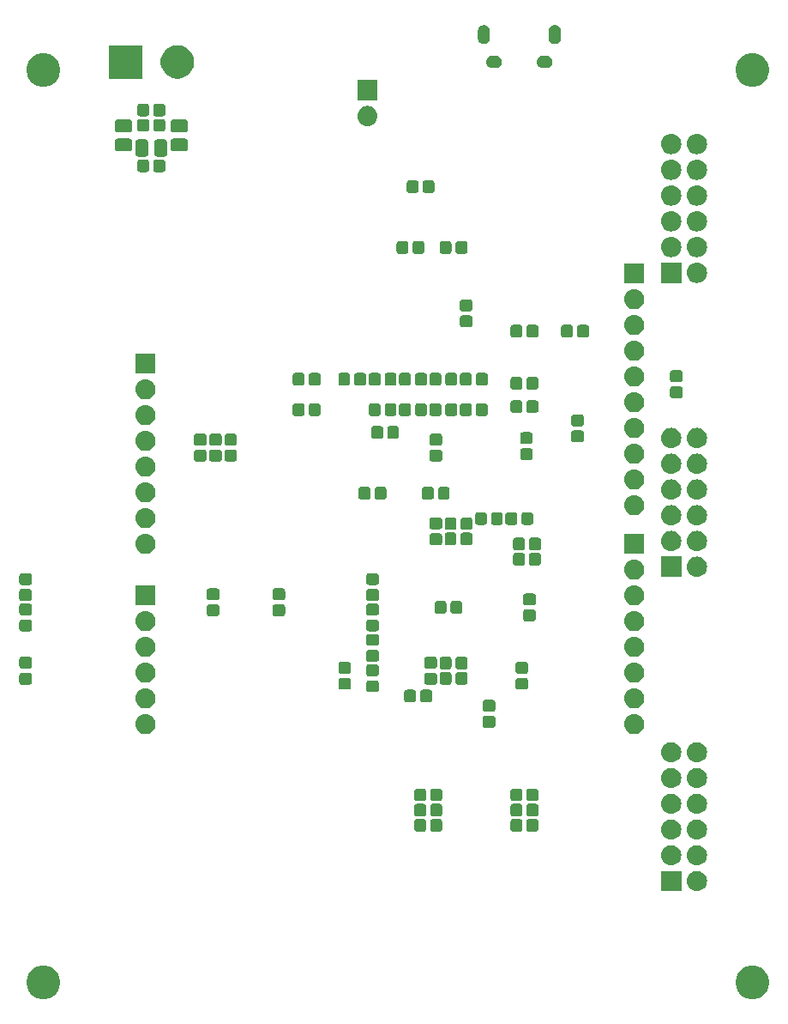
<source format=gbs>
G04 #@! TF.GenerationSoftware,KiCad,Pcbnew,5.1.0*
G04 #@! TF.CreationDate,2019-05-17T18:33:46+02:00*
G04 #@! TF.ProjectId,ice40_breakout,69636534-305f-4627-9265-616b6f75742e,rev?*
G04 #@! TF.SameCoordinates,Original*
G04 #@! TF.FileFunction,Soldermask,Bot*
G04 #@! TF.FilePolarity,Negative*
%FSLAX46Y46*%
G04 Gerber Fmt 4.6, Leading zero omitted, Abs format (unit mm)*
G04 Created by KiCad (PCBNEW 5.1.0) date 2019-05-17 18:33:46*
%MOMM*%
%LPD*%
G04 APERTURE LIST*
%ADD10C,0.100000*%
G04 APERTURE END LIST*
D10*
G36*
X175321899Y-133381704D02*
G01*
X175481287Y-133413408D01*
X175605667Y-133464928D01*
X175781567Y-133537788D01*
X175781568Y-133537789D01*
X176051814Y-133718361D01*
X176281639Y-133948186D01*
X176281640Y-133948188D01*
X176462212Y-134218433D01*
X176586592Y-134518714D01*
X176650000Y-134837488D01*
X176650000Y-135162512D01*
X176586592Y-135481286D01*
X176462212Y-135781567D01*
X176462211Y-135781568D01*
X176281639Y-136051814D01*
X176051814Y-136281639D01*
X175915774Y-136372538D01*
X175781567Y-136462212D01*
X175605667Y-136535072D01*
X175481287Y-136586592D01*
X175321899Y-136618296D01*
X175162512Y-136650000D01*
X174837488Y-136650000D01*
X174678101Y-136618296D01*
X174518713Y-136586592D01*
X174394333Y-136535072D01*
X174218433Y-136462212D01*
X174084226Y-136372538D01*
X173948186Y-136281639D01*
X173718361Y-136051814D01*
X173537789Y-135781568D01*
X173537788Y-135781567D01*
X173413408Y-135481286D01*
X173350000Y-135162512D01*
X173350000Y-134837488D01*
X173413408Y-134518714D01*
X173537788Y-134218433D01*
X173718360Y-133948188D01*
X173718361Y-133948186D01*
X173948186Y-133718361D01*
X174218432Y-133537789D01*
X174218433Y-133537788D01*
X174394333Y-133464928D01*
X174518713Y-133413408D01*
X174678101Y-133381704D01*
X174837488Y-133350000D01*
X175162512Y-133350000D01*
X175321899Y-133381704D01*
X175321899Y-133381704D01*
G37*
G36*
X105321899Y-133381704D02*
G01*
X105481287Y-133413408D01*
X105605667Y-133464928D01*
X105781567Y-133537788D01*
X105781568Y-133537789D01*
X106051814Y-133718361D01*
X106281639Y-133948186D01*
X106281640Y-133948188D01*
X106462212Y-134218433D01*
X106586592Y-134518714D01*
X106650000Y-134837488D01*
X106650000Y-135162512D01*
X106586592Y-135481286D01*
X106462212Y-135781567D01*
X106462211Y-135781568D01*
X106281639Y-136051814D01*
X106051814Y-136281639D01*
X105915774Y-136372538D01*
X105781567Y-136462212D01*
X105605667Y-136535072D01*
X105481287Y-136586592D01*
X105321899Y-136618296D01*
X105162512Y-136650000D01*
X104837488Y-136650000D01*
X104678101Y-136618296D01*
X104518713Y-136586592D01*
X104394333Y-136535072D01*
X104218433Y-136462212D01*
X104084226Y-136372538D01*
X103948186Y-136281639D01*
X103718361Y-136051814D01*
X103537789Y-135781568D01*
X103537788Y-135781567D01*
X103413408Y-135481286D01*
X103350000Y-135162512D01*
X103350000Y-134837488D01*
X103413408Y-134518714D01*
X103537788Y-134218433D01*
X103718360Y-133948188D01*
X103718361Y-133948186D01*
X103948186Y-133718361D01*
X104218432Y-133537789D01*
X104218433Y-133537788D01*
X104394333Y-133464928D01*
X104518713Y-133413408D01*
X104678101Y-133381704D01*
X104837488Y-133350000D01*
X105162512Y-133350000D01*
X105321899Y-133381704D01*
X105321899Y-133381704D01*
G37*
G36*
X169736034Y-124014469D02*
G01*
X169924536Y-124071651D01*
X170098256Y-124164506D01*
X170250528Y-124289472D01*
X170375494Y-124441744D01*
X170468349Y-124615464D01*
X170525531Y-124803966D01*
X170544838Y-125000000D01*
X170525531Y-125196034D01*
X170468349Y-125384536D01*
X170375494Y-125558256D01*
X170250528Y-125710528D01*
X170098256Y-125835494D01*
X169924536Y-125928349D01*
X169736034Y-125985531D01*
X169589124Y-126000000D01*
X169490876Y-126000000D01*
X169343966Y-125985531D01*
X169155464Y-125928349D01*
X168981744Y-125835494D01*
X168829472Y-125710528D01*
X168704506Y-125558256D01*
X168611651Y-125384536D01*
X168554469Y-125196034D01*
X168535162Y-125000000D01*
X168554469Y-124803966D01*
X168611651Y-124615464D01*
X168704506Y-124441744D01*
X168829472Y-124289472D01*
X168981744Y-124164506D01*
X169155464Y-124071651D01*
X169343966Y-124014469D01*
X169490876Y-124000000D01*
X169589124Y-124000000D01*
X169736034Y-124014469D01*
X169736034Y-124014469D01*
G37*
G36*
X168000000Y-126000000D02*
G01*
X166000000Y-126000000D01*
X166000000Y-124000000D01*
X168000000Y-124000000D01*
X168000000Y-126000000D01*
X168000000Y-126000000D01*
G37*
G36*
X169736034Y-121474469D02*
G01*
X169924536Y-121531651D01*
X170098256Y-121624506D01*
X170250528Y-121749472D01*
X170375494Y-121901744D01*
X170468349Y-122075464D01*
X170525531Y-122263966D01*
X170544838Y-122460000D01*
X170525531Y-122656034D01*
X170468349Y-122844536D01*
X170375494Y-123018256D01*
X170250528Y-123170528D01*
X170098256Y-123295494D01*
X169924536Y-123388349D01*
X169736034Y-123445531D01*
X169589124Y-123460000D01*
X169490876Y-123460000D01*
X169343966Y-123445531D01*
X169155464Y-123388349D01*
X168981744Y-123295494D01*
X168829472Y-123170528D01*
X168704506Y-123018256D01*
X168611651Y-122844536D01*
X168554469Y-122656034D01*
X168535162Y-122460000D01*
X168554469Y-122263966D01*
X168611651Y-122075464D01*
X168704506Y-121901744D01*
X168829472Y-121749472D01*
X168981744Y-121624506D01*
X169155464Y-121531651D01*
X169343966Y-121474469D01*
X169490876Y-121460000D01*
X169589124Y-121460000D01*
X169736034Y-121474469D01*
X169736034Y-121474469D01*
G37*
G36*
X167196034Y-121474469D02*
G01*
X167384536Y-121531651D01*
X167558256Y-121624506D01*
X167710528Y-121749472D01*
X167835494Y-121901744D01*
X167928349Y-122075464D01*
X167985531Y-122263966D01*
X168004838Y-122460000D01*
X167985531Y-122656034D01*
X167928349Y-122844536D01*
X167835494Y-123018256D01*
X167710528Y-123170528D01*
X167558256Y-123295494D01*
X167384536Y-123388349D01*
X167196034Y-123445531D01*
X167049124Y-123460000D01*
X166950876Y-123460000D01*
X166803966Y-123445531D01*
X166615464Y-123388349D01*
X166441744Y-123295494D01*
X166289472Y-123170528D01*
X166164506Y-123018256D01*
X166071651Y-122844536D01*
X166014469Y-122656034D01*
X165995162Y-122460000D01*
X166014469Y-122263966D01*
X166071651Y-122075464D01*
X166164506Y-121901744D01*
X166289472Y-121749472D01*
X166441744Y-121624506D01*
X166615464Y-121531651D01*
X166803966Y-121474469D01*
X166950876Y-121460000D01*
X167049124Y-121460000D01*
X167196034Y-121474469D01*
X167196034Y-121474469D01*
G37*
G36*
X167196034Y-118934469D02*
G01*
X167384536Y-118991651D01*
X167558256Y-119084506D01*
X167710528Y-119209472D01*
X167835494Y-119361744D01*
X167928349Y-119535464D01*
X167985531Y-119723966D01*
X168004838Y-119920000D01*
X167985531Y-120116034D01*
X167928349Y-120304536D01*
X167835494Y-120478256D01*
X167710528Y-120630528D01*
X167558256Y-120755494D01*
X167384536Y-120848349D01*
X167196034Y-120905531D01*
X167049124Y-120920000D01*
X166950876Y-120920000D01*
X166803966Y-120905531D01*
X166615464Y-120848349D01*
X166441744Y-120755494D01*
X166289472Y-120630528D01*
X166164506Y-120478256D01*
X166071651Y-120304536D01*
X166014469Y-120116034D01*
X165995162Y-119920000D01*
X166014469Y-119723966D01*
X166071651Y-119535464D01*
X166164506Y-119361744D01*
X166289472Y-119209472D01*
X166441744Y-119084506D01*
X166615464Y-118991651D01*
X166803966Y-118934469D01*
X166950876Y-118920000D01*
X167049124Y-118920000D01*
X167196034Y-118934469D01*
X167196034Y-118934469D01*
G37*
G36*
X169736034Y-118934469D02*
G01*
X169924536Y-118991651D01*
X170098256Y-119084506D01*
X170250528Y-119209472D01*
X170375494Y-119361744D01*
X170468349Y-119535464D01*
X170525531Y-119723966D01*
X170544838Y-119920000D01*
X170525531Y-120116034D01*
X170468349Y-120304536D01*
X170375494Y-120478256D01*
X170250528Y-120630528D01*
X170098256Y-120755494D01*
X169924536Y-120848349D01*
X169736034Y-120905531D01*
X169589124Y-120920000D01*
X169490876Y-120920000D01*
X169343966Y-120905531D01*
X169155464Y-120848349D01*
X168981744Y-120755494D01*
X168829472Y-120630528D01*
X168704506Y-120478256D01*
X168611651Y-120304536D01*
X168554469Y-120116034D01*
X168535162Y-119920000D01*
X168554469Y-119723966D01*
X168611651Y-119535464D01*
X168704506Y-119361744D01*
X168829472Y-119209472D01*
X168981744Y-119084506D01*
X169155464Y-118991651D01*
X169343966Y-118934469D01*
X169490876Y-118920000D01*
X169589124Y-118920000D01*
X169736034Y-118934469D01*
X169736034Y-118934469D01*
G37*
G36*
X152083634Y-118880401D02*
G01*
X152134001Y-118895680D01*
X152180427Y-118920495D01*
X152221115Y-118953885D01*
X152254505Y-118994573D01*
X152279320Y-119040999D01*
X152294599Y-119091366D01*
X152300000Y-119146204D01*
X152300000Y-119853796D01*
X152294599Y-119908634D01*
X152279320Y-119959001D01*
X152254505Y-120005427D01*
X152221115Y-120046115D01*
X152180427Y-120079505D01*
X152134001Y-120104320D01*
X152083634Y-120119599D01*
X152028796Y-120125000D01*
X151396204Y-120125000D01*
X151341366Y-120119599D01*
X151290999Y-120104320D01*
X151244573Y-120079505D01*
X151203885Y-120046115D01*
X151170495Y-120005427D01*
X151145680Y-119959001D01*
X151130401Y-119908634D01*
X151125000Y-119853796D01*
X151125000Y-119146204D01*
X151130401Y-119091366D01*
X151145680Y-119040999D01*
X151170495Y-118994573D01*
X151203885Y-118953885D01*
X151244573Y-118920495D01*
X151290999Y-118895680D01*
X151341366Y-118880401D01*
X151396204Y-118875000D01*
X152028796Y-118875000D01*
X152083634Y-118880401D01*
X152083634Y-118880401D01*
G37*
G36*
X153658634Y-118880401D02*
G01*
X153709001Y-118895680D01*
X153755427Y-118920495D01*
X153796115Y-118953885D01*
X153829505Y-118994573D01*
X153854320Y-119040999D01*
X153869599Y-119091366D01*
X153875000Y-119146204D01*
X153875000Y-119853796D01*
X153869599Y-119908634D01*
X153854320Y-119959001D01*
X153829505Y-120005427D01*
X153796115Y-120046115D01*
X153755427Y-120079505D01*
X153709001Y-120104320D01*
X153658634Y-120119599D01*
X153603796Y-120125000D01*
X152971204Y-120125000D01*
X152916366Y-120119599D01*
X152865999Y-120104320D01*
X152819573Y-120079505D01*
X152778885Y-120046115D01*
X152745495Y-120005427D01*
X152720680Y-119959001D01*
X152705401Y-119908634D01*
X152700000Y-119853796D01*
X152700000Y-119146204D01*
X152705401Y-119091366D01*
X152720680Y-119040999D01*
X152745495Y-118994573D01*
X152778885Y-118953885D01*
X152819573Y-118920495D01*
X152865999Y-118895680D01*
X152916366Y-118880401D01*
X152971204Y-118875000D01*
X153603796Y-118875000D01*
X153658634Y-118880401D01*
X153658634Y-118880401D01*
G37*
G36*
X142583634Y-118880401D02*
G01*
X142634001Y-118895680D01*
X142680427Y-118920495D01*
X142721115Y-118953885D01*
X142754505Y-118994573D01*
X142779320Y-119040999D01*
X142794599Y-119091366D01*
X142800000Y-119146204D01*
X142800000Y-119853796D01*
X142794599Y-119908634D01*
X142779320Y-119959001D01*
X142754505Y-120005427D01*
X142721115Y-120046115D01*
X142680427Y-120079505D01*
X142634001Y-120104320D01*
X142583634Y-120119599D01*
X142528796Y-120125000D01*
X141896204Y-120125000D01*
X141841366Y-120119599D01*
X141790999Y-120104320D01*
X141744573Y-120079505D01*
X141703885Y-120046115D01*
X141670495Y-120005427D01*
X141645680Y-119959001D01*
X141630401Y-119908634D01*
X141625000Y-119853796D01*
X141625000Y-119146204D01*
X141630401Y-119091366D01*
X141645680Y-119040999D01*
X141670495Y-118994573D01*
X141703885Y-118953885D01*
X141744573Y-118920495D01*
X141790999Y-118895680D01*
X141841366Y-118880401D01*
X141896204Y-118875000D01*
X142528796Y-118875000D01*
X142583634Y-118880401D01*
X142583634Y-118880401D01*
G37*
G36*
X144158634Y-118880401D02*
G01*
X144209001Y-118895680D01*
X144255427Y-118920495D01*
X144296115Y-118953885D01*
X144329505Y-118994573D01*
X144354320Y-119040999D01*
X144369599Y-119091366D01*
X144375000Y-119146204D01*
X144375000Y-119853796D01*
X144369599Y-119908634D01*
X144354320Y-119959001D01*
X144329505Y-120005427D01*
X144296115Y-120046115D01*
X144255427Y-120079505D01*
X144209001Y-120104320D01*
X144158634Y-120119599D01*
X144103796Y-120125000D01*
X143471204Y-120125000D01*
X143416366Y-120119599D01*
X143365999Y-120104320D01*
X143319573Y-120079505D01*
X143278885Y-120046115D01*
X143245495Y-120005427D01*
X143220680Y-119959001D01*
X143205401Y-119908634D01*
X143200000Y-119853796D01*
X143200000Y-119146204D01*
X143205401Y-119091366D01*
X143220680Y-119040999D01*
X143245495Y-118994573D01*
X143278885Y-118953885D01*
X143319573Y-118920495D01*
X143365999Y-118895680D01*
X143416366Y-118880401D01*
X143471204Y-118875000D01*
X144103796Y-118875000D01*
X144158634Y-118880401D01*
X144158634Y-118880401D01*
G37*
G36*
X142583634Y-117380401D02*
G01*
X142634001Y-117395680D01*
X142680427Y-117420495D01*
X142721115Y-117453885D01*
X142754505Y-117494573D01*
X142779320Y-117540999D01*
X142794599Y-117591366D01*
X142800000Y-117646204D01*
X142800000Y-118353796D01*
X142794599Y-118408634D01*
X142779320Y-118459001D01*
X142754505Y-118505427D01*
X142721115Y-118546115D01*
X142680427Y-118579505D01*
X142634001Y-118604320D01*
X142583634Y-118619599D01*
X142528796Y-118625000D01*
X141896204Y-118625000D01*
X141841366Y-118619599D01*
X141790999Y-118604320D01*
X141744573Y-118579505D01*
X141703885Y-118546115D01*
X141670495Y-118505427D01*
X141645680Y-118459001D01*
X141630401Y-118408634D01*
X141625000Y-118353796D01*
X141625000Y-117646204D01*
X141630401Y-117591366D01*
X141645680Y-117540999D01*
X141670495Y-117494573D01*
X141703885Y-117453885D01*
X141744573Y-117420495D01*
X141790999Y-117395680D01*
X141841366Y-117380401D01*
X141896204Y-117375000D01*
X142528796Y-117375000D01*
X142583634Y-117380401D01*
X142583634Y-117380401D01*
G37*
G36*
X153658634Y-117380401D02*
G01*
X153709001Y-117395680D01*
X153755427Y-117420495D01*
X153796115Y-117453885D01*
X153829505Y-117494573D01*
X153854320Y-117540999D01*
X153869599Y-117591366D01*
X153875000Y-117646204D01*
X153875000Y-118353796D01*
X153869599Y-118408634D01*
X153854320Y-118459001D01*
X153829505Y-118505427D01*
X153796115Y-118546115D01*
X153755427Y-118579505D01*
X153709001Y-118604320D01*
X153658634Y-118619599D01*
X153603796Y-118625000D01*
X152971204Y-118625000D01*
X152916366Y-118619599D01*
X152865999Y-118604320D01*
X152819573Y-118579505D01*
X152778885Y-118546115D01*
X152745495Y-118505427D01*
X152720680Y-118459001D01*
X152705401Y-118408634D01*
X152700000Y-118353796D01*
X152700000Y-117646204D01*
X152705401Y-117591366D01*
X152720680Y-117540999D01*
X152745495Y-117494573D01*
X152778885Y-117453885D01*
X152819573Y-117420495D01*
X152865999Y-117395680D01*
X152916366Y-117380401D01*
X152971204Y-117375000D01*
X153603796Y-117375000D01*
X153658634Y-117380401D01*
X153658634Y-117380401D01*
G37*
G36*
X144158634Y-117380401D02*
G01*
X144209001Y-117395680D01*
X144255427Y-117420495D01*
X144296115Y-117453885D01*
X144329505Y-117494573D01*
X144354320Y-117540999D01*
X144369599Y-117591366D01*
X144375000Y-117646204D01*
X144375000Y-118353796D01*
X144369599Y-118408634D01*
X144354320Y-118459001D01*
X144329505Y-118505427D01*
X144296115Y-118546115D01*
X144255427Y-118579505D01*
X144209001Y-118604320D01*
X144158634Y-118619599D01*
X144103796Y-118625000D01*
X143471204Y-118625000D01*
X143416366Y-118619599D01*
X143365999Y-118604320D01*
X143319573Y-118579505D01*
X143278885Y-118546115D01*
X143245495Y-118505427D01*
X143220680Y-118459001D01*
X143205401Y-118408634D01*
X143200000Y-118353796D01*
X143200000Y-117646204D01*
X143205401Y-117591366D01*
X143220680Y-117540999D01*
X143245495Y-117494573D01*
X143278885Y-117453885D01*
X143319573Y-117420495D01*
X143365999Y-117395680D01*
X143416366Y-117380401D01*
X143471204Y-117375000D01*
X144103796Y-117375000D01*
X144158634Y-117380401D01*
X144158634Y-117380401D01*
G37*
G36*
X152083634Y-117380401D02*
G01*
X152134001Y-117395680D01*
X152180427Y-117420495D01*
X152221115Y-117453885D01*
X152254505Y-117494573D01*
X152279320Y-117540999D01*
X152294599Y-117591366D01*
X152300000Y-117646204D01*
X152300000Y-118353796D01*
X152294599Y-118408634D01*
X152279320Y-118459001D01*
X152254505Y-118505427D01*
X152221115Y-118546115D01*
X152180427Y-118579505D01*
X152134001Y-118604320D01*
X152083634Y-118619599D01*
X152028796Y-118625000D01*
X151396204Y-118625000D01*
X151341366Y-118619599D01*
X151290999Y-118604320D01*
X151244573Y-118579505D01*
X151203885Y-118546115D01*
X151170495Y-118505427D01*
X151145680Y-118459001D01*
X151130401Y-118408634D01*
X151125000Y-118353796D01*
X151125000Y-117646204D01*
X151130401Y-117591366D01*
X151145680Y-117540999D01*
X151170495Y-117494573D01*
X151203885Y-117453885D01*
X151244573Y-117420495D01*
X151290999Y-117395680D01*
X151341366Y-117380401D01*
X151396204Y-117375000D01*
X152028796Y-117375000D01*
X152083634Y-117380401D01*
X152083634Y-117380401D01*
G37*
G36*
X167196034Y-116394469D02*
G01*
X167384536Y-116451651D01*
X167558256Y-116544506D01*
X167710528Y-116669472D01*
X167835494Y-116821744D01*
X167928349Y-116995464D01*
X167985531Y-117183966D01*
X168004838Y-117380000D01*
X167985531Y-117576034D01*
X167928349Y-117764536D01*
X167835494Y-117938256D01*
X167710528Y-118090528D01*
X167558256Y-118215494D01*
X167384536Y-118308349D01*
X167196034Y-118365531D01*
X167049124Y-118380000D01*
X166950876Y-118380000D01*
X166803966Y-118365531D01*
X166615464Y-118308349D01*
X166441744Y-118215494D01*
X166289472Y-118090528D01*
X166164506Y-117938256D01*
X166071651Y-117764536D01*
X166014469Y-117576034D01*
X165995162Y-117380000D01*
X166014469Y-117183966D01*
X166071651Y-116995464D01*
X166164506Y-116821744D01*
X166289472Y-116669472D01*
X166441744Y-116544506D01*
X166615464Y-116451651D01*
X166803966Y-116394469D01*
X166950876Y-116380000D01*
X167049124Y-116380000D01*
X167196034Y-116394469D01*
X167196034Y-116394469D01*
G37*
G36*
X169736034Y-116394469D02*
G01*
X169924536Y-116451651D01*
X170098256Y-116544506D01*
X170250528Y-116669472D01*
X170375494Y-116821744D01*
X170468349Y-116995464D01*
X170525531Y-117183966D01*
X170544838Y-117380000D01*
X170525531Y-117576034D01*
X170468349Y-117764536D01*
X170375494Y-117938256D01*
X170250528Y-118090528D01*
X170098256Y-118215494D01*
X169924536Y-118308349D01*
X169736034Y-118365531D01*
X169589124Y-118380000D01*
X169490876Y-118380000D01*
X169343966Y-118365531D01*
X169155464Y-118308349D01*
X168981744Y-118215494D01*
X168829472Y-118090528D01*
X168704506Y-117938256D01*
X168611651Y-117764536D01*
X168554469Y-117576034D01*
X168535162Y-117380000D01*
X168554469Y-117183966D01*
X168611651Y-116995464D01*
X168704506Y-116821744D01*
X168829472Y-116669472D01*
X168981744Y-116544506D01*
X169155464Y-116451651D01*
X169343966Y-116394469D01*
X169490876Y-116380000D01*
X169589124Y-116380000D01*
X169736034Y-116394469D01*
X169736034Y-116394469D01*
G37*
G36*
X144158634Y-115880401D02*
G01*
X144209001Y-115895680D01*
X144255427Y-115920495D01*
X144296115Y-115953885D01*
X144329505Y-115994573D01*
X144354320Y-116040999D01*
X144369599Y-116091366D01*
X144375000Y-116146204D01*
X144375000Y-116853796D01*
X144369599Y-116908634D01*
X144354320Y-116959001D01*
X144329505Y-117005427D01*
X144296115Y-117046115D01*
X144255427Y-117079505D01*
X144209001Y-117104320D01*
X144158634Y-117119599D01*
X144103796Y-117125000D01*
X143471204Y-117125000D01*
X143416366Y-117119599D01*
X143365999Y-117104320D01*
X143319573Y-117079505D01*
X143278885Y-117046115D01*
X143245495Y-117005427D01*
X143220680Y-116959001D01*
X143205401Y-116908634D01*
X143200000Y-116853796D01*
X143200000Y-116146204D01*
X143205401Y-116091366D01*
X143220680Y-116040999D01*
X143245495Y-115994573D01*
X143278885Y-115953885D01*
X143319573Y-115920495D01*
X143365999Y-115895680D01*
X143416366Y-115880401D01*
X143471204Y-115875000D01*
X144103796Y-115875000D01*
X144158634Y-115880401D01*
X144158634Y-115880401D01*
G37*
G36*
X152083634Y-115880401D02*
G01*
X152134001Y-115895680D01*
X152180427Y-115920495D01*
X152221115Y-115953885D01*
X152254505Y-115994573D01*
X152279320Y-116040999D01*
X152294599Y-116091366D01*
X152300000Y-116146204D01*
X152300000Y-116853796D01*
X152294599Y-116908634D01*
X152279320Y-116959001D01*
X152254505Y-117005427D01*
X152221115Y-117046115D01*
X152180427Y-117079505D01*
X152134001Y-117104320D01*
X152083634Y-117119599D01*
X152028796Y-117125000D01*
X151396204Y-117125000D01*
X151341366Y-117119599D01*
X151290999Y-117104320D01*
X151244573Y-117079505D01*
X151203885Y-117046115D01*
X151170495Y-117005427D01*
X151145680Y-116959001D01*
X151130401Y-116908634D01*
X151125000Y-116853796D01*
X151125000Y-116146204D01*
X151130401Y-116091366D01*
X151145680Y-116040999D01*
X151170495Y-115994573D01*
X151203885Y-115953885D01*
X151244573Y-115920495D01*
X151290999Y-115895680D01*
X151341366Y-115880401D01*
X151396204Y-115875000D01*
X152028796Y-115875000D01*
X152083634Y-115880401D01*
X152083634Y-115880401D01*
G37*
G36*
X142583634Y-115880401D02*
G01*
X142634001Y-115895680D01*
X142680427Y-115920495D01*
X142721115Y-115953885D01*
X142754505Y-115994573D01*
X142779320Y-116040999D01*
X142794599Y-116091366D01*
X142800000Y-116146204D01*
X142800000Y-116853796D01*
X142794599Y-116908634D01*
X142779320Y-116959001D01*
X142754505Y-117005427D01*
X142721115Y-117046115D01*
X142680427Y-117079505D01*
X142634001Y-117104320D01*
X142583634Y-117119599D01*
X142528796Y-117125000D01*
X141896204Y-117125000D01*
X141841366Y-117119599D01*
X141790999Y-117104320D01*
X141744573Y-117079505D01*
X141703885Y-117046115D01*
X141670495Y-117005427D01*
X141645680Y-116959001D01*
X141630401Y-116908634D01*
X141625000Y-116853796D01*
X141625000Y-116146204D01*
X141630401Y-116091366D01*
X141645680Y-116040999D01*
X141670495Y-115994573D01*
X141703885Y-115953885D01*
X141744573Y-115920495D01*
X141790999Y-115895680D01*
X141841366Y-115880401D01*
X141896204Y-115875000D01*
X142528796Y-115875000D01*
X142583634Y-115880401D01*
X142583634Y-115880401D01*
G37*
G36*
X153658634Y-115880401D02*
G01*
X153709001Y-115895680D01*
X153755427Y-115920495D01*
X153796115Y-115953885D01*
X153829505Y-115994573D01*
X153854320Y-116040999D01*
X153869599Y-116091366D01*
X153875000Y-116146204D01*
X153875000Y-116853796D01*
X153869599Y-116908634D01*
X153854320Y-116959001D01*
X153829505Y-117005427D01*
X153796115Y-117046115D01*
X153755427Y-117079505D01*
X153709001Y-117104320D01*
X153658634Y-117119599D01*
X153603796Y-117125000D01*
X152971204Y-117125000D01*
X152916366Y-117119599D01*
X152865999Y-117104320D01*
X152819573Y-117079505D01*
X152778885Y-117046115D01*
X152745495Y-117005427D01*
X152720680Y-116959001D01*
X152705401Y-116908634D01*
X152700000Y-116853796D01*
X152700000Y-116146204D01*
X152705401Y-116091366D01*
X152720680Y-116040999D01*
X152745495Y-115994573D01*
X152778885Y-115953885D01*
X152819573Y-115920495D01*
X152865999Y-115895680D01*
X152916366Y-115880401D01*
X152971204Y-115875000D01*
X153603796Y-115875000D01*
X153658634Y-115880401D01*
X153658634Y-115880401D01*
G37*
G36*
X167196034Y-113854469D02*
G01*
X167384536Y-113911651D01*
X167558256Y-114004506D01*
X167710528Y-114129472D01*
X167835494Y-114281744D01*
X167928349Y-114455464D01*
X167985531Y-114643966D01*
X168004838Y-114840000D01*
X167985531Y-115036034D01*
X167928349Y-115224536D01*
X167835494Y-115398256D01*
X167710528Y-115550528D01*
X167558256Y-115675494D01*
X167384536Y-115768349D01*
X167196034Y-115825531D01*
X167049124Y-115840000D01*
X166950876Y-115840000D01*
X166803966Y-115825531D01*
X166615464Y-115768349D01*
X166441744Y-115675494D01*
X166289472Y-115550528D01*
X166164506Y-115398256D01*
X166071651Y-115224536D01*
X166014469Y-115036034D01*
X165995162Y-114840000D01*
X166014469Y-114643966D01*
X166071651Y-114455464D01*
X166164506Y-114281744D01*
X166289472Y-114129472D01*
X166441744Y-114004506D01*
X166615464Y-113911651D01*
X166803966Y-113854469D01*
X166950876Y-113840000D01*
X167049124Y-113840000D01*
X167196034Y-113854469D01*
X167196034Y-113854469D01*
G37*
G36*
X169736034Y-113854469D02*
G01*
X169924536Y-113911651D01*
X170098256Y-114004506D01*
X170250528Y-114129472D01*
X170375494Y-114281744D01*
X170468349Y-114455464D01*
X170525531Y-114643966D01*
X170544838Y-114840000D01*
X170525531Y-115036034D01*
X170468349Y-115224536D01*
X170375494Y-115398256D01*
X170250528Y-115550528D01*
X170098256Y-115675494D01*
X169924536Y-115768349D01*
X169736034Y-115825531D01*
X169589124Y-115840000D01*
X169490876Y-115840000D01*
X169343966Y-115825531D01*
X169155464Y-115768349D01*
X168981744Y-115675494D01*
X168829472Y-115550528D01*
X168704506Y-115398256D01*
X168611651Y-115224536D01*
X168554469Y-115036034D01*
X168535162Y-114840000D01*
X168554469Y-114643966D01*
X168611651Y-114455464D01*
X168704506Y-114281744D01*
X168829472Y-114129472D01*
X168981744Y-114004506D01*
X169155464Y-113911651D01*
X169343966Y-113854469D01*
X169490876Y-113840000D01*
X169589124Y-113840000D01*
X169736034Y-113854469D01*
X169736034Y-113854469D01*
G37*
G36*
X167196034Y-111314469D02*
G01*
X167384536Y-111371651D01*
X167558256Y-111464506D01*
X167710528Y-111589472D01*
X167835494Y-111741744D01*
X167928349Y-111915464D01*
X167985531Y-112103966D01*
X168004838Y-112300000D01*
X167985531Y-112496034D01*
X167928349Y-112684536D01*
X167835494Y-112858256D01*
X167710528Y-113010528D01*
X167558256Y-113135494D01*
X167384536Y-113228349D01*
X167196034Y-113285531D01*
X167049124Y-113300000D01*
X166950876Y-113300000D01*
X166803966Y-113285531D01*
X166615464Y-113228349D01*
X166441744Y-113135494D01*
X166289472Y-113010528D01*
X166164506Y-112858256D01*
X166071651Y-112684536D01*
X166014469Y-112496034D01*
X165995162Y-112300000D01*
X166014469Y-112103966D01*
X166071651Y-111915464D01*
X166164506Y-111741744D01*
X166289472Y-111589472D01*
X166441744Y-111464506D01*
X166615464Y-111371651D01*
X166803966Y-111314469D01*
X166950876Y-111300000D01*
X167049124Y-111300000D01*
X167196034Y-111314469D01*
X167196034Y-111314469D01*
G37*
G36*
X169736034Y-111314469D02*
G01*
X169924536Y-111371651D01*
X170098256Y-111464506D01*
X170250528Y-111589472D01*
X170375494Y-111741744D01*
X170468349Y-111915464D01*
X170525531Y-112103966D01*
X170544838Y-112300000D01*
X170525531Y-112496034D01*
X170468349Y-112684536D01*
X170375494Y-112858256D01*
X170250528Y-113010528D01*
X170098256Y-113135494D01*
X169924536Y-113228349D01*
X169736034Y-113285531D01*
X169589124Y-113300000D01*
X169490876Y-113300000D01*
X169343966Y-113285531D01*
X169155464Y-113228349D01*
X168981744Y-113135494D01*
X168829472Y-113010528D01*
X168704506Y-112858256D01*
X168611651Y-112684536D01*
X168554469Y-112496034D01*
X168535162Y-112300000D01*
X168554469Y-112103966D01*
X168611651Y-111915464D01*
X168704506Y-111741744D01*
X168829472Y-111589472D01*
X168981744Y-111464506D01*
X169155464Y-111371651D01*
X169343966Y-111314469D01*
X169490876Y-111300000D01*
X169589124Y-111300000D01*
X169736034Y-111314469D01*
X169736034Y-111314469D01*
G37*
G36*
X115276034Y-108534469D02*
G01*
X115464536Y-108591651D01*
X115638256Y-108684506D01*
X115790528Y-108809472D01*
X115915494Y-108961744D01*
X116008349Y-109135464D01*
X116065531Y-109323966D01*
X116084838Y-109520000D01*
X116065531Y-109716034D01*
X116008349Y-109904536D01*
X115915494Y-110078256D01*
X115790528Y-110230528D01*
X115638256Y-110355494D01*
X115464536Y-110448349D01*
X115276034Y-110505531D01*
X115129124Y-110520000D01*
X115030876Y-110520000D01*
X114883966Y-110505531D01*
X114695464Y-110448349D01*
X114521744Y-110355494D01*
X114369472Y-110230528D01*
X114244506Y-110078256D01*
X114151651Y-109904536D01*
X114094469Y-109716034D01*
X114075162Y-109520000D01*
X114094469Y-109323966D01*
X114151651Y-109135464D01*
X114244506Y-108961744D01*
X114369472Y-108809472D01*
X114521744Y-108684506D01*
X114695464Y-108591651D01*
X114883966Y-108534469D01*
X115030876Y-108520000D01*
X115129124Y-108520000D01*
X115276034Y-108534469D01*
X115276034Y-108534469D01*
G37*
G36*
X163536034Y-108534469D02*
G01*
X163724536Y-108591651D01*
X163898256Y-108684506D01*
X164050528Y-108809472D01*
X164175494Y-108961744D01*
X164268349Y-109135464D01*
X164325531Y-109323966D01*
X164344838Y-109520000D01*
X164325531Y-109716034D01*
X164268349Y-109904536D01*
X164175494Y-110078256D01*
X164050528Y-110230528D01*
X163898256Y-110355494D01*
X163724536Y-110448349D01*
X163536034Y-110505531D01*
X163389124Y-110520000D01*
X163290876Y-110520000D01*
X163143966Y-110505531D01*
X162955464Y-110448349D01*
X162781744Y-110355494D01*
X162629472Y-110230528D01*
X162504506Y-110078256D01*
X162411651Y-109904536D01*
X162354469Y-109716034D01*
X162335162Y-109520000D01*
X162354469Y-109323966D01*
X162411651Y-109135464D01*
X162504506Y-108961744D01*
X162629472Y-108809472D01*
X162781744Y-108684506D01*
X162955464Y-108591651D01*
X163143966Y-108534469D01*
X163290876Y-108520000D01*
X163389124Y-108520000D01*
X163536034Y-108534469D01*
X163536034Y-108534469D01*
G37*
G36*
X149408634Y-108705401D02*
G01*
X149459001Y-108720680D01*
X149505427Y-108745495D01*
X149546115Y-108778885D01*
X149579505Y-108819573D01*
X149604320Y-108865999D01*
X149619599Y-108916366D01*
X149625000Y-108971204D01*
X149625000Y-109603796D01*
X149619599Y-109658634D01*
X149604320Y-109709001D01*
X149579505Y-109755427D01*
X149546115Y-109796115D01*
X149505427Y-109829505D01*
X149459001Y-109854320D01*
X149408634Y-109869599D01*
X149353796Y-109875000D01*
X148646204Y-109875000D01*
X148591366Y-109869599D01*
X148540999Y-109854320D01*
X148494573Y-109829505D01*
X148453885Y-109796115D01*
X148420495Y-109755427D01*
X148395680Y-109709001D01*
X148380401Y-109658634D01*
X148375000Y-109603796D01*
X148375000Y-108971204D01*
X148380401Y-108916366D01*
X148395680Y-108865999D01*
X148420495Y-108819573D01*
X148453885Y-108778885D01*
X148494573Y-108745495D01*
X148540999Y-108720680D01*
X148591366Y-108705401D01*
X148646204Y-108700000D01*
X149353796Y-108700000D01*
X149408634Y-108705401D01*
X149408634Y-108705401D01*
G37*
G36*
X149408634Y-107130401D02*
G01*
X149459001Y-107145680D01*
X149505427Y-107170495D01*
X149546115Y-107203885D01*
X149579505Y-107244573D01*
X149604320Y-107290999D01*
X149619599Y-107341366D01*
X149625000Y-107396204D01*
X149625000Y-108028796D01*
X149619599Y-108083634D01*
X149604320Y-108134001D01*
X149579505Y-108180427D01*
X149546115Y-108221115D01*
X149505427Y-108254505D01*
X149459001Y-108279320D01*
X149408634Y-108294599D01*
X149353796Y-108300000D01*
X148646204Y-108300000D01*
X148591366Y-108294599D01*
X148540999Y-108279320D01*
X148494573Y-108254505D01*
X148453885Y-108221115D01*
X148420495Y-108180427D01*
X148395680Y-108134001D01*
X148380401Y-108083634D01*
X148375000Y-108028796D01*
X148375000Y-107396204D01*
X148380401Y-107341366D01*
X148395680Y-107290999D01*
X148420495Y-107244573D01*
X148453885Y-107203885D01*
X148494573Y-107170495D01*
X148540999Y-107145680D01*
X148591366Y-107130401D01*
X148646204Y-107125000D01*
X149353796Y-107125000D01*
X149408634Y-107130401D01*
X149408634Y-107130401D01*
G37*
G36*
X115276034Y-105994469D02*
G01*
X115464536Y-106051651D01*
X115638256Y-106144506D01*
X115790528Y-106269472D01*
X115915494Y-106421744D01*
X116008349Y-106595464D01*
X116065531Y-106783966D01*
X116084838Y-106980000D01*
X116065531Y-107176034D01*
X116008349Y-107364536D01*
X115915494Y-107538256D01*
X115790528Y-107690528D01*
X115638256Y-107815494D01*
X115464536Y-107908349D01*
X115276034Y-107965531D01*
X115129124Y-107980000D01*
X115030876Y-107980000D01*
X114883966Y-107965531D01*
X114695464Y-107908349D01*
X114521744Y-107815494D01*
X114369472Y-107690528D01*
X114244506Y-107538256D01*
X114151651Y-107364536D01*
X114094469Y-107176034D01*
X114075162Y-106980000D01*
X114094469Y-106783966D01*
X114151651Y-106595464D01*
X114244506Y-106421744D01*
X114369472Y-106269472D01*
X114521744Y-106144506D01*
X114695464Y-106051651D01*
X114883966Y-105994469D01*
X115030876Y-105980000D01*
X115129124Y-105980000D01*
X115276034Y-105994469D01*
X115276034Y-105994469D01*
G37*
G36*
X163536034Y-105994469D02*
G01*
X163724536Y-106051651D01*
X163898256Y-106144506D01*
X164050528Y-106269472D01*
X164175494Y-106421744D01*
X164268349Y-106595464D01*
X164325531Y-106783966D01*
X164344838Y-106980000D01*
X164325531Y-107176034D01*
X164268349Y-107364536D01*
X164175494Y-107538256D01*
X164050528Y-107690528D01*
X163898256Y-107815494D01*
X163724536Y-107908349D01*
X163536034Y-107965531D01*
X163389124Y-107980000D01*
X163290876Y-107980000D01*
X163143966Y-107965531D01*
X162955464Y-107908349D01*
X162781744Y-107815494D01*
X162629472Y-107690528D01*
X162504506Y-107538256D01*
X162411651Y-107364536D01*
X162354469Y-107176034D01*
X162335162Y-106980000D01*
X162354469Y-106783966D01*
X162411651Y-106595464D01*
X162504506Y-106421744D01*
X162629472Y-106269472D01*
X162781744Y-106144506D01*
X162955464Y-106051651D01*
X163143966Y-105994469D01*
X163290876Y-105980000D01*
X163389124Y-105980000D01*
X163536034Y-105994469D01*
X163536034Y-105994469D01*
G37*
G36*
X143158634Y-106130401D02*
G01*
X143209001Y-106145680D01*
X143255427Y-106170495D01*
X143296115Y-106203885D01*
X143329505Y-106244573D01*
X143354320Y-106290999D01*
X143369599Y-106341366D01*
X143375000Y-106396204D01*
X143375000Y-107103796D01*
X143369599Y-107158634D01*
X143354320Y-107209001D01*
X143329505Y-107255427D01*
X143296115Y-107296115D01*
X143255427Y-107329505D01*
X143209001Y-107354320D01*
X143158634Y-107369599D01*
X143103796Y-107375000D01*
X142471204Y-107375000D01*
X142416366Y-107369599D01*
X142365999Y-107354320D01*
X142319573Y-107329505D01*
X142278885Y-107296115D01*
X142245495Y-107255427D01*
X142220680Y-107209001D01*
X142205401Y-107158634D01*
X142200000Y-107103796D01*
X142200000Y-106396204D01*
X142205401Y-106341366D01*
X142220680Y-106290999D01*
X142245495Y-106244573D01*
X142278885Y-106203885D01*
X142319573Y-106170495D01*
X142365999Y-106145680D01*
X142416366Y-106130401D01*
X142471204Y-106125000D01*
X143103796Y-106125000D01*
X143158634Y-106130401D01*
X143158634Y-106130401D01*
G37*
G36*
X141583634Y-106130401D02*
G01*
X141634001Y-106145680D01*
X141680427Y-106170495D01*
X141721115Y-106203885D01*
X141754505Y-106244573D01*
X141779320Y-106290999D01*
X141794599Y-106341366D01*
X141800000Y-106396204D01*
X141800000Y-107103796D01*
X141794599Y-107158634D01*
X141779320Y-107209001D01*
X141754505Y-107255427D01*
X141721115Y-107296115D01*
X141680427Y-107329505D01*
X141634001Y-107354320D01*
X141583634Y-107369599D01*
X141528796Y-107375000D01*
X140896204Y-107375000D01*
X140841366Y-107369599D01*
X140790999Y-107354320D01*
X140744573Y-107329505D01*
X140703885Y-107296115D01*
X140670495Y-107255427D01*
X140645680Y-107209001D01*
X140630401Y-107158634D01*
X140625000Y-107103796D01*
X140625000Y-106396204D01*
X140630401Y-106341366D01*
X140645680Y-106290999D01*
X140670495Y-106244573D01*
X140703885Y-106203885D01*
X140744573Y-106170495D01*
X140790999Y-106145680D01*
X140841366Y-106130401D01*
X140896204Y-106125000D01*
X141528796Y-106125000D01*
X141583634Y-106130401D01*
X141583634Y-106130401D01*
G37*
G36*
X137908634Y-105205401D02*
G01*
X137959001Y-105220680D01*
X138005427Y-105245495D01*
X138046115Y-105278885D01*
X138079505Y-105319573D01*
X138104320Y-105365999D01*
X138119599Y-105416366D01*
X138125000Y-105471204D01*
X138125000Y-106103796D01*
X138119599Y-106158634D01*
X138104320Y-106209001D01*
X138079505Y-106255427D01*
X138046115Y-106296115D01*
X138005427Y-106329505D01*
X137959001Y-106354320D01*
X137908634Y-106369599D01*
X137853796Y-106375000D01*
X137146204Y-106375000D01*
X137091366Y-106369599D01*
X137040999Y-106354320D01*
X136994573Y-106329505D01*
X136953885Y-106296115D01*
X136920495Y-106255427D01*
X136895680Y-106209001D01*
X136880401Y-106158634D01*
X136875000Y-106103796D01*
X136875000Y-105471204D01*
X136880401Y-105416366D01*
X136895680Y-105365999D01*
X136920495Y-105319573D01*
X136953885Y-105278885D01*
X136994573Y-105245495D01*
X137040999Y-105220680D01*
X137091366Y-105205401D01*
X137146204Y-105200000D01*
X137853796Y-105200000D01*
X137908634Y-105205401D01*
X137908634Y-105205401D01*
G37*
G36*
X152658634Y-104955401D02*
G01*
X152709001Y-104970680D01*
X152755427Y-104995495D01*
X152796115Y-105028885D01*
X152829505Y-105069573D01*
X152854320Y-105115999D01*
X152869599Y-105166366D01*
X152875000Y-105221204D01*
X152875000Y-105853796D01*
X152869599Y-105908634D01*
X152854320Y-105959001D01*
X152829505Y-106005427D01*
X152796115Y-106046115D01*
X152755427Y-106079505D01*
X152709001Y-106104320D01*
X152658634Y-106119599D01*
X152603796Y-106125000D01*
X151896204Y-106125000D01*
X151841366Y-106119599D01*
X151790999Y-106104320D01*
X151744573Y-106079505D01*
X151703885Y-106046115D01*
X151670495Y-106005427D01*
X151645680Y-105959001D01*
X151630401Y-105908634D01*
X151625000Y-105853796D01*
X151625000Y-105221204D01*
X151630401Y-105166366D01*
X151645680Y-105115999D01*
X151670495Y-105069573D01*
X151703885Y-105028885D01*
X151744573Y-104995495D01*
X151790999Y-104970680D01*
X151841366Y-104955401D01*
X151896204Y-104950000D01*
X152603796Y-104950000D01*
X152658634Y-104955401D01*
X152658634Y-104955401D01*
G37*
G36*
X135158634Y-104955401D02*
G01*
X135209001Y-104970680D01*
X135255427Y-104995495D01*
X135296115Y-105028885D01*
X135329505Y-105069573D01*
X135354320Y-105115999D01*
X135369599Y-105166366D01*
X135375000Y-105221204D01*
X135375000Y-105853796D01*
X135369599Y-105908634D01*
X135354320Y-105959001D01*
X135329505Y-106005427D01*
X135296115Y-106046115D01*
X135255427Y-106079505D01*
X135209001Y-106104320D01*
X135158634Y-106119599D01*
X135103796Y-106125000D01*
X134396204Y-106125000D01*
X134341366Y-106119599D01*
X134290999Y-106104320D01*
X134244573Y-106079505D01*
X134203885Y-106046115D01*
X134170495Y-106005427D01*
X134145680Y-105959001D01*
X134130401Y-105908634D01*
X134125000Y-105853796D01*
X134125000Y-105221204D01*
X134130401Y-105166366D01*
X134145680Y-105115999D01*
X134170495Y-105069573D01*
X134203885Y-105028885D01*
X134244573Y-104995495D01*
X134290999Y-104970680D01*
X134341366Y-104955401D01*
X134396204Y-104950000D01*
X135103796Y-104950000D01*
X135158634Y-104955401D01*
X135158634Y-104955401D01*
G37*
G36*
X146658634Y-104380401D02*
G01*
X146709001Y-104395680D01*
X146755427Y-104420495D01*
X146796115Y-104453885D01*
X146829505Y-104494573D01*
X146854320Y-104540999D01*
X146869599Y-104591366D01*
X146875000Y-104646204D01*
X146875000Y-105353796D01*
X146869599Y-105408634D01*
X146854320Y-105459001D01*
X146829505Y-105505427D01*
X146796115Y-105546115D01*
X146755427Y-105579505D01*
X146709001Y-105604320D01*
X146658634Y-105619599D01*
X146603796Y-105625000D01*
X145971204Y-105625000D01*
X145916366Y-105619599D01*
X145865999Y-105604320D01*
X145819573Y-105579505D01*
X145778885Y-105546115D01*
X145745495Y-105505427D01*
X145720680Y-105459001D01*
X145705401Y-105408634D01*
X145700000Y-105353796D01*
X145700000Y-104646204D01*
X145705401Y-104591366D01*
X145720680Y-104540999D01*
X145745495Y-104494573D01*
X145778885Y-104453885D01*
X145819573Y-104420495D01*
X145865999Y-104395680D01*
X145916366Y-104380401D01*
X145971204Y-104375000D01*
X146603796Y-104375000D01*
X146658634Y-104380401D01*
X146658634Y-104380401D01*
G37*
G36*
X145083634Y-104380401D02*
G01*
X145134001Y-104395680D01*
X145180427Y-104420495D01*
X145221115Y-104453885D01*
X145254505Y-104494573D01*
X145279320Y-104540999D01*
X145294599Y-104591366D01*
X145300000Y-104646204D01*
X145300000Y-105353796D01*
X145294599Y-105408634D01*
X145279320Y-105459001D01*
X145254505Y-105505427D01*
X145221115Y-105546115D01*
X145180427Y-105579505D01*
X145134001Y-105604320D01*
X145083634Y-105619599D01*
X145028796Y-105625000D01*
X144396204Y-105625000D01*
X144341366Y-105619599D01*
X144290999Y-105604320D01*
X144244573Y-105579505D01*
X144203885Y-105546115D01*
X144170495Y-105505427D01*
X144145680Y-105459001D01*
X144130401Y-105408634D01*
X144125000Y-105353796D01*
X144125000Y-104646204D01*
X144130401Y-104591366D01*
X144145680Y-104540999D01*
X144170495Y-104494573D01*
X144203885Y-104453885D01*
X144244573Y-104420495D01*
X144290999Y-104395680D01*
X144341366Y-104380401D01*
X144396204Y-104375000D01*
X145028796Y-104375000D01*
X145083634Y-104380401D01*
X145083634Y-104380401D01*
G37*
G36*
X143658634Y-104455401D02*
G01*
X143709001Y-104470680D01*
X143755427Y-104495495D01*
X143796115Y-104528885D01*
X143829505Y-104569573D01*
X143854320Y-104615999D01*
X143869599Y-104666366D01*
X143875000Y-104721204D01*
X143875000Y-105353796D01*
X143869599Y-105408634D01*
X143854320Y-105459001D01*
X143829505Y-105505427D01*
X143796115Y-105546115D01*
X143755427Y-105579505D01*
X143709001Y-105604320D01*
X143658634Y-105619599D01*
X143603796Y-105625000D01*
X142896204Y-105625000D01*
X142841366Y-105619599D01*
X142790999Y-105604320D01*
X142744573Y-105579505D01*
X142703885Y-105546115D01*
X142670495Y-105505427D01*
X142645680Y-105459001D01*
X142630401Y-105408634D01*
X142625000Y-105353796D01*
X142625000Y-104721204D01*
X142630401Y-104666366D01*
X142645680Y-104615999D01*
X142670495Y-104569573D01*
X142703885Y-104528885D01*
X142744573Y-104495495D01*
X142790999Y-104470680D01*
X142841366Y-104455401D01*
X142896204Y-104450000D01*
X143603796Y-104450000D01*
X143658634Y-104455401D01*
X143658634Y-104455401D01*
G37*
G36*
X103658634Y-104455401D02*
G01*
X103709001Y-104470680D01*
X103755427Y-104495495D01*
X103796115Y-104528885D01*
X103829505Y-104569573D01*
X103854320Y-104615999D01*
X103869599Y-104666366D01*
X103875000Y-104721204D01*
X103875000Y-105353796D01*
X103869599Y-105408634D01*
X103854320Y-105459001D01*
X103829505Y-105505427D01*
X103796115Y-105546115D01*
X103755427Y-105579505D01*
X103709001Y-105604320D01*
X103658634Y-105619599D01*
X103603796Y-105625000D01*
X102896204Y-105625000D01*
X102841366Y-105619599D01*
X102790999Y-105604320D01*
X102744573Y-105579505D01*
X102703885Y-105546115D01*
X102670495Y-105505427D01*
X102645680Y-105459001D01*
X102630401Y-105408634D01*
X102625000Y-105353796D01*
X102625000Y-104721204D01*
X102630401Y-104666366D01*
X102645680Y-104615999D01*
X102670495Y-104569573D01*
X102703885Y-104528885D01*
X102744573Y-104495495D01*
X102790999Y-104470680D01*
X102841366Y-104455401D01*
X102896204Y-104450000D01*
X103603796Y-104450000D01*
X103658634Y-104455401D01*
X103658634Y-104455401D01*
G37*
G36*
X163536034Y-103454469D02*
G01*
X163724536Y-103511651D01*
X163898256Y-103604506D01*
X164050528Y-103729472D01*
X164175494Y-103881744D01*
X164268349Y-104055464D01*
X164325531Y-104243966D01*
X164344838Y-104440000D01*
X164325531Y-104636034D01*
X164268349Y-104824536D01*
X164175494Y-104998256D01*
X164050528Y-105150528D01*
X163898256Y-105275494D01*
X163724536Y-105368349D01*
X163536034Y-105425531D01*
X163389124Y-105440000D01*
X163290876Y-105440000D01*
X163143966Y-105425531D01*
X162955464Y-105368349D01*
X162781744Y-105275494D01*
X162629472Y-105150528D01*
X162504506Y-104998256D01*
X162411651Y-104824536D01*
X162354469Y-104636034D01*
X162335162Y-104440000D01*
X162354469Y-104243966D01*
X162411651Y-104055464D01*
X162504506Y-103881744D01*
X162629472Y-103729472D01*
X162781744Y-103604506D01*
X162955464Y-103511651D01*
X163143966Y-103454469D01*
X163290876Y-103440000D01*
X163389124Y-103440000D01*
X163536034Y-103454469D01*
X163536034Y-103454469D01*
G37*
G36*
X115276034Y-103454469D02*
G01*
X115464536Y-103511651D01*
X115638256Y-103604506D01*
X115790528Y-103729472D01*
X115915494Y-103881744D01*
X116008349Y-104055464D01*
X116065531Y-104243966D01*
X116084838Y-104440000D01*
X116065531Y-104636034D01*
X116008349Y-104824536D01*
X115915494Y-104998256D01*
X115790528Y-105150528D01*
X115638256Y-105275494D01*
X115464536Y-105368349D01*
X115276034Y-105425531D01*
X115129124Y-105440000D01*
X115030876Y-105440000D01*
X114883966Y-105425531D01*
X114695464Y-105368349D01*
X114521744Y-105275494D01*
X114369472Y-105150528D01*
X114244506Y-104998256D01*
X114151651Y-104824536D01*
X114094469Y-104636034D01*
X114075162Y-104440000D01*
X114094469Y-104243966D01*
X114151651Y-104055464D01*
X114244506Y-103881744D01*
X114369472Y-103729472D01*
X114521744Y-103604506D01*
X114695464Y-103511651D01*
X114883966Y-103454469D01*
X115030876Y-103440000D01*
X115129124Y-103440000D01*
X115276034Y-103454469D01*
X115276034Y-103454469D01*
G37*
G36*
X137908634Y-103630401D02*
G01*
X137959001Y-103645680D01*
X138005427Y-103670495D01*
X138046115Y-103703885D01*
X138079505Y-103744573D01*
X138104320Y-103790999D01*
X138119599Y-103841366D01*
X138125000Y-103896204D01*
X138125000Y-104528796D01*
X138119599Y-104583634D01*
X138104320Y-104634001D01*
X138079505Y-104680427D01*
X138046115Y-104721115D01*
X138005427Y-104754505D01*
X137959001Y-104779320D01*
X137908634Y-104794599D01*
X137853796Y-104800000D01*
X137146204Y-104800000D01*
X137091366Y-104794599D01*
X137040999Y-104779320D01*
X136994573Y-104754505D01*
X136953885Y-104721115D01*
X136920495Y-104680427D01*
X136895680Y-104634001D01*
X136880401Y-104583634D01*
X136875000Y-104528796D01*
X136875000Y-103896204D01*
X136880401Y-103841366D01*
X136895680Y-103790999D01*
X136920495Y-103744573D01*
X136953885Y-103703885D01*
X136994573Y-103670495D01*
X137040999Y-103645680D01*
X137091366Y-103630401D01*
X137146204Y-103625000D01*
X137853796Y-103625000D01*
X137908634Y-103630401D01*
X137908634Y-103630401D01*
G37*
G36*
X135158634Y-103380401D02*
G01*
X135209001Y-103395680D01*
X135255427Y-103420495D01*
X135296115Y-103453885D01*
X135329505Y-103494573D01*
X135354320Y-103540999D01*
X135369599Y-103591366D01*
X135375000Y-103646204D01*
X135375000Y-104278796D01*
X135369599Y-104333634D01*
X135354320Y-104384001D01*
X135329505Y-104430427D01*
X135296115Y-104471115D01*
X135255427Y-104504505D01*
X135209001Y-104529320D01*
X135158634Y-104544599D01*
X135103796Y-104550000D01*
X134396204Y-104550000D01*
X134341366Y-104544599D01*
X134290999Y-104529320D01*
X134244573Y-104504505D01*
X134203885Y-104471115D01*
X134170495Y-104430427D01*
X134145680Y-104384001D01*
X134130401Y-104333634D01*
X134125000Y-104278796D01*
X134125000Y-103646204D01*
X134130401Y-103591366D01*
X134145680Y-103540999D01*
X134170495Y-103494573D01*
X134203885Y-103453885D01*
X134244573Y-103420495D01*
X134290999Y-103395680D01*
X134341366Y-103380401D01*
X134396204Y-103375000D01*
X135103796Y-103375000D01*
X135158634Y-103380401D01*
X135158634Y-103380401D01*
G37*
G36*
X152658634Y-103380401D02*
G01*
X152709001Y-103395680D01*
X152755427Y-103420495D01*
X152796115Y-103453885D01*
X152829505Y-103494573D01*
X152854320Y-103540999D01*
X152869599Y-103591366D01*
X152875000Y-103646204D01*
X152875000Y-104278796D01*
X152869599Y-104333634D01*
X152854320Y-104384001D01*
X152829505Y-104430427D01*
X152796115Y-104471115D01*
X152755427Y-104504505D01*
X152709001Y-104529320D01*
X152658634Y-104544599D01*
X152603796Y-104550000D01*
X151896204Y-104550000D01*
X151841366Y-104544599D01*
X151790999Y-104529320D01*
X151744573Y-104504505D01*
X151703885Y-104471115D01*
X151670495Y-104430427D01*
X151645680Y-104384001D01*
X151630401Y-104333634D01*
X151625000Y-104278796D01*
X151625000Y-103646204D01*
X151630401Y-103591366D01*
X151645680Y-103540999D01*
X151670495Y-103494573D01*
X151703885Y-103453885D01*
X151744573Y-103420495D01*
X151790999Y-103395680D01*
X151841366Y-103380401D01*
X151896204Y-103375000D01*
X152603796Y-103375000D01*
X152658634Y-103380401D01*
X152658634Y-103380401D01*
G37*
G36*
X146658634Y-102880401D02*
G01*
X146709001Y-102895680D01*
X146755427Y-102920495D01*
X146796115Y-102953885D01*
X146829505Y-102994573D01*
X146854320Y-103040999D01*
X146869599Y-103091366D01*
X146875000Y-103146204D01*
X146875000Y-103853796D01*
X146869599Y-103908634D01*
X146854320Y-103959001D01*
X146829505Y-104005427D01*
X146796115Y-104046115D01*
X146755427Y-104079505D01*
X146709001Y-104104320D01*
X146658634Y-104119599D01*
X146603796Y-104125000D01*
X145971204Y-104125000D01*
X145916366Y-104119599D01*
X145865999Y-104104320D01*
X145819573Y-104079505D01*
X145778885Y-104046115D01*
X145745495Y-104005427D01*
X145720680Y-103959001D01*
X145705401Y-103908634D01*
X145700000Y-103853796D01*
X145700000Y-103146204D01*
X145705401Y-103091366D01*
X145720680Y-103040999D01*
X145745495Y-102994573D01*
X145778885Y-102953885D01*
X145819573Y-102920495D01*
X145865999Y-102895680D01*
X145916366Y-102880401D01*
X145971204Y-102875000D01*
X146603796Y-102875000D01*
X146658634Y-102880401D01*
X146658634Y-102880401D01*
G37*
G36*
X145083634Y-102880401D02*
G01*
X145134001Y-102895680D01*
X145180427Y-102920495D01*
X145221115Y-102953885D01*
X145254505Y-102994573D01*
X145279320Y-103040999D01*
X145294599Y-103091366D01*
X145300000Y-103146204D01*
X145300000Y-103853796D01*
X145294599Y-103908634D01*
X145279320Y-103959001D01*
X145254505Y-104005427D01*
X145221115Y-104046115D01*
X145180427Y-104079505D01*
X145134001Y-104104320D01*
X145083634Y-104119599D01*
X145028796Y-104125000D01*
X144396204Y-104125000D01*
X144341366Y-104119599D01*
X144290999Y-104104320D01*
X144244573Y-104079505D01*
X144203885Y-104046115D01*
X144170495Y-104005427D01*
X144145680Y-103959001D01*
X144130401Y-103908634D01*
X144125000Y-103853796D01*
X144125000Y-103146204D01*
X144130401Y-103091366D01*
X144145680Y-103040999D01*
X144170495Y-102994573D01*
X144203885Y-102953885D01*
X144244573Y-102920495D01*
X144290999Y-102895680D01*
X144341366Y-102880401D01*
X144396204Y-102875000D01*
X145028796Y-102875000D01*
X145083634Y-102880401D01*
X145083634Y-102880401D01*
G37*
G36*
X143658634Y-102880401D02*
G01*
X143709001Y-102895680D01*
X143755427Y-102920495D01*
X143796115Y-102953885D01*
X143829505Y-102994573D01*
X143854320Y-103040999D01*
X143869599Y-103091366D01*
X143875000Y-103146204D01*
X143875000Y-103778796D01*
X143869599Y-103833634D01*
X143854320Y-103884001D01*
X143829505Y-103930427D01*
X143796115Y-103971115D01*
X143755427Y-104004505D01*
X143709001Y-104029320D01*
X143658634Y-104044599D01*
X143603796Y-104050000D01*
X142896204Y-104050000D01*
X142841366Y-104044599D01*
X142790999Y-104029320D01*
X142744573Y-104004505D01*
X142703885Y-103971115D01*
X142670495Y-103930427D01*
X142645680Y-103884001D01*
X142630401Y-103833634D01*
X142625000Y-103778796D01*
X142625000Y-103146204D01*
X142630401Y-103091366D01*
X142645680Y-103040999D01*
X142670495Y-102994573D01*
X142703885Y-102953885D01*
X142744573Y-102920495D01*
X142790999Y-102895680D01*
X142841366Y-102880401D01*
X142896204Y-102875000D01*
X143603796Y-102875000D01*
X143658634Y-102880401D01*
X143658634Y-102880401D01*
G37*
G36*
X103658634Y-102880401D02*
G01*
X103709001Y-102895680D01*
X103755427Y-102920495D01*
X103796115Y-102953885D01*
X103829505Y-102994573D01*
X103854320Y-103040999D01*
X103869599Y-103091366D01*
X103875000Y-103146204D01*
X103875000Y-103778796D01*
X103869599Y-103833634D01*
X103854320Y-103884001D01*
X103829505Y-103930427D01*
X103796115Y-103971115D01*
X103755427Y-104004505D01*
X103709001Y-104029320D01*
X103658634Y-104044599D01*
X103603796Y-104050000D01*
X102896204Y-104050000D01*
X102841366Y-104044599D01*
X102790999Y-104029320D01*
X102744573Y-104004505D01*
X102703885Y-103971115D01*
X102670495Y-103930427D01*
X102645680Y-103884001D01*
X102630401Y-103833634D01*
X102625000Y-103778796D01*
X102625000Y-103146204D01*
X102630401Y-103091366D01*
X102645680Y-103040999D01*
X102670495Y-102994573D01*
X102703885Y-102953885D01*
X102744573Y-102920495D01*
X102790999Y-102895680D01*
X102841366Y-102880401D01*
X102896204Y-102875000D01*
X103603796Y-102875000D01*
X103658634Y-102880401D01*
X103658634Y-102880401D01*
G37*
G36*
X137908634Y-102205401D02*
G01*
X137959001Y-102220680D01*
X138005427Y-102245495D01*
X138046115Y-102278885D01*
X138079505Y-102319573D01*
X138104320Y-102365999D01*
X138119599Y-102416366D01*
X138125000Y-102471204D01*
X138125000Y-103103796D01*
X138119599Y-103158634D01*
X138104320Y-103209001D01*
X138079505Y-103255427D01*
X138046115Y-103296115D01*
X138005427Y-103329505D01*
X137959001Y-103354320D01*
X137908634Y-103369599D01*
X137853796Y-103375000D01*
X137146204Y-103375000D01*
X137091366Y-103369599D01*
X137040999Y-103354320D01*
X136994573Y-103329505D01*
X136953885Y-103296115D01*
X136920495Y-103255427D01*
X136895680Y-103209001D01*
X136880401Y-103158634D01*
X136875000Y-103103796D01*
X136875000Y-102471204D01*
X136880401Y-102416366D01*
X136895680Y-102365999D01*
X136920495Y-102319573D01*
X136953885Y-102278885D01*
X136994573Y-102245495D01*
X137040999Y-102220680D01*
X137091366Y-102205401D01*
X137146204Y-102200000D01*
X137853796Y-102200000D01*
X137908634Y-102205401D01*
X137908634Y-102205401D01*
G37*
G36*
X115276034Y-100914469D02*
G01*
X115464536Y-100971651D01*
X115638256Y-101064506D01*
X115790528Y-101189472D01*
X115915494Y-101341744D01*
X116008349Y-101515464D01*
X116065531Y-101703966D01*
X116084838Y-101900000D01*
X116065531Y-102096034D01*
X116008349Y-102284536D01*
X115915494Y-102458256D01*
X115790528Y-102610528D01*
X115638256Y-102735494D01*
X115464536Y-102828349D01*
X115276034Y-102885531D01*
X115129124Y-102900000D01*
X115030876Y-102900000D01*
X114883966Y-102885531D01*
X114695464Y-102828349D01*
X114521744Y-102735494D01*
X114369472Y-102610528D01*
X114244506Y-102458256D01*
X114151651Y-102284536D01*
X114094469Y-102096034D01*
X114075162Y-101900000D01*
X114094469Y-101703966D01*
X114151651Y-101515464D01*
X114244506Y-101341744D01*
X114369472Y-101189472D01*
X114521744Y-101064506D01*
X114695464Y-100971651D01*
X114883966Y-100914469D01*
X115030876Y-100900000D01*
X115129124Y-100900000D01*
X115276034Y-100914469D01*
X115276034Y-100914469D01*
G37*
G36*
X163536034Y-100914469D02*
G01*
X163724536Y-100971651D01*
X163898256Y-101064506D01*
X164050528Y-101189472D01*
X164175494Y-101341744D01*
X164268349Y-101515464D01*
X164325531Y-101703966D01*
X164344838Y-101900000D01*
X164325531Y-102096034D01*
X164268349Y-102284536D01*
X164175494Y-102458256D01*
X164050528Y-102610528D01*
X163898256Y-102735494D01*
X163724536Y-102828349D01*
X163536034Y-102885531D01*
X163389124Y-102900000D01*
X163290876Y-102900000D01*
X163143966Y-102885531D01*
X162955464Y-102828349D01*
X162781744Y-102735494D01*
X162629472Y-102610528D01*
X162504506Y-102458256D01*
X162411651Y-102284536D01*
X162354469Y-102096034D01*
X162335162Y-101900000D01*
X162354469Y-101703966D01*
X162411651Y-101515464D01*
X162504506Y-101341744D01*
X162629472Y-101189472D01*
X162781744Y-101064506D01*
X162955464Y-100971651D01*
X163143966Y-100914469D01*
X163290876Y-100900000D01*
X163389124Y-100900000D01*
X163536034Y-100914469D01*
X163536034Y-100914469D01*
G37*
G36*
X137908634Y-100630401D02*
G01*
X137959001Y-100645680D01*
X138005427Y-100670495D01*
X138046115Y-100703885D01*
X138079505Y-100744573D01*
X138104320Y-100790999D01*
X138119599Y-100841366D01*
X138125000Y-100896204D01*
X138125000Y-101528796D01*
X138119599Y-101583634D01*
X138104320Y-101634001D01*
X138079505Y-101680427D01*
X138046115Y-101721115D01*
X138005427Y-101754505D01*
X137959001Y-101779320D01*
X137908634Y-101794599D01*
X137853796Y-101800000D01*
X137146204Y-101800000D01*
X137091366Y-101794599D01*
X137040999Y-101779320D01*
X136994573Y-101754505D01*
X136953885Y-101721115D01*
X136920495Y-101680427D01*
X136895680Y-101634001D01*
X136880401Y-101583634D01*
X136875000Y-101528796D01*
X136875000Y-100896204D01*
X136880401Y-100841366D01*
X136895680Y-100790999D01*
X136920495Y-100744573D01*
X136953885Y-100703885D01*
X136994573Y-100670495D01*
X137040999Y-100645680D01*
X137091366Y-100630401D01*
X137146204Y-100625000D01*
X137853796Y-100625000D01*
X137908634Y-100630401D01*
X137908634Y-100630401D01*
G37*
G36*
X137908634Y-99205401D02*
G01*
X137959001Y-99220680D01*
X138005427Y-99245495D01*
X138046115Y-99278885D01*
X138079505Y-99319573D01*
X138104320Y-99365999D01*
X138119599Y-99416366D01*
X138125000Y-99471204D01*
X138125000Y-100103796D01*
X138119599Y-100158634D01*
X138104320Y-100209001D01*
X138079505Y-100255427D01*
X138046115Y-100296115D01*
X138005427Y-100329505D01*
X137959001Y-100354320D01*
X137908634Y-100369599D01*
X137853796Y-100375000D01*
X137146204Y-100375000D01*
X137091366Y-100369599D01*
X137040999Y-100354320D01*
X136994573Y-100329505D01*
X136953885Y-100296115D01*
X136920495Y-100255427D01*
X136895680Y-100209001D01*
X136880401Y-100158634D01*
X136875000Y-100103796D01*
X136875000Y-99471204D01*
X136880401Y-99416366D01*
X136895680Y-99365999D01*
X136920495Y-99319573D01*
X136953885Y-99278885D01*
X136994573Y-99245495D01*
X137040999Y-99220680D01*
X137091366Y-99205401D01*
X137146204Y-99200000D01*
X137853796Y-99200000D01*
X137908634Y-99205401D01*
X137908634Y-99205401D01*
G37*
G36*
X103658634Y-99205401D02*
G01*
X103709001Y-99220680D01*
X103755427Y-99245495D01*
X103796115Y-99278885D01*
X103829505Y-99319573D01*
X103854320Y-99365999D01*
X103869599Y-99416366D01*
X103875000Y-99471204D01*
X103875000Y-100103796D01*
X103869599Y-100158634D01*
X103854320Y-100209001D01*
X103829505Y-100255427D01*
X103796115Y-100296115D01*
X103755427Y-100329505D01*
X103709001Y-100354320D01*
X103658634Y-100369599D01*
X103603796Y-100375000D01*
X102896204Y-100375000D01*
X102841366Y-100369599D01*
X102790999Y-100354320D01*
X102744573Y-100329505D01*
X102703885Y-100296115D01*
X102670495Y-100255427D01*
X102645680Y-100209001D01*
X102630401Y-100158634D01*
X102625000Y-100103796D01*
X102625000Y-99471204D01*
X102630401Y-99416366D01*
X102645680Y-99365999D01*
X102670495Y-99319573D01*
X102703885Y-99278885D01*
X102744573Y-99245495D01*
X102790999Y-99220680D01*
X102841366Y-99205401D01*
X102896204Y-99200000D01*
X103603796Y-99200000D01*
X103658634Y-99205401D01*
X103658634Y-99205401D01*
G37*
G36*
X115276034Y-98374469D02*
G01*
X115464536Y-98431651D01*
X115638256Y-98524506D01*
X115790528Y-98649472D01*
X115915494Y-98801744D01*
X116008349Y-98975464D01*
X116065531Y-99163966D01*
X116084838Y-99360000D01*
X116065531Y-99556034D01*
X116008349Y-99744536D01*
X115915494Y-99918256D01*
X115790528Y-100070528D01*
X115638256Y-100195494D01*
X115464536Y-100288349D01*
X115276034Y-100345531D01*
X115129124Y-100360000D01*
X115030876Y-100360000D01*
X114883966Y-100345531D01*
X114695464Y-100288349D01*
X114521744Y-100195494D01*
X114369472Y-100070528D01*
X114244506Y-99918256D01*
X114151651Y-99744536D01*
X114094469Y-99556034D01*
X114075162Y-99360000D01*
X114094469Y-99163966D01*
X114151651Y-98975464D01*
X114244506Y-98801744D01*
X114369472Y-98649472D01*
X114521744Y-98524506D01*
X114695464Y-98431651D01*
X114883966Y-98374469D01*
X115030876Y-98360000D01*
X115129124Y-98360000D01*
X115276034Y-98374469D01*
X115276034Y-98374469D01*
G37*
G36*
X163536034Y-98374469D02*
G01*
X163724536Y-98431651D01*
X163898256Y-98524506D01*
X164050528Y-98649472D01*
X164175494Y-98801744D01*
X164268349Y-98975464D01*
X164325531Y-99163966D01*
X164344838Y-99360000D01*
X164325531Y-99556034D01*
X164268349Y-99744536D01*
X164175494Y-99918256D01*
X164050528Y-100070528D01*
X163898256Y-100195494D01*
X163724536Y-100288349D01*
X163536034Y-100345531D01*
X163389124Y-100360000D01*
X163290876Y-100360000D01*
X163143966Y-100345531D01*
X162955464Y-100288349D01*
X162781744Y-100195494D01*
X162629472Y-100070528D01*
X162504506Y-99918256D01*
X162411651Y-99744536D01*
X162354469Y-99556034D01*
X162335162Y-99360000D01*
X162354469Y-99163966D01*
X162411651Y-98975464D01*
X162504506Y-98801744D01*
X162629472Y-98649472D01*
X162781744Y-98524506D01*
X162955464Y-98431651D01*
X163143966Y-98374469D01*
X163290876Y-98360000D01*
X163389124Y-98360000D01*
X163536034Y-98374469D01*
X163536034Y-98374469D01*
G37*
G36*
X153408634Y-98205401D02*
G01*
X153459001Y-98220680D01*
X153505427Y-98245495D01*
X153546115Y-98278885D01*
X153579505Y-98319573D01*
X153604320Y-98365999D01*
X153619599Y-98416366D01*
X153625000Y-98471204D01*
X153625000Y-99103796D01*
X153619599Y-99158634D01*
X153604320Y-99209001D01*
X153579505Y-99255427D01*
X153546115Y-99296115D01*
X153505427Y-99329505D01*
X153459001Y-99354320D01*
X153408634Y-99369599D01*
X153353796Y-99375000D01*
X152646204Y-99375000D01*
X152591366Y-99369599D01*
X152540999Y-99354320D01*
X152494573Y-99329505D01*
X152453885Y-99296115D01*
X152420495Y-99255427D01*
X152395680Y-99209001D01*
X152380401Y-99158634D01*
X152375000Y-99103796D01*
X152375000Y-98471204D01*
X152380401Y-98416366D01*
X152395680Y-98365999D01*
X152420495Y-98319573D01*
X152453885Y-98278885D01*
X152494573Y-98245495D01*
X152540999Y-98220680D01*
X152591366Y-98205401D01*
X152646204Y-98200000D01*
X153353796Y-98200000D01*
X153408634Y-98205401D01*
X153408634Y-98205401D01*
G37*
G36*
X122158634Y-97705401D02*
G01*
X122209001Y-97720680D01*
X122255427Y-97745495D01*
X122296115Y-97778885D01*
X122329505Y-97819573D01*
X122354320Y-97865999D01*
X122369599Y-97916366D01*
X122375000Y-97971204D01*
X122375000Y-98603796D01*
X122369599Y-98658634D01*
X122354320Y-98709001D01*
X122329505Y-98755427D01*
X122296115Y-98796115D01*
X122255427Y-98829505D01*
X122209001Y-98854320D01*
X122158634Y-98869599D01*
X122103796Y-98875000D01*
X121396204Y-98875000D01*
X121341366Y-98869599D01*
X121290999Y-98854320D01*
X121244573Y-98829505D01*
X121203885Y-98796115D01*
X121170495Y-98755427D01*
X121145680Y-98709001D01*
X121130401Y-98658634D01*
X121125000Y-98603796D01*
X121125000Y-97971204D01*
X121130401Y-97916366D01*
X121145680Y-97865999D01*
X121170495Y-97819573D01*
X121203885Y-97778885D01*
X121244573Y-97745495D01*
X121290999Y-97720680D01*
X121341366Y-97705401D01*
X121396204Y-97700000D01*
X122103796Y-97700000D01*
X122158634Y-97705401D01*
X122158634Y-97705401D01*
G37*
G36*
X128658634Y-97705401D02*
G01*
X128709001Y-97720680D01*
X128755427Y-97745495D01*
X128796115Y-97778885D01*
X128829505Y-97819573D01*
X128854320Y-97865999D01*
X128869599Y-97916366D01*
X128875000Y-97971204D01*
X128875000Y-98603796D01*
X128869599Y-98658634D01*
X128854320Y-98709001D01*
X128829505Y-98755427D01*
X128796115Y-98796115D01*
X128755427Y-98829505D01*
X128709001Y-98854320D01*
X128658634Y-98869599D01*
X128603796Y-98875000D01*
X127896204Y-98875000D01*
X127841366Y-98869599D01*
X127790999Y-98854320D01*
X127744573Y-98829505D01*
X127703885Y-98796115D01*
X127670495Y-98755427D01*
X127645680Y-98709001D01*
X127630401Y-98658634D01*
X127625000Y-98603796D01*
X127625000Y-97971204D01*
X127630401Y-97916366D01*
X127645680Y-97865999D01*
X127670495Y-97819573D01*
X127703885Y-97778885D01*
X127744573Y-97745495D01*
X127790999Y-97720680D01*
X127841366Y-97705401D01*
X127896204Y-97700000D01*
X128603796Y-97700000D01*
X128658634Y-97705401D01*
X128658634Y-97705401D01*
G37*
G36*
X137908634Y-97630401D02*
G01*
X137959001Y-97645680D01*
X138005427Y-97670495D01*
X138046115Y-97703885D01*
X138079505Y-97744573D01*
X138104320Y-97790999D01*
X138119599Y-97841366D01*
X138125000Y-97896204D01*
X138125000Y-98528796D01*
X138119599Y-98583634D01*
X138104320Y-98634001D01*
X138079505Y-98680427D01*
X138046115Y-98721115D01*
X138005427Y-98754505D01*
X137959001Y-98779320D01*
X137908634Y-98794599D01*
X137853796Y-98800000D01*
X137146204Y-98800000D01*
X137091366Y-98794599D01*
X137040999Y-98779320D01*
X136994573Y-98754505D01*
X136953885Y-98721115D01*
X136920495Y-98680427D01*
X136895680Y-98634001D01*
X136880401Y-98583634D01*
X136875000Y-98528796D01*
X136875000Y-97896204D01*
X136880401Y-97841366D01*
X136895680Y-97790999D01*
X136920495Y-97744573D01*
X136953885Y-97703885D01*
X136994573Y-97670495D01*
X137040999Y-97645680D01*
X137091366Y-97630401D01*
X137146204Y-97625000D01*
X137853796Y-97625000D01*
X137908634Y-97630401D01*
X137908634Y-97630401D01*
G37*
G36*
X103658634Y-97630401D02*
G01*
X103709001Y-97645680D01*
X103755427Y-97670495D01*
X103796115Y-97703885D01*
X103829505Y-97744573D01*
X103854320Y-97790999D01*
X103869599Y-97841366D01*
X103875000Y-97896204D01*
X103875000Y-98528796D01*
X103869599Y-98583634D01*
X103854320Y-98634001D01*
X103829505Y-98680427D01*
X103796115Y-98721115D01*
X103755427Y-98754505D01*
X103709001Y-98779320D01*
X103658634Y-98794599D01*
X103603796Y-98800000D01*
X102896204Y-98800000D01*
X102841366Y-98794599D01*
X102790999Y-98779320D01*
X102744573Y-98754505D01*
X102703885Y-98721115D01*
X102670495Y-98680427D01*
X102645680Y-98634001D01*
X102630401Y-98583634D01*
X102625000Y-98528796D01*
X102625000Y-97896204D01*
X102630401Y-97841366D01*
X102645680Y-97790999D01*
X102670495Y-97744573D01*
X102703885Y-97703885D01*
X102744573Y-97670495D01*
X102790999Y-97645680D01*
X102841366Y-97630401D01*
X102896204Y-97625000D01*
X103603796Y-97625000D01*
X103658634Y-97630401D01*
X103658634Y-97630401D01*
G37*
G36*
X146158634Y-97380401D02*
G01*
X146209001Y-97395680D01*
X146255427Y-97420495D01*
X146296115Y-97453885D01*
X146329505Y-97494573D01*
X146354320Y-97540999D01*
X146369599Y-97591366D01*
X146375000Y-97646204D01*
X146375000Y-98353796D01*
X146369599Y-98408634D01*
X146354320Y-98459001D01*
X146329505Y-98505427D01*
X146296115Y-98546115D01*
X146255427Y-98579505D01*
X146209001Y-98604320D01*
X146158634Y-98619599D01*
X146103796Y-98625000D01*
X145471204Y-98625000D01*
X145416366Y-98619599D01*
X145365999Y-98604320D01*
X145319573Y-98579505D01*
X145278885Y-98546115D01*
X145245495Y-98505427D01*
X145220680Y-98459001D01*
X145205401Y-98408634D01*
X145200000Y-98353796D01*
X145200000Y-97646204D01*
X145205401Y-97591366D01*
X145220680Y-97540999D01*
X145245495Y-97494573D01*
X145278885Y-97453885D01*
X145319573Y-97420495D01*
X145365999Y-97395680D01*
X145416366Y-97380401D01*
X145471204Y-97375000D01*
X146103796Y-97375000D01*
X146158634Y-97380401D01*
X146158634Y-97380401D01*
G37*
G36*
X144583634Y-97380401D02*
G01*
X144634001Y-97395680D01*
X144680427Y-97420495D01*
X144721115Y-97453885D01*
X144754505Y-97494573D01*
X144779320Y-97540999D01*
X144794599Y-97591366D01*
X144800000Y-97646204D01*
X144800000Y-98353796D01*
X144794599Y-98408634D01*
X144779320Y-98459001D01*
X144754505Y-98505427D01*
X144721115Y-98546115D01*
X144680427Y-98579505D01*
X144634001Y-98604320D01*
X144583634Y-98619599D01*
X144528796Y-98625000D01*
X143896204Y-98625000D01*
X143841366Y-98619599D01*
X143790999Y-98604320D01*
X143744573Y-98579505D01*
X143703885Y-98546115D01*
X143670495Y-98505427D01*
X143645680Y-98459001D01*
X143630401Y-98408634D01*
X143625000Y-98353796D01*
X143625000Y-97646204D01*
X143630401Y-97591366D01*
X143645680Y-97540999D01*
X143670495Y-97494573D01*
X143703885Y-97453885D01*
X143744573Y-97420495D01*
X143790999Y-97395680D01*
X143841366Y-97380401D01*
X143896204Y-97375000D01*
X144528796Y-97375000D01*
X144583634Y-97380401D01*
X144583634Y-97380401D01*
G37*
G36*
X163536034Y-95834469D02*
G01*
X163724536Y-95891651D01*
X163898256Y-95984506D01*
X164050528Y-96109472D01*
X164175494Y-96261744D01*
X164268349Y-96435464D01*
X164325531Y-96623966D01*
X164344838Y-96820000D01*
X164325531Y-97016034D01*
X164268349Y-97204536D01*
X164175494Y-97378256D01*
X164050528Y-97530528D01*
X163898256Y-97655494D01*
X163724536Y-97748349D01*
X163536034Y-97805531D01*
X163389124Y-97820000D01*
X163290876Y-97820000D01*
X163143966Y-97805531D01*
X162955464Y-97748349D01*
X162781744Y-97655494D01*
X162629472Y-97530528D01*
X162504506Y-97378256D01*
X162411651Y-97204536D01*
X162354469Y-97016034D01*
X162335162Y-96820000D01*
X162354469Y-96623966D01*
X162411651Y-96435464D01*
X162504506Y-96261744D01*
X162629472Y-96109472D01*
X162781744Y-95984506D01*
X162955464Y-95891651D01*
X163143966Y-95834469D01*
X163290876Y-95820000D01*
X163389124Y-95820000D01*
X163536034Y-95834469D01*
X163536034Y-95834469D01*
G37*
G36*
X116080000Y-97820000D02*
G01*
X114080000Y-97820000D01*
X114080000Y-95820000D01*
X116080000Y-95820000D01*
X116080000Y-97820000D01*
X116080000Y-97820000D01*
G37*
G36*
X153408634Y-96630401D02*
G01*
X153459001Y-96645680D01*
X153505427Y-96670495D01*
X153546115Y-96703885D01*
X153579505Y-96744573D01*
X153604320Y-96790999D01*
X153619599Y-96841366D01*
X153625000Y-96896204D01*
X153625000Y-97528796D01*
X153619599Y-97583634D01*
X153604320Y-97634001D01*
X153579505Y-97680427D01*
X153546115Y-97721115D01*
X153505427Y-97754505D01*
X153459001Y-97779320D01*
X153408634Y-97794599D01*
X153353796Y-97800000D01*
X152646204Y-97800000D01*
X152591366Y-97794599D01*
X152540999Y-97779320D01*
X152494573Y-97754505D01*
X152453885Y-97721115D01*
X152420495Y-97680427D01*
X152395680Y-97634001D01*
X152380401Y-97583634D01*
X152375000Y-97528796D01*
X152375000Y-96896204D01*
X152380401Y-96841366D01*
X152395680Y-96790999D01*
X152420495Y-96744573D01*
X152453885Y-96703885D01*
X152494573Y-96670495D01*
X152540999Y-96645680D01*
X152591366Y-96630401D01*
X152646204Y-96625000D01*
X153353796Y-96625000D01*
X153408634Y-96630401D01*
X153408634Y-96630401D01*
G37*
G36*
X103658634Y-96205401D02*
G01*
X103709001Y-96220680D01*
X103755427Y-96245495D01*
X103796115Y-96278885D01*
X103829505Y-96319573D01*
X103854320Y-96365999D01*
X103869599Y-96416366D01*
X103875000Y-96471204D01*
X103875000Y-97103796D01*
X103869599Y-97158634D01*
X103854320Y-97209001D01*
X103829505Y-97255427D01*
X103796115Y-97296115D01*
X103755427Y-97329505D01*
X103709001Y-97354320D01*
X103658634Y-97369599D01*
X103603796Y-97375000D01*
X102896204Y-97375000D01*
X102841366Y-97369599D01*
X102790999Y-97354320D01*
X102744573Y-97329505D01*
X102703885Y-97296115D01*
X102670495Y-97255427D01*
X102645680Y-97209001D01*
X102630401Y-97158634D01*
X102625000Y-97103796D01*
X102625000Y-96471204D01*
X102630401Y-96416366D01*
X102645680Y-96365999D01*
X102670495Y-96319573D01*
X102703885Y-96278885D01*
X102744573Y-96245495D01*
X102790999Y-96220680D01*
X102841366Y-96205401D01*
X102896204Y-96200000D01*
X103603796Y-96200000D01*
X103658634Y-96205401D01*
X103658634Y-96205401D01*
G37*
G36*
X137908634Y-96205401D02*
G01*
X137959001Y-96220680D01*
X138005427Y-96245495D01*
X138046115Y-96278885D01*
X138079505Y-96319573D01*
X138104320Y-96365999D01*
X138119599Y-96416366D01*
X138125000Y-96471204D01*
X138125000Y-97103796D01*
X138119599Y-97158634D01*
X138104320Y-97209001D01*
X138079505Y-97255427D01*
X138046115Y-97296115D01*
X138005427Y-97329505D01*
X137959001Y-97354320D01*
X137908634Y-97369599D01*
X137853796Y-97375000D01*
X137146204Y-97375000D01*
X137091366Y-97369599D01*
X137040999Y-97354320D01*
X136994573Y-97329505D01*
X136953885Y-97296115D01*
X136920495Y-97255427D01*
X136895680Y-97209001D01*
X136880401Y-97158634D01*
X136875000Y-97103796D01*
X136875000Y-96471204D01*
X136880401Y-96416366D01*
X136895680Y-96365999D01*
X136920495Y-96319573D01*
X136953885Y-96278885D01*
X136994573Y-96245495D01*
X137040999Y-96220680D01*
X137091366Y-96205401D01*
X137146204Y-96200000D01*
X137853796Y-96200000D01*
X137908634Y-96205401D01*
X137908634Y-96205401D01*
G37*
G36*
X122158634Y-96130401D02*
G01*
X122209001Y-96145680D01*
X122255427Y-96170495D01*
X122296115Y-96203885D01*
X122329505Y-96244573D01*
X122354320Y-96290999D01*
X122369599Y-96341366D01*
X122375000Y-96396204D01*
X122375000Y-97028796D01*
X122369599Y-97083634D01*
X122354320Y-97134001D01*
X122329505Y-97180427D01*
X122296115Y-97221115D01*
X122255427Y-97254505D01*
X122209001Y-97279320D01*
X122158634Y-97294599D01*
X122103796Y-97300000D01*
X121396204Y-97300000D01*
X121341366Y-97294599D01*
X121290999Y-97279320D01*
X121244573Y-97254505D01*
X121203885Y-97221115D01*
X121170495Y-97180427D01*
X121145680Y-97134001D01*
X121130401Y-97083634D01*
X121125000Y-97028796D01*
X121125000Y-96396204D01*
X121130401Y-96341366D01*
X121145680Y-96290999D01*
X121170495Y-96244573D01*
X121203885Y-96203885D01*
X121244573Y-96170495D01*
X121290999Y-96145680D01*
X121341366Y-96130401D01*
X121396204Y-96125000D01*
X122103796Y-96125000D01*
X122158634Y-96130401D01*
X122158634Y-96130401D01*
G37*
G36*
X128658634Y-96130401D02*
G01*
X128709001Y-96145680D01*
X128755427Y-96170495D01*
X128796115Y-96203885D01*
X128829505Y-96244573D01*
X128854320Y-96290999D01*
X128869599Y-96341366D01*
X128875000Y-96396204D01*
X128875000Y-97028796D01*
X128869599Y-97083634D01*
X128854320Y-97134001D01*
X128829505Y-97180427D01*
X128796115Y-97221115D01*
X128755427Y-97254505D01*
X128709001Y-97279320D01*
X128658634Y-97294599D01*
X128603796Y-97300000D01*
X127896204Y-97300000D01*
X127841366Y-97294599D01*
X127790999Y-97279320D01*
X127744573Y-97254505D01*
X127703885Y-97221115D01*
X127670495Y-97180427D01*
X127645680Y-97134001D01*
X127630401Y-97083634D01*
X127625000Y-97028796D01*
X127625000Y-96396204D01*
X127630401Y-96341366D01*
X127645680Y-96290999D01*
X127670495Y-96244573D01*
X127703885Y-96203885D01*
X127744573Y-96170495D01*
X127790999Y-96145680D01*
X127841366Y-96130401D01*
X127896204Y-96125000D01*
X128603796Y-96125000D01*
X128658634Y-96130401D01*
X128658634Y-96130401D01*
G37*
G36*
X103658634Y-94630401D02*
G01*
X103709001Y-94645680D01*
X103755427Y-94670495D01*
X103796115Y-94703885D01*
X103829505Y-94744573D01*
X103854320Y-94790999D01*
X103869599Y-94841366D01*
X103875000Y-94896204D01*
X103875000Y-95528796D01*
X103869599Y-95583634D01*
X103854320Y-95634001D01*
X103829505Y-95680427D01*
X103796115Y-95721115D01*
X103755427Y-95754505D01*
X103709001Y-95779320D01*
X103658634Y-95794599D01*
X103603796Y-95800000D01*
X102896204Y-95800000D01*
X102841366Y-95794599D01*
X102790999Y-95779320D01*
X102744573Y-95754505D01*
X102703885Y-95721115D01*
X102670495Y-95680427D01*
X102645680Y-95634001D01*
X102630401Y-95583634D01*
X102625000Y-95528796D01*
X102625000Y-94896204D01*
X102630401Y-94841366D01*
X102645680Y-94790999D01*
X102670495Y-94744573D01*
X102703885Y-94703885D01*
X102744573Y-94670495D01*
X102790999Y-94645680D01*
X102841366Y-94630401D01*
X102896204Y-94625000D01*
X103603796Y-94625000D01*
X103658634Y-94630401D01*
X103658634Y-94630401D01*
G37*
G36*
X137908634Y-94630401D02*
G01*
X137959001Y-94645680D01*
X138005427Y-94670495D01*
X138046115Y-94703885D01*
X138079505Y-94744573D01*
X138104320Y-94790999D01*
X138119599Y-94841366D01*
X138125000Y-94896204D01*
X138125000Y-95528796D01*
X138119599Y-95583634D01*
X138104320Y-95634001D01*
X138079505Y-95680427D01*
X138046115Y-95721115D01*
X138005427Y-95754505D01*
X137959001Y-95779320D01*
X137908634Y-95794599D01*
X137853796Y-95800000D01*
X137146204Y-95800000D01*
X137091366Y-95794599D01*
X137040999Y-95779320D01*
X136994573Y-95754505D01*
X136953885Y-95721115D01*
X136920495Y-95680427D01*
X136895680Y-95634001D01*
X136880401Y-95583634D01*
X136875000Y-95528796D01*
X136875000Y-94896204D01*
X136880401Y-94841366D01*
X136895680Y-94790999D01*
X136920495Y-94744573D01*
X136953885Y-94703885D01*
X136994573Y-94670495D01*
X137040999Y-94645680D01*
X137091366Y-94630401D01*
X137146204Y-94625000D01*
X137853796Y-94625000D01*
X137908634Y-94630401D01*
X137908634Y-94630401D01*
G37*
G36*
X163536034Y-93294469D02*
G01*
X163724536Y-93351651D01*
X163898256Y-93444506D01*
X164050528Y-93569472D01*
X164175494Y-93721744D01*
X164268349Y-93895464D01*
X164325531Y-94083966D01*
X164344838Y-94280000D01*
X164325531Y-94476034D01*
X164268349Y-94664536D01*
X164175494Y-94838256D01*
X164050528Y-94990528D01*
X163898256Y-95115494D01*
X163724536Y-95208349D01*
X163536034Y-95265531D01*
X163389124Y-95280000D01*
X163290876Y-95280000D01*
X163143966Y-95265531D01*
X162955464Y-95208349D01*
X162781744Y-95115494D01*
X162629472Y-94990528D01*
X162504506Y-94838256D01*
X162411651Y-94664536D01*
X162354469Y-94476034D01*
X162335162Y-94280000D01*
X162354469Y-94083966D01*
X162411651Y-93895464D01*
X162504506Y-93721744D01*
X162629472Y-93569472D01*
X162781744Y-93444506D01*
X162955464Y-93351651D01*
X163143966Y-93294469D01*
X163290876Y-93280000D01*
X163389124Y-93280000D01*
X163536034Y-93294469D01*
X163536034Y-93294469D01*
G37*
G36*
X168000000Y-95000000D02*
G01*
X166000000Y-95000000D01*
X166000000Y-93000000D01*
X168000000Y-93000000D01*
X168000000Y-95000000D01*
X168000000Y-95000000D01*
G37*
G36*
X169736034Y-93014469D02*
G01*
X169924536Y-93071651D01*
X170098256Y-93164506D01*
X170250528Y-93289472D01*
X170375494Y-93441744D01*
X170468349Y-93615464D01*
X170525531Y-93803966D01*
X170544838Y-94000000D01*
X170525531Y-94196034D01*
X170468349Y-94384536D01*
X170375494Y-94558256D01*
X170250528Y-94710528D01*
X170098256Y-94835494D01*
X169924536Y-94928349D01*
X169736034Y-94985531D01*
X169589124Y-95000000D01*
X169490876Y-95000000D01*
X169343966Y-94985531D01*
X169155464Y-94928349D01*
X168981744Y-94835494D01*
X168829472Y-94710528D01*
X168704506Y-94558256D01*
X168611651Y-94384536D01*
X168554469Y-94196034D01*
X168535162Y-94000000D01*
X168554469Y-93803966D01*
X168611651Y-93615464D01*
X168704506Y-93441744D01*
X168829472Y-93289472D01*
X168981744Y-93164506D01*
X169155464Y-93071651D01*
X169343966Y-93014469D01*
X169490876Y-93000000D01*
X169589124Y-93000000D01*
X169736034Y-93014469D01*
X169736034Y-93014469D01*
G37*
G36*
X153908634Y-92630401D02*
G01*
X153959001Y-92645680D01*
X154005427Y-92670495D01*
X154046115Y-92703885D01*
X154079505Y-92744573D01*
X154104320Y-92790999D01*
X154119599Y-92841366D01*
X154125000Y-92896204D01*
X154125000Y-93603796D01*
X154119599Y-93658634D01*
X154104320Y-93709001D01*
X154079505Y-93755427D01*
X154046115Y-93796115D01*
X154005427Y-93829505D01*
X153959001Y-93854320D01*
X153908634Y-93869599D01*
X153853796Y-93875000D01*
X153221204Y-93875000D01*
X153166366Y-93869599D01*
X153115999Y-93854320D01*
X153069573Y-93829505D01*
X153028885Y-93796115D01*
X152995495Y-93755427D01*
X152970680Y-93709001D01*
X152955401Y-93658634D01*
X152950000Y-93603796D01*
X152950000Y-92896204D01*
X152955401Y-92841366D01*
X152970680Y-92790999D01*
X152995495Y-92744573D01*
X153028885Y-92703885D01*
X153069573Y-92670495D01*
X153115999Y-92645680D01*
X153166366Y-92630401D01*
X153221204Y-92625000D01*
X153853796Y-92625000D01*
X153908634Y-92630401D01*
X153908634Y-92630401D01*
G37*
G36*
X152333634Y-92630401D02*
G01*
X152384001Y-92645680D01*
X152430427Y-92670495D01*
X152471115Y-92703885D01*
X152504505Y-92744573D01*
X152529320Y-92790999D01*
X152544599Y-92841366D01*
X152550000Y-92896204D01*
X152550000Y-93603796D01*
X152544599Y-93658634D01*
X152529320Y-93709001D01*
X152504505Y-93755427D01*
X152471115Y-93796115D01*
X152430427Y-93829505D01*
X152384001Y-93854320D01*
X152333634Y-93869599D01*
X152278796Y-93875000D01*
X151646204Y-93875000D01*
X151591366Y-93869599D01*
X151540999Y-93854320D01*
X151494573Y-93829505D01*
X151453885Y-93796115D01*
X151420495Y-93755427D01*
X151395680Y-93709001D01*
X151380401Y-93658634D01*
X151375000Y-93603796D01*
X151375000Y-92896204D01*
X151380401Y-92841366D01*
X151395680Y-92790999D01*
X151420495Y-92744573D01*
X151453885Y-92703885D01*
X151494573Y-92670495D01*
X151540999Y-92645680D01*
X151591366Y-92630401D01*
X151646204Y-92625000D01*
X152278796Y-92625000D01*
X152333634Y-92630401D01*
X152333634Y-92630401D01*
G37*
G36*
X164340000Y-92740000D02*
G01*
X162340000Y-92740000D01*
X162340000Y-90740000D01*
X164340000Y-90740000D01*
X164340000Y-92740000D01*
X164340000Y-92740000D01*
G37*
G36*
X115276034Y-90754469D02*
G01*
X115464536Y-90811651D01*
X115638256Y-90904506D01*
X115790528Y-91029472D01*
X115915494Y-91181744D01*
X116008349Y-91355464D01*
X116065531Y-91543966D01*
X116084838Y-91740000D01*
X116065531Y-91936034D01*
X116008349Y-92124536D01*
X115915494Y-92298256D01*
X115790528Y-92450528D01*
X115638256Y-92575494D01*
X115464536Y-92668349D01*
X115276034Y-92725531D01*
X115129124Y-92740000D01*
X115030876Y-92740000D01*
X114883966Y-92725531D01*
X114695464Y-92668349D01*
X114521744Y-92575494D01*
X114369472Y-92450528D01*
X114244506Y-92298256D01*
X114151651Y-92124536D01*
X114094469Y-91936034D01*
X114075162Y-91740000D01*
X114094469Y-91543966D01*
X114151651Y-91355464D01*
X114244506Y-91181744D01*
X114369472Y-91029472D01*
X114521744Y-90904506D01*
X114695464Y-90811651D01*
X114883966Y-90754469D01*
X115030876Y-90740000D01*
X115129124Y-90740000D01*
X115276034Y-90754469D01*
X115276034Y-90754469D01*
G37*
G36*
X169736034Y-90474469D02*
G01*
X169924536Y-90531651D01*
X170098256Y-90624506D01*
X170250528Y-90749472D01*
X170375494Y-90901744D01*
X170468349Y-91075464D01*
X170525531Y-91263966D01*
X170544838Y-91460000D01*
X170525531Y-91656034D01*
X170468349Y-91844536D01*
X170375494Y-92018256D01*
X170250528Y-92170528D01*
X170098256Y-92295494D01*
X169924536Y-92388349D01*
X169736034Y-92445531D01*
X169589124Y-92460000D01*
X169490876Y-92460000D01*
X169343966Y-92445531D01*
X169155464Y-92388349D01*
X168981744Y-92295494D01*
X168829472Y-92170528D01*
X168704506Y-92018256D01*
X168611651Y-91844536D01*
X168554469Y-91656034D01*
X168535162Y-91460000D01*
X168554469Y-91263966D01*
X168611651Y-91075464D01*
X168704506Y-90901744D01*
X168829472Y-90749472D01*
X168981744Y-90624506D01*
X169155464Y-90531651D01*
X169343966Y-90474469D01*
X169490876Y-90460000D01*
X169589124Y-90460000D01*
X169736034Y-90474469D01*
X169736034Y-90474469D01*
G37*
G36*
X167196034Y-90474469D02*
G01*
X167384536Y-90531651D01*
X167558256Y-90624506D01*
X167710528Y-90749472D01*
X167835494Y-90901744D01*
X167928349Y-91075464D01*
X167985531Y-91263966D01*
X168004838Y-91460000D01*
X167985531Y-91656034D01*
X167928349Y-91844536D01*
X167835494Y-92018256D01*
X167710528Y-92170528D01*
X167558256Y-92295494D01*
X167384536Y-92388349D01*
X167196034Y-92445531D01*
X167049124Y-92460000D01*
X166950876Y-92460000D01*
X166803966Y-92445531D01*
X166615464Y-92388349D01*
X166441744Y-92295494D01*
X166289472Y-92170528D01*
X166164506Y-92018256D01*
X166071651Y-91844536D01*
X166014469Y-91656034D01*
X165995162Y-91460000D01*
X166014469Y-91263966D01*
X166071651Y-91075464D01*
X166164506Y-90901744D01*
X166289472Y-90749472D01*
X166441744Y-90624506D01*
X166615464Y-90531651D01*
X166803966Y-90474469D01*
X166950876Y-90460000D01*
X167049124Y-90460000D01*
X167196034Y-90474469D01*
X167196034Y-90474469D01*
G37*
G36*
X152333634Y-91130401D02*
G01*
X152384001Y-91145680D01*
X152430427Y-91170495D01*
X152471115Y-91203885D01*
X152504505Y-91244573D01*
X152529320Y-91290999D01*
X152544599Y-91341366D01*
X152550000Y-91396204D01*
X152550000Y-92103796D01*
X152544599Y-92158634D01*
X152529320Y-92209001D01*
X152504505Y-92255427D01*
X152471115Y-92296115D01*
X152430427Y-92329505D01*
X152384001Y-92354320D01*
X152333634Y-92369599D01*
X152278796Y-92375000D01*
X151646204Y-92375000D01*
X151591366Y-92369599D01*
X151540999Y-92354320D01*
X151494573Y-92329505D01*
X151453885Y-92296115D01*
X151420495Y-92255427D01*
X151395680Y-92209001D01*
X151380401Y-92158634D01*
X151375000Y-92103796D01*
X151375000Y-91396204D01*
X151380401Y-91341366D01*
X151395680Y-91290999D01*
X151420495Y-91244573D01*
X151453885Y-91203885D01*
X151494573Y-91170495D01*
X151540999Y-91145680D01*
X151591366Y-91130401D01*
X151646204Y-91125000D01*
X152278796Y-91125000D01*
X152333634Y-91130401D01*
X152333634Y-91130401D01*
G37*
G36*
X153908634Y-91130401D02*
G01*
X153959001Y-91145680D01*
X154005427Y-91170495D01*
X154046115Y-91203885D01*
X154079505Y-91244573D01*
X154104320Y-91290999D01*
X154119599Y-91341366D01*
X154125000Y-91396204D01*
X154125000Y-92103796D01*
X154119599Y-92158634D01*
X154104320Y-92209001D01*
X154079505Y-92255427D01*
X154046115Y-92296115D01*
X154005427Y-92329505D01*
X153959001Y-92354320D01*
X153908634Y-92369599D01*
X153853796Y-92375000D01*
X153221204Y-92375000D01*
X153166366Y-92369599D01*
X153115999Y-92354320D01*
X153069573Y-92329505D01*
X153028885Y-92296115D01*
X152995495Y-92255427D01*
X152970680Y-92209001D01*
X152955401Y-92158634D01*
X152950000Y-92103796D01*
X152950000Y-91396204D01*
X152955401Y-91341366D01*
X152970680Y-91290999D01*
X152995495Y-91244573D01*
X153028885Y-91203885D01*
X153069573Y-91170495D01*
X153115999Y-91145680D01*
X153166366Y-91130401D01*
X153221204Y-91125000D01*
X153853796Y-91125000D01*
X153908634Y-91130401D01*
X153908634Y-91130401D01*
G37*
G36*
X147158634Y-90630401D02*
G01*
X147209001Y-90645680D01*
X147255427Y-90670495D01*
X147296115Y-90703885D01*
X147329505Y-90744573D01*
X147354320Y-90790999D01*
X147369599Y-90841366D01*
X147375000Y-90896204D01*
X147375000Y-91603796D01*
X147369599Y-91658634D01*
X147354320Y-91709001D01*
X147329505Y-91755427D01*
X147296115Y-91796115D01*
X147255427Y-91829505D01*
X147209001Y-91854320D01*
X147158634Y-91869599D01*
X147103796Y-91875000D01*
X146471204Y-91875000D01*
X146416366Y-91869599D01*
X146365999Y-91854320D01*
X146319573Y-91829505D01*
X146278885Y-91796115D01*
X146245495Y-91755427D01*
X146220680Y-91709001D01*
X146205401Y-91658634D01*
X146200000Y-91603796D01*
X146200000Y-90896204D01*
X146205401Y-90841366D01*
X146220680Y-90790999D01*
X146245495Y-90744573D01*
X146278885Y-90703885D01*
X146319573Y-90670495D01*
X146365999Y-90645680D01*
X146416366Y-90630401D01*
X146471204Y-90625000D01*
X147103796Y-90625000D01*
X147158634Y-90630401D01*
X147158634Y-90630401D01*
G37*
G36*
X145583634Y-90630401D02*
G01*
X145634001Y-90645680D01*
X145680427Y-90670495D01*
X145721115Y-90703885D01*
X145754505Y-90744573D01*
X145779320Y-90790999D01*
X145794599Y-90841366D01*
X145800000Y-90896204D01*
X145800000Y-91603796D01*
X145794599Y-91658634D01*
X145779320Y-91709001D01*
X145754505Y-91755427D01*
X145721115Y-91796115D01*
X145680427Y-91829505D01*
X145634001Y-91854320D01*
X145583634Y-91869599D01*
X145528796Y-91875000D01*
X144896204Y-91875000D01*
X144841366Y-91869599D01*
X144790999Y-91854320D01*
X144744573Y-91829505D01*
X144703885Y-91796115D01*
X144670495Y-91755427D01*
X144645680Y-91709001D01*
X144630401Y-91658634D01*
X144625000Y-91603796D01*
X144625000Y-90896204D01*
X144630401Y-90841366D01*
X144645680Y-90790999D01*
X144670495Y-90744573D01*
X144703885Y-90703885D01*
X144744573Y-90670495D01*
X144790999Y-90645680D01*
X144841366Y-90630401D01*
X144896204Y-90625000D01*
X145528796Y-90625000D01*
X145583634Y-90630401D01*
X145583634Y-90630401D01*
G37*
G36*
X144158634Y-90705401D02*
G01*
X144209001Y-90720680D01*
X144255427Y-90745495D01*
X144296115Y-90778885D01*
X144329505Y-90819573D01*
X144354320Y-90865999D01*
X144369599Y-90916366D01*
X144375000Y-90971204D01*
X144375000Y-91603796D01*
X144369599Y-91658634D01*
X144354320Y-91709001D01*
X144329505Y-91755427D01*
X144296115Y-91796115D01*
X144255427Y-91829505D01*
X144209001Y-91854320D01*
X144158634Y-91869599D01*
X144103796Y-91875000D01*
X143396204Y-91875000D01*
X143341366Y-91869599D01*
X143290999Y-91854320D01*
X143244573Y-91829505D01*
X143203885Y-91796115D01*
X143170495Y-91755427D01*
X143145680Y-91709001D01*
X143130401Y-91658634D01*
X143125000Y-91603796D01*
X143125000Y-90971204D01*
X143130401Y-90916366D01*
X143145680Y-90865999D01*
X143170495Y-90819573D01*
X143203885Y-90778885D01*
X143244573Y-90745495D01*
X143290999Y-90720680D01*
X143341366Y-90705401D01*
X143396204Y-90700000D01*
X144103796Y-90700000D01*
X144158634Y-90705401D01*
X144158634Y-90705401D01*
G37*
G36*
X145583634Y-89130401D02*
G01*
X145634001Y-89145680D01*
X145680427Y-89170495D01*
X145721115Y-89203885D01*
X145754505Y-89244573D01*
X145779320Y-89290999D01*
X145794599Y-89341366D01*
X145800000Y-89396204D01*
X145800000Y-90103796D01*
X145794599Y-90158634D01*
X145779320Y-90209001D01*
X145754505Y-90255427D01*
X145721115Y-90296115D01*
X145680427Y-90329505D01*
X145634001Y-90354320D01*
X145583634Y-90369599D01*
X145528796Y-90375000D01*
X144896204Y-90375000D01*
X144841366Y-90369599D01*
X144790999Y-90354320D01*
X144744573Y-90329505D01*
X144703885Y-90296115D01*
X144670495Y-90255427D01*
X144645680Y-90209001D01*
X144630401Y-90158634D01*
X144625000Y-90103796D01*
X144625000Y-89396204D01*
X144630401Y-89341366D01*
X144645680Y-89290999D01*
X144670495Y-89244573D01*
X144703885Y-89203885D01*
X144744573Y-89170495D01*
X144790999Y-89145680D01*
X144841366Y-89130401D01*
X144896204Y-89125000D01*
X145528796Y-89125000D01*
X145583634Y-89130401D01*
X145583634Y-89130401D01*
G37*
G36*
X147158634Y-89130401D02*
G01*
X147209001Y-89145680D01*
X147255427Y-89170495D01*
X147296115Y-89203885D01*
X147329505Y-89244573D01*
X147354320Y-89290999D01*
X147369599Y-89341366D01*
X147375000Y-89396204D01*
X147375000Y-90103796D01*
X147369599Y-90158634D01*
X147354320Y-90209001D01*
X147329505Y-90255427D01*
X147296115Y-90296115D01*
X147255427Y-90329505D01*
X147209001Y-90354320D01*
X147158634Y-90369599D01*
X147103796Y-90375000D01*
X146471204Y-90375000D01*
X146416366Y-90369599D01*
X146365999Y-90354320D01*
X146319573Y-90329505D01*
X146278885Y-90296115D01*
X146245495Y-90255427D01*
X146220680Y-90209001D01*
X146205401Y-90158634D01*
X146200000Y-90103796D01*
X146200000Y-89396204D01*
X146205401Y-89341366D01*
X146220680Y-89290999D01*
X146245495Y-89244573D01*
X146278885Y-89203885D01*
X146319573Y-89170495D01*
X146365999Y-89145680D01*
X146416366Y-89130401D01*
X146471204Y-89125000D01*
X147103796Y-89125000D01*
X147158634Y-89130401D01*
X147158634Y-89130401D01*
G37*
G36*
X144158634Y-89130401D02*
G01*
X144209001Y-89145680D01*
X144255427Y-89170495D01*
X144296115Y-89203885D01*
X144329505Y-89244573D01*
X144354320Y-89290999D01*
X144369599Y-89341366D01*
X144375000Y-89396204D01*
X144375000Y-90028796D01*
X144369599Y-90083634D01*
X144354320Y-90134001D01*
X144329505Y-90180427D01*
X144296115Y-90221115D01*
X144255427Y-90254505D01*
X144209001Y-90279320D01*
X144158634Y-90294599D01*
X144103796Y-90300000D01*
X143396204Y-90300000D01*
X143341366Y-90294599D01*
X143290999Y-90279320D01*
X143244573Y-90254505D01*
X143203885Y-90221115D01*
X143170495Y-90180427D01*
X143145680Y-90134001D01*
X143130401Y-90083634D01*
X143125000Y-90028796D01*
X143125000Y-89396204D01*
X143130401Y-89341366D01*
X143145680Y-89290999D01*
X143170495Y-89244573D01*
X143203885Y-89203885D01*
X143244573Y-89170495D01*
X143290999Y-89145680D01*
X143341366Y-89130401D01*
X143396204Y-89125000D01*
X144103796Y-89125000D01*
X144158634Y-89130401D01*
X144158634Y-89130401D01*
G37*
G36*
X115276034Y-88214469D02*
G01*
X115464536Y-88271651D01*
X115638256Y-88364506D01*
X115790528Y-88489472D01*
X115915494Y-88641744D01*
X116008349Y-88815464D01*
X116065531Y-89003966D01*
X116084838Y-89200000D01*
X116065531Y-89396034D01*
X116008349Y-89584536D01*
X115915494Y-89758256D01*
X115790528Y-89910528D01*
X115638256Y-90035494D01*
X115464536Y-90128349D01*
X115276034Y-90185531D01*
X115129124Y-90200000D01*
X115030876Y-90200000D01*
X114883966Y-90185531D01*
X114695464Y-90128349D01*
X114521744Y-90035494D01*
X114369472Y-89910528D01*
X114244506Y-89758256D01*
X114151651Y-89584536D01*
X114094469Y-89396034D01*
X114075162Y-89200000D01*
X114094469Y-89003966D01*
X114151651Y-88815464D01*
X114244506Y-88641744D01*
X114369472Y-88489472D01*
X114521744Y-88364506D01*
X114695464Y-88271651D01*
X114883966Y-88214469D01*
X115030876Y-88200000D01*
X115129124Y-88200000D01*
X115276034Y-88214469D01*
X115276034Y-88214469D01*
G37*
G36*
X167196034Y-87934469D02*
G01*
X167384536Y-87991651D01*
X167558256Y-88084506D01*
X167710528Y-88209472D01*
X167835494Y-88361744D01*
X167928349Y-88535464D01*
X167985531Y-88723966D01*
X168004838Y-88920000D01*
X167985531Y-89116034D01*
X167928349Y-89304536D01*
X167835494Y-89478256D01*
X167710528Y-89630528D01*
X167558256Y-89755494D01*
X167384536Y-89848349D01*
X167196034Y-89905531D01*
X167049124Y-89920000D01*
X166950876Y-89920000D01*
X166803966Y-89905531D01*
X166615464Y-89848349D01*
X166441744Y-89755494D01*
X166289472Y-89630528D01*
X166164506Y-89478256D01*
X166071651Y-89304536D01*
X166014469Y-89116034D01*
X165995162Y-88920000D01*
X166014469Y-88723966D01*
X166071651Y-88535464D01*
X166164506Y-88361744D01*
X166289472Y-88209472D01*
X166441744Y-88084506D01*
X166615464Y-87991651D01*
X166803966Y-87934469D01*
X166950876Y-87920000D01*
X167049124Y-87920000D01*
X167196034Y-87934469D01*
X167196034Y-87934469D01*
G37*
G36*
X169736034Y-87934469D02*
G01*
X169924536Y-87991651D01*
X170098256Y-88084506D01*
X170250528Y-88209472D01*
X170375494Y-88361744D01*
X170468349Y-88535464D01*
X170525531Y-88723966D01*
X170544838Y-88920000D01*
X170525531Y-89116034D01*
X170468349Y-89304536D01*
X170375494Y-89478256D01*
X170250528Y-89630528D01*
X170098256Y-89755494D01*
X169924536Y-89848349D01*
X169736034Y-89905531D01*
X169589124Y-89920000D01*
X169490876Y-89920000D01*
X169343966Y-89905531D01*
X169155464Y-89848349D01*
X168981744Y-89755494D01*
X168829472Y-89630528D01*
X168704506Y-89478256D01*
X168611651Y-89304536D01*
X168554469Y-89116034D01*
X168535162Y-88920000D01*
X168554469Y-88723966D01*
X168611651Y-88535464D01*
X168704506Y-88361744D01*
X168829472Y-88209472D01*
X168981744Y-88084506D01*
X169155464Y-87991651D01*
X169343966Y-87934469D01*
X169490876Y-87920000D01*
X169589124Y-87920000D01*
X169736034Y-87934469D01*
X169736034Y-87934469D01*
G37*
G36*
X153158634Y-88630401D02*
G01*
X153209001Y-88645680D01*
X153255427Y-88670495D01*
X153296115Y-88703885D01*
X153329505Y-88744573D01*
X153354320Y-88790999D01*
X153369599Y-88841366D01*
X153375000Y-88896204D01*
X153375000Y-89603796D01*
X153369599Y-89658634D01*
X153354320Y-89709001D01*
X153329505Y-89755427D01*
X153296115Y-89796115D01*
X153255427Y-89829505D01*
X153209001Y-89854320D01*
X153158634Y-89869599D01*
X153103796Y-89875000D01*
X152471204Y-89875000D01*
X152416366Y-89869599D01*
X152365999Y-89854320D01*
X152319573Y-89829505D01*
X152278885Y-89796115D01*
X152245495Y-89755427D01*
X152220680Y-89709001D01*
X152205401Y-89658634D01*
X152200000Y-89603796D01*
X152200000Y-88896204D01*
X152205401Y-88841366D01*
X152220680Y-88790999D01*
X152245495Y-88744573D01*
X152278885Y-88703885D01*
X152319573Y-88670495D01*
X152365999Y-88645680D01*
X152416366Y-88630401D01*
X152471204Y-88625000D01*
X153103796Y-88625000D01*
X153158634Y-88630401D01*
X153158634Y-88630401D01*
G37*
G36*
X150158634Y-88630401D02*
G01*
X150209001Y-88645680D01*
X150255427Y-88670495D01*
X150296115Y-88703885D01*
X150329505Y-88744573D01*
X150354320Y-88790999D01*
X150369599Y-88841366D01*
X150375000Y-88896204D01*
X150375000Y-89603796D01*
X150369599Y-89658634D01*
X150354320Y-89709001D01*
X150329505Y-89755427D01*
X150296115Y-89796115D01*
X150255427Y-89829505D01*
X150209001Y-89854320D01*
X150158634Y-89869599D01*
X150103796Y-89875000D01*
X149471204Y-89875000D01*
X149416366Y-89869599D01*
X149365999Y-89854320D01*
X149319573Y-89829505D01*
X149278885Y-89796115D01*
X149245495Y-89755427D01*
X149220680Y-89709001D01*
X149205401Y-89658634D01*
X149200000Y-89603796D01*
X149200000Y-88896204D01*
X149205401Y-88841366D01*
X149220680Y-88790999D01*
X149245495Y-88744573D01*
X149278885Y-88703885D01*
X149319573Y-88670495D01*
X149365999Y-88645680D01*
X149416366Y-88630401D01*
X149471204Y-88625000D01*
X150103796Y-88625000D01*
X150158634Y-88630401D01*
X150158634Y-88630401D01*
G37*
G36*
X148583634Y-88630401D02*
G01*
X148634001Y-88645680D01*
X148680427Y-88670495D01*
X148721115Y-88703885D01*
X148754505Y-88744573D01*
X148779320Y-88790999D01*
X148794599Y-88841366D01*
X148800000Y-88896204D01*
X148800000Y-89603796D01*
X148794599Y-89658634D01*
X148779320Y-89709001D01*
X148754505Y-89755427D01*
X148721115Y-89796115D01*
X148680427Y-89829505D01*
X148634001Y-89854320D01*
X148583634Y-89869599D01*
X148528796Y-89875000D01*
X147896204Y-89875000D01*
X147841366Y-89869599D01*
X147790999Y-89854320D01*
X147744573Y-89829505D01*
X147703885Y-89796115D01*
X147670495Y-89755427D01*
X147645680Y-89709001D01*
X147630401Y-89658634D01*
X147625000Y-89603796D01*
X147625000Y-88896204D01*
X147630401Y-88841366D01*
X147645680Y-88790999D01*
X147670495Y-88744573D01*
X147703885Y-88703885D01*
X147744573Y-88670495D01*
X147790999Y-88645680D01*
X147841366Y-88630401D01*
X147896204Y-88625000D01*
X148528796Y-88625000D01*
X148583634Y-88630401D01*
X148583634Y-88630401D01*
G37*
G36*
X151583634Y-88630401D02*
G01*
X151634001Y-88645680D01*
X151680427Y-88670495D01*
X151721115Y-88703885D01*
X151754505Y-88744573D01*
X151779320Y-88790999D01*
X151794599Y-88841366D01*
X151800000Y-88896204D01*
X151800000Y-89603796D01*
X151794599Y-89658634D01*
X151779320Y-89709001D01*
X151754505Y-89755427D01*
X151721115Y-89796115D01*
X151680427Y-89829505D01*
X151634001Y-89854320D01*
X151583634Y-89869599D01*
X151528796Y-89875000D01*
X150896204Y-89875000D01*
X150841366Y-89869599D01*
X150790999Y-89854320D01*
X150744573Y-89829505D01*
X150703885Y-89796115D01*
X150670495Y-89755427D01*
X150645680Y-89709001D01*
X150630401Y-89658634D01*
X150625000Y-89603796D01*
X150625000Y-88896204D01*
X150630401Y-88841366D01*
X150645680Y-88790999D01*
X150670495Y-88744573D01*
X150703885Y-88703885D01*
X150744573Y-88670495D01*
X150790999Y-88645680D01*
X150841366Y-88630401D01*
X150896204Y-88625000D01*
X151528796Y-88625000D01*
X151583634Y-88630401D01*
X151583634Y-88630401D01*
G37*
G36*
X163536034Y-86944469D02*
G01*
X163724536Y-87001651D01*
X163898256Y-87094506D01*
X164050528Y-87219472D01*
X164175494Y-87371744D01*
X164268349Y-87545464D01*
X164325531Y-87733966D01*
X164344838Y-87930000D01*
X164325531Y-88126034D01*
X164268349Y-88314536D01*
X164175494Y-88488256D01*
X164050528Y-88640528D01*
X163898256Y-88765494D01*
X163724536Y-88858349D01*
X163536034Y-88915531D01*
X163389124Y-88930000D01*
X163290876Y-88930000D01*
X163143966Y-88915531D01*
X162955464Y-88858349D01*
X162781744Y-88765494D01*
X162629472Y-88640528D01*
X162504506Y-88488256D01*
X162411651Y-88314536D01*
X162354469Y-88126034D01*
X162335162Y-87930000D01*
X162354469Y-87733966D01*
X162411651Y-87545464D01*
X162504506Y-87371744D01*
X162629472Y-87219472D01*
X162781744Y-87094506D01*
X162955464Y-87001651D01*
X163143966Y-86944469D01*
X163290876Y-86930000D01*
X163389124Y-86930000D01*
X163536034Y-86944469D01*
X163536034Y-86944469D01*
G37*
G36*
X115276034Y-85674469D02*
G01*
X115464536Y-85731651D01*
X115638256Y-85824506D01*
X115790528Y-85949472D01*
X115915494Y-86101744D01*
X116008349Y-86275464D01*
X116065531Y-86463966D01*
X116084838Y-86660000D01*
X116065531Y-86856034D01*
X116008349Y-87044536D01*
X115915494Y-87218256D01*
X115790528Y-87370528D01*
X115638256Y-87495494D01*
X115464536Y-87588349D01*
X115276034Y-87645531D01*
X115129124Y-87660000D01*
X115030876Y-87660000D01*
X114883966Y-87645531D01*
X114695464Y-87588349D01*
X114521744Y-87495494D01*
X114369472Y-87370528D01*
X114244506Y-87218256D01*
X114151651Y-87044536D01*
X114094469Y-86856034D01*
X114075162Y-86660000D01*
X114094469Y-86463966D01*
X114151651Y-86275464D01*
X114244506Y-86101744D01*
X114369472Y-85949472D01*
X114521744Y-85824506D01*
X114695464Y-85731651D01*
X114883966Y-85674469D01*
X115030876Y-85660000D01*
X115129124Y-85660000D01*
X115276034Y-85674469D01*
X115276034Y-85674469D01*
G37*
G36*
X167196034Y-85394469D02*
G01*
X167384536Y-85451651D01*
X167558256Y-85544506D01*
X167710528Y-85669472D01*
X167835494Y-85821744D01*
X167928349Y-85995464D01*
X167985531Y-86183966D01*
X168004838Y-86380000D01*
X167985531Y-86576034D01*
X167928349Y-86764536D01*
X167835494Y-86938256D01*
X167710528Y-87090528D01*
X167558256Y-87215494D01*
X167384536Y-87308349D01*
X167196034Y-87365531D01*
X167049124Y-87380000D01*
X166950876Y-87380000D01*
X166803966Y-87365531D01*
X166615464Y-87308349D01*
X166441744Y-87215494D01*
X166289472Y-87090528D01*
X166164506Y-86938256D01*
X166071651Y-86764536D01*
X166014469Y-86576034D01*
X165995162Y-86380000D01*
X166014469Y-86183966D01*
X166071651Y-85995464D01*
X166164506Y-85821744D01*
X166289472Y-85669472D01*
X166441744Y-85544506D01*
X166615464Y-85451651D01*
X166803966Y-85394469D01*
X166950876Y-85380000D01*
X167049124Y-85380000D01*
X167196034Y-85394469D01*
X167196034Y-85394469D01*
G37*
G36*
X169736034Y-85394469D02*
G01*
X169924536Y-85451651D01*
X170098256Y-85544506D01*
X170250528Y-85669472D01*
X170375494Y-85821744D01*
X170468349Y-85995464D01*
X170525531Y-86183966D01*
X170544838Y-86380000D01*
X170525531Y-86576034D01*
X170468349Y-86764536D01*
X170375494Y-86938256D01*
X170250528Y-87090528D01*
X170098256Y-87215494D01*
X169924536Y-87308349D01*
X169736034Y-87365531D01*
X169589124Y-87380000D01*
X169490876Y-87380000D01*
X169343966Y-87365531D01*
X169155464Y-87308349D01*
X168981744Y-87215494D01*
X168829472Y-87090528D01*
X168704506Y-86938256D01*
X168611651Y-86764536D01*
X168554469Y-86576034D01*
X168535162Y-86380000D01*
X168554469Y-86183966D01*
X168611651Y-85995464D01*
X168704506Y-85821744D01*
X168829472Y-85669472D01*
X168981744Y-85544506D01*
X169155464Y-85451651D01*
X169343966Y-85394469D01*
X169490876Y-85380000D01*
X169589124Y-85380000D01*
X169736034Y-85394469D01*
X169736034Y-85394469D01*
G37*
G36*
X144908634Y-86130401D02*
G01*
X144959001Y-86145680D01*
X145005427Y-86170495D01*
X145046115Y-86203885D01*
X145079505Y-86244573D01*
X145104320Y-86290999D01*
X145119599Y-86341366D01*
X145125000Y-86396204D01*
X145125000Y-87103796D01*
X145119599Y-87158634D01*
X145104320Y-87209001D01*
X145079505Y-87255427D01*
X145046115Y-87296115D01*
X145005427Y-87329505D01*
X144959001Y-87354320D01*
X144908634Y-87369599D01*
X144853796Y-87375000D01*
X144221204Y-87375000D01*
X144166366Y-87369599D01*
X144115999Y-87354320D01*
X144069573Y-87329505D01*
X144028885Y-87296115D01*
X143995495Y-87255427D01*
X143970680Y-87209001D01*
X143955401Y-87158634D01*
X143950000Y-87103796D01*
X143950000Y-86396204D01*
X143955401Y-86341366D01*
X143970680Y-86290999D01*
X143995495Y-86244573D01*
X144028885Y-86203885D01*
X144069573Y-86170495D01*
X144115999Y-86145680D01*
X144166366Y-86130401D01*
X144221204Y-86125000D01*
X144853796Y-86125000D01*
X144908634Y-86130401D01*
X144908634Y-86130401D01*
G37*
G36*
X143333634Y-86130401D02*
G01*
X143384001Y-86145680D01*
X143430427Y-86170495D01*
X143471115Y-86203885D01*
X143504505Y-86244573D01*
X143529320Y-86290999D01*
X143544599Y-86341366D01*
X143550000Y-86396204D01*
X143550000Y-87103796D01*
X143544599Y-87158634D01*
X143529320Y-87209001D01*
X143504505Y-87255427D01*
X143471115Y-87296115D01*
X143430427Y-87329505D01*
X143384001Y-87354320D01*
X143333634Y-87369599D01*
X143278796Y-87375000D01*
X142646204Y-87375000D01*
X142591366Y-87369599D01*
X142540999Y-87354320D01*
X142494573Y-87329505D01*
X142453885Y-87296115D01*
X142420495Y-87255427D01*
X142395680Y-87209001D01*
X142380401Y-87158634D01*
X142375000Y-87103796D01*
X142375000Y-86396204D01*
X142380401Y-86341366D01*
X142395680Y-86290999D01*
X142420495Y-86244573D01*
X142453885Y-86203885D01*
X142494573Y-86170495D01*
X142540999Y-86145680D01*
X142591366Y-86130401D01*
X142646204Y-86125000D01*
X143278796Y-86125000D01*
X143333634Y-86130401D01*
X143333634Y-86130401D01*
G37*
G36*
X138658634Y-86130401D02*
G01*
X138709001Y-86145680D01*
X138755427Y-86170495D01*
X138796115Y-86203885D01*
X138829505Y-86244573D01*
X138854320Y-86290999D01*
X138869599Y-86341366D01*
X138875000Y-86396204D01*
X138875000Y-87103796D01*
X138869599Y-87158634D01*
X138854320Y-87209001D01*
X138829505Y-87255427D01*
X138796115Y-87296115D01*
X138755427Y-87329505D01*
X138709001Y-87354320D01*
X138658634Y-87369599D01*
X138603796Y-87375000D01*
X137971204Y-87375000D01*
X137916366Y-87369599D01*
X137865999Y-87354320D01*
X137819573Y-87329505D01*
X137778885Y-87296115D01*
X137745495Y-87255427D01*
X137720680Y-87209001D01*
X137705401Y-87158634D01*
X137700000Y-87103796D01*
X137700000Y-86396204D01*
X137705401Y-86341366D01*
X137720680Y-86290999D01*
X137745495Y-86244573D01*
X137778885Y-86203885D01*
X137819573Y-86170495D01*
X137865999Y-86145680D01*
X137916366Y-86130401D01*
X137971204Y-86125000D01*
X138603796Y-86125000D01*
X138658634Y-86130401D01*
X138658634Y-86130401D01*
G37*
G36*
X137083634Y-86130401D02*
G01*
X137134001Y-86145680D01*
X137180427Y-86170495D01*
X137221115Y-86203885D01*
X137254505Y-86244573D01*
X137279320Y-86290999D01*
X137294599Y-86341366D01*
X137300000Y-86396204D01*
X137300000Y-87103796D01*
X137294599Y-87158634D01*
X137279320Y-87209001D01*
X137254505Y-87255427D01*
X137221115Y-87296115D01*
X137180427Y-87329505D01*
X137134001Y-87354320D01*
X137083634Y-87369599D01*
X137028796Y-87375000D01*
X136396204Y-87375000D01*
X136341366Y-87369599D01*
X136290999Y-87354320D01*
X136244573Y-87329505D01*
X136203885Y-87296115D01*
X136170495Y-87255427D01*
X136145680Y-87209001D01*
X136130401Y-87158634D01*
X136125000Y-87103796D01*
X136125000Y-86396204D01*
X136130401Y-86341366D01*
X136145680Y-86290999D01*
X136170495Y-86244573D01*
X136203885Y-86203885D01*
X136244573Y-86170495D01*
X136290999Y-86145680D01*
X136341366Y-86130401D01*
X136396204Y-86125000D01*
X137028796Y-86125000D01*
X137083634Y-86130401D01*
X137083634Y-86130401D01*
G37*
G36*
X163536034Y-84404469D02*
G01*
X163724536Y-84461651D01*
X163898256Y-84554506D01*
X164050528Y-84679472D01*
X164175494Y-84831744D01*
X164268349Y-85005464D01*
X164325531Y-85193966D01*
X164344838Y-85390000D01*
X164325531Y-85586034D01*
X164268349Y-85774536D01*
X164175494Y-85948256D01*
X164050528Y-86100528D01*
X163898256Y-86225494D01*
X163724536Y-86318349D01*
X163536034Y-86375531D01*
X163389124Y-86390000D01*
X163290876Y-86390000D01*
X163143966Y-86375531D01*
X162955464Y-86318349D01*
X162781744Y-86225494D01*
X162629472Y-86100528D01*
X162504506Y-85948256D01*
X162411651Y-85774536D01*
X162354469Y-85586034D01*
X162335162Y-85390000D01*
X162354469Y-85193966D01*
X162411651Y-85005464D01*
X162504506Y-84831744D01*
X162629472Y-84679472D01*
X162781744Y-84554506D01*
X162955464Y-84461651D01*
X163143966Y-84404469D01*
X163290876Y-84390000D01*
X163389124Y-84390000D01*
X163536034Y-84404469D01*
X163536034Y-84404469D01*
G37*
G36*
X115276034Y-83134469D02*
G01*
X115464536Y-83191651D01*
X115638256Y-83284506D01*
X115790528Y-83409472D01*
X115915494Y-83561744D01*
X116008349Y-83735464D01*
X116065531Y-83923966D01*
X116084838Y-84120000D01*
X116065531Y-84316034D01*
X116008349Y-84504536D01*
X115915494Y-84678256D01*
X115790528Y-84830528D01*
X115638256Y-84955494D01*
X115464536Y-85048349D01*
X115276034Y-85105531D01*
X115129124Y-85120000D01*
X115030876Y-85120000D01*
X114883966Y-85105531D01*
X114695464Y-85048349D01*
X114521744Y-84955494D01*
X114369472Y-84830528D01*
X114244506Y-84678256D01*
X114151651Y-84504536D01*
X114094469Y-84316034D01*
X114075162Y-84120000D01*
X114094469Y-83923966D01*
X114151651Y-83735464D01*
X114244506Y-83561744D01*
X114369472Y-83409472D01*
X114521744Y-83284506D01*
X114695464Y-83191651D01*
X114883966Y-83134469D01*
X115030876Y-83120000D01*
X115129124Y-83120000D01*
X115276034Y-83134469D01*
X115276034Y-83134469D01*
G37*
G36*
X167196034Y-82854469D02*
G01*
X167384536Y-82911651D01*
X167558256Y-83004506D01*
X167710528Y-83129472D01*
X167835494Y-83281744D01*
X167928349Y-83455464D01*
X167985531Y-83643966D01*
X168004838Y-83840000D01*
X167985531Y-84036034D01*
X167928349Y-84224536D01*
X167835494Y-84398256D01*
X167710528Y-84550528D01*
X167558256Y-84675494D01*
X167384536Y-84768349D01*
X167196034Y-84825531D01*
X167049124Y-84840000D01*
X166950876Y-84840000D01*
X166803966Y-84825531D01*
X166615464Y-84768349D01*
X166441744Y-84675494D01*
X166289472Y-84550528D01*
X166164506Y-84398256D01*
X166071651Y-84224536D01*
X166014469Y-84036034D01*
X165995162Y-83840000D01*
X166014469Y-83643966D01*
X166071651Y-83455464D01*
X166164506Y-83281744D01*
X166289472Y-83129472D01*
X166441744Y-83004506D01*
X166615464Y-82911651D01*
X166803966Y-82854469D01*
X166950876Y-82840000D01*
X167049124Y-82840000D01*
X167196034Y-82854469D01*
X167196034Y-82854469D01*
G37*
G36*
X169736034Y-82854469D02*
G01*
X169924536Y-82911651D01*
X170098256Y-83004506D01*
X170250528Y-83129472D01*
X170375494Y-83281744D01*
X170468349Y-83455464D01*
X170525531Y-83643966D01*
X170544838Y-83840000D01*
X170525531Y-84036034D01*
X170468349Y-84224536D01*
X170375494Y-84398256D01*
X170250528Y-84550528D01*
X170098256Y-84675494D01*
X169924536Y-84768349D01*
X169736034Y-84825531D01*
X169589124Y-84840000D01*
X169490876Y-84840000D01*
X169343966Y-84825531D01*
X169155464Y-84768349D01*
X168981744Y-84675494D01*
X168829472Y-84550528D01*
X168704506Y-84398256D01*
X168611651Y-84224536D01*
X168554469Y-84036034D01*
X168535162Y-83840000D01*
X168554469Y-83643966D01*
X168611651Y-83455464D01*
X168704506Y-83281744D01*
X168829472Y-83129472D01*
X168981744Y-83004506D01*
X169155464Y-82911651D01*
X169343966Y-82854469D01*
X169490876Y-82840000D01*
X169589124Y-82840000D01*
X169736034Y-82854469D01*
X169736034Y-82854469D01*
G37*
G36*
X163536034Y-81864469D02*
G01*
X163724536Y-81921651D01*
X163898256Y-82014506D01*
X164050528Y-82139472D01*
X164175494Y-82291744D01*
X164268349Y-82465464D01*
X164325531Y-82653966D01*
X164344838Y-82850000D01*
X164325531Y-83046034D01*
X164268349Y-83234536D01*
X164175494Y-83408256D01*
X164050528Y-83560528D01*
X163898256Y-83685494D01*
X163724536Y-83778349D01*
X163536034Y-83835531D01*
X163389124Y-83850000D01*
X163290876Y-83850000D01*
X163143966Y-83835531D01*
X162955464Y-83778349D01*
X162781744Y-83685494D01*
X162629472Y-83560528D01*
X162504506Y-83408256D01*
X162411651Y-83234536D01*
X162354469Y-83046034D01*
X162335162Y-82850000D01*
X162354469Y-82653966D01*
X162411651Y-82465464D01*
X162504506Y-82291744D01*
X162629472Y-82139472D01*
X162781744Y-82014506D01*
X162955464Y-81921651D01*
X163143966Y-81864469D01*
X163290876Y-81850000D01*
X163389124Y-81850000D01*
X163536034Y-81864469D01*
X163536034Y-81864469D01*
G37*
G36*
X122408634Y-82455401D02*
G01*
X122459001Y-82470680D01*
X122505427Y-82495495D01*
X122546115Y-82528885D01*
X122579505Y-82569573D01*
X122604320Y-82615999D01*
X122619599Y-82666366D01*
X122625000Y-82721204D01*
X122625000Y-83353796D01*
X122619599Y-83408634D01*
X122604320Y-83459001D01*
X122579505Y-83505427D01*
X122546115Y-83546115D01*
X122505427Y-83579505D01*
X122459001Y-83604320D01*
X122408634Y-83619599D01*
X122353796Y-83625000D01*
X121646204Y-83625000D01*
X121591366Y-83619599D01*
X121540999Y-83604320D01*
X121494573Y-83579505D01*
X121453885Y-83546115D01*
X121420495Y-83505427D01*
X121395680Y-83459001D01*
X121380401Y-83408634D01*
X121375000Y-83353796D01*
X121375000Y-82721204D01*
X121380401Y-82666366D01*
X121395680Y-82615999D01*
X121420495Y-82569573D01*
X121453885Y-82528885D01*
X121494573Y-82495495D01*
X121540999Y-82470680D01*
X121591366Y-82455401D01*
X121646204Y-82450000D01*
X122353796Y-82450000D01*
X122408634Y-82455401D01*
X122408634Y-82455401D01*
G37*
G36*
X123908634Y-82455401D02*
G01*
X123959001Y-82470680D01*
X124005427Y-82495495D01*
X124046115Y-82528885D01*
X124079505Y-82569573D01*
X124104320Y-82615999D01*
X124119599Y-82666366D01*
X124125000Y-82721204D01*
X124125000Y-83353796D01*
X124119599Y-83408634D01*
X124104320Y-83459001D01*
X124079505Y-83505427D01*
X124046115Y-83546115D01*
X124005427Y-83579505D01*
X123959001Y-83604320D01*
X123908634Y-83619599D01*
X123853796Y-83625000D01*
X123146204Y-83625000D01*
X123091366Y-83619599D01*
X123040999Y-83604320D01*
X122994573Y-83579505D01*
X122953885Y-83546115D01*
X122920495Y-83505427D01*
X122895680Y-83459001D01*
X122880401Y-83408634D01*
X122875000Y-83353796D01*
X122875000Y-82721204D01*
X122880401Y-82666366D01*
X122895680Y-82615999D01*
X122920495Y-82569573D01*
X122953885Y-82528885D01*
X122994573Y-82495495D01*
X123040999Y-82470680D01*
X123091366Y-82455401D01*
X123146204Y-82450000D01*
X123853796Y-82450000D01*
X123908634Y-82455401D01*
X123908634Y-82455401D01*
G37*
G36*
X144158634Y-82455401D02*
G01*
X144209001Y-82470680D01*
X144255427Y-82495495D01*
X144296115Y-82528885D01*
X144329505Y-82569573D01*
X144354320Y-82615999D01*
X144369599Y-82666366D01*
X144375000Y-82721204D01*
X144375000Y-83353796D01*
X144369599Y-83408634D01*
X144354320Y-83459001D01*
X144329505Y-83505427D01*
X144296115Y-83546115D01*
X144255427Y-83579505D01*
X144209001Y-83604320D01*
X144158634Y-83619599D01*
X144103796Y-83625000D01*
X143396204Y-83625000D01*
X143341366Y-83619599D01*
X143290999Y-83604320D01*
X143244573Y-83579505D01*
X143203885Y-83546115D01*
X143170495Y-83505427D01*
X143145680Y-83459001D01*
X143130401Y-83408634D01*
X143125000Y-83353796D01*
X143125000Y-82721204D01*
X143130401Y-82666366D01*
X143145680Y-82615999D01*
X143170495Y-82569573D01*
X143203885Y-82528885D01*
X143244573Y-82495495D01*
X143290999Y-82470680D01*
X143341366Y-82455401D01*
X143396204Y-82450000D01*
X144103796Y-82450000D01*
X144158634Y-82455401D01*
X144158634Y-82455401D01*
G37*
G36*
X120908634Y-82455401D02*
G01*
X120959001Y-82470680D01*
X121005427Y-82495495D01*
X121046115Y-82528885D01*
X121079505Y-82569573D01*
X121104320Y-82615999D01*
X121119599Y-82666366D01*
X121125000Y-82721204D01*
X121125000Y-83353796D01*
X121119599Y-83408634D01*
X121104320Y-83459001D01*
X121079505Y-83505427D01*
X121046115Y-83546115D01*
X121005427Y-83579505D01*
X120959001Y-83604320D01*
X120908634Y-83619599D01*
X120853796Y-83625000D01*
X120146204Y-83625000D01*
X120091366Y-83619599D01*
X120040999Y-83604320D01*
X119994573Y-83579505D01*
X119953885Y-83546115D01*
X119920495Y-83505427D01*
X119895680Y-83459001D01*
X119880401Y-83408634D01*
X119875000Y-83353796D01*
X119875000Y-82721204D01*
X119880401Y-82666366D01*
X119895680Y-82615999D01*
X119920495Y-82569573D01*
X119953885Y-82528885D01*
X119994573Y-82495495D01*
X120040999Y-82470680D01*
X120091366Y-82455401D01*
X120146204Y-82450000D01*
X120853796Y-82450000D01*
X120908634Y-82455401D01*
X120908634Y-82455401D01*
G37*
G36*
X153108634Y-82305401D02*
G01*
X153159001Y-82320680D01*
X153205427Y-82345495D01*
X153246115Y-82378885D01*
X153279505Y-82419573D01*
X153304320Y-82465999D01*
X153319599Y-82516366D01*
X153325000Y-82571204D01*
X153325000Y-83203796D01*
X153319599Y-83258634D01*
X153304320Y-83309001D01*
X153279505Y-83355427D01*
X153246115Y-83396115D01*
X153205427Y-83429505D01*
X153159001Y-83454320D01*
X153108634Y-83469599D01*
X153053796Y-83475000D01*
X152346204Y-83475000D01*
X152291366Y-83469599D01*
X152240999Y-83454320D01*
X152194573Y-83429505D01*
X152153885Y-83396115D01*
X152120495Y-83355427D01*
X152095680Y-83309001D01*
X152080401Y-83258634D01*
X152075000Y-83203796D01*
X152075000Y-82571204D01*
X152080401Y-82516366D01*
X152095680Y-82465999D01*
X152120495Y-82419573D01*
X152153885Y-82378885D01*
X152194573Y-82345495D01*
X152240999Y-82320680D01*
X152291366Y-82305401D01*
X152346204Y-82300000D01*
X153053796Y-82300000D01*
X153108634Y-82305401D01*
X153108634Y-82305401D01*
G37*
G36*
X115276034Y-80594469D02*
G01*
X115464536Y-80651651D01*
X115638256Y-80744506D01*
X115790528Y-80869472D01*
X115915494Y-81021744D01*
X116008349Y-81195464D01*
X116065531Y-81383966D01*
X116084838Y-81580000D01*
X116065531Y-81776034D01*
X116008349Y-81964536D01*
X115915494Y-82138256D01*
X115790528Y-82290528D01*
X115638256Y-82415494D01*
X115464536Y-82508349D01*
X115276034Y-82565531D01*
X115129124Y-82580000D01*
X115030876Y-82580000D01*
X114883966Y-82565531D01*
X114695464Y-82508349D01*
X114521744Y-82415494D01*
X114369472Y-82290528D01*
X114244506Y-82138256D01*
X114151651Y-81964536D01*
X114094469Y-81776034D01*
X114075162Y-81580000D01*
X114094469Y-81383966D01*
X114151651Y-81195464D01*
X114244506Y-81021744D01*
X114369472Y-80869472D01*
X114521744Y-80744506D01*
X114695464Y-80651651D01*
X114883966Y-80594469D01*
X115030876Y-80580000D01*
X115129124Y-80580000D01*
X115276034Y-80594469D01*
X115276034Y-80594469D01*
G37*
G36*
X169736034Y-80314469D02*
G01*
X169924536Y-80371651D01*
X170098256Y-80464506D01*
X170250528Y-80589472D01*
X170375494Y-80741744D01*
X170468349Y-80915464D01*
X170525531Y-81103966D01*
X170544838Y-81300000D01*
X170525531Y-81496034D01*
X170468349Y-81684536D01*
X170375494Y-81858256D01*
X170250528Y-82010528D01*
X170098256Y-82135494D01*
X169924536Y-82228349D01*
X169736034Y-82285531D01*
X169589124Y-82300000D01*
X169490876Y-82300000D01*
X169343966Y-82285531D01*
X169155464Y-82228349D01*
X168981744Y-82135494D01*
X168829472Y-82010528D01*
X168704506Y-81858256D01*
X168611651Y-81684536D01*
X168554469Y-81496034D01*
X168535162Y-81300000D01*
X168554469Y-81103966D01*
X168611651Y-80915464D01*
X168704506Y-80741744D01*
X168829472Y-80589472D01*
X168981744Y-80464506D01*
X169155464Y-80371651D01*
X169343966Y-80314469D01*
X169490876Y-80300000D01*
X169589124Y-80300000D01*
X169736034Y-80314469D01*
X169736034Y-80314469D01*
G37*
G36*
X167196034Y-80314469D02*
G01*
X167384536Y-80371651D01*
X167558256Y-80464506D01*
X167710528Y-80589472D01*
X167835494Y-80741744D01*
X167928349Y-80915464D01*
X167985531Y-81103966D01*
X168004838Y-81300000D01*
X167985531Y-81496034D01*
X167928349Y-81684536D01*
X167835494Y-81858256D01*
X167710528Y-82010528D01*
X167558256Y-82135494D01*
X167384536Y-82228349D01*
X167196034Y-82285531D01*
X167049124Y-82300000D01*
X166950876Y-82300000D01*
X166803966Y-82285531D01*
X166615464Y-82228349D01*
X166441744Y-82135494D01*
X166289472Y-82010528D01*
X166164506Y-81858256D01*
X166071651Y-81684536D01*
X166014469Y-81496034D01*
X165995162Y-81300000D01*
X166014469Y-81103966D01*
X166071651Y-80915464D01*
X166164506Y-80741744D01*
X166289472Y-80589472D01*
X166441744Y-80464506D01*
X166615464Y-80371651D01*
X166803966Y-80314469D01*
X166950876Y-80300000D01*
X167049124Y-80300000D01*
X167196034Y-80314469D01*
X167196034Y-80314469D01*
G37*
G36*
X123908634Y-80880401D02*
G01*
X123959001Y-80895680D01*
X124005427Y-80920495D01*
X124046115Y-80953885D01*
X124079505Y-80994573D01*
X124104320Y-81040999D01*
X124119599Y-81091366D01*
X124125000Y-81146204D01*
X124125000Y-81778796D01*
X124119599Y-81833634D01*
X124104320Y-81884001D01*
X124079505Y-81930427D01*
X124046115Y-81971115D01*
X124005427Y-82004505D01*
X123959001Y-82029320D01*
X123908634Y-82044599D01*
X123853796Y-82050000D01*
X123146204Y-82050000D01*
X123091366Y-82044599D01*
X123040999Y-82029320D01*
X122994573Y-82004505D01*
X122953885Y-81971115D01*
X122920495Y-81930427D01*
X122895680Y-81884001D01*
X122880401Y-81833634D01*
X122875000Y-81778796D01*
X122875000Y-81146204D01*
X122880401Y-81091366D01*
X122895680Y-81040999D01*
X122920495Y-80994573D01*
X122953885Y-80953885D01*
X122994573Y-80920495D01*
X123040999Y-80895680D01*
X123091366Y-80880401D01*
X123146204Y-80875000D01*
X123853796Y-80875000D01*
X123908634Y-80880401D01*
X123908634Y-80880401D01*
G37*
G36*
X144158634Y-80880401D02*
G01*
X144209001Y-80895680D01*
X144255427Y-80920495D01*
X144296115Y-80953885D01*
X144329505Y-80994573D01*
X144354320Y-81040999D01*
X144369599Y-81091366D01*
X144375000Y-81146204D01*
X144375000Y-81778796D01*
X144369599Y-81833634D01*
X144354320Y-81884001D01*
X144329505Y-81930427D01*
X144296115Y-81971115D01*
X144255427Y-82004505D01*
X144209001Y-82029320D01*
X144158634Y-82044599D01*
X144103796Y-82050000D01*
X143396204Y-82050000D01*
X143341366Y-82044599D01*
X143290999Y-82029320D01*
X143244573Y-82004505D01*
X143203885Y-81971115D01*
X143170495Y-81930427D01*
X143145680Y-81884001D01*
X143130401Y-81833634D01*
X143125000Y-81778796D01*
X143125000Y-81146204D01*
X143130401Y-81091366D01*
X143145680Y-81040999D01*
X143170495Y-80994573D01*
X143203885Y-80953885D01*
X143244573Y-80920495D01*
X143290999Y-80895680D01*
X143341366Y-80880401D01*
X143396204Y-80875000D01*
X144103796Y-80875000D01*
X144158634Y-80880401D01*
X144158634Y-80880401D01*
G37*
G36*
X120908634Y-80880401D02*
G01*
X120959001Y-80895680D01*
X121005427Y-80920495D01*
X121046115Y-80953885D01*
X121079505Y-80994573D01*
X121104320Y-81040999D01*
X121119599Y-81091366D01*
X121125000Y-81146204D01*
X121125000Y-81778796D01*
X121119599Y-81833634D01*
X121104320Y-81884001D01*
X121079505Y-81930427D01*
X121046115Y-81971115D01*
X121005427Y-82004505D01*
X120959001Y-82029320D01*
X120908634Y-82044599D01*
X120853796Y-82050000D01*
X120146204Y-82050000D01*
X120091366Y-82044599D01*
X120040999Y-82029320D01*
X119994573Y-82004505D01*
X119953885Y-81971115D01*
X119920495Y-81930427D01*
X119895680Y-81884001D01*
X119880401Y-81833634D01*
X119875000Y-81778796D01*
X119875000Y-81146204D01*
X119880401Y-81091366D01*
X119895680Y-81040999D01*
X119920495Y-80994573D01*
X119953885Y-80953885D01*
X119994573Y-80920495D01*
X120040999Y-80895680D01*
X120091366Y-80880401D01*
X120146204Y-80875000D01*
X120853796Y-80875000D01*
X120908634Y-80880401D01*
X120908634Y-80880401D01*
G37*
G36*
X122408634Y-80880401D02*
G01*
X122459001Y-80895680D01*
X122505427Y-80920495D01*
X122546115Y-80953885D01*
X122579505Y-80994573D01*
X122604320Y-81040999D01*
X122619599Y-81091366D01*
X122625000Y-81146204D01*
X122625000Y-81778796D01*
X122619599Y-81833634D01*
X122604320Y-81884001D01*
X122579505Y-81930427D01*
X122546115Y-81971115D01*
X122505427Y-82004505D01*
X122459001Y-82029320D01*
X122408634Y-82044599D01*
X122353796Y-82050000D01*
X121646204Y-82050000D01*
X121591366Y-82044599D01*
X121540999Y-82029320D01*
X121494573Y-82004505D01*
X121453885Y-81971115D01*
X121420495Y-81930427D01*
X121395680Y-81884001D01*
X121380401Y-81833634D01*
X121375000Y-81778796D01*
X121375000Y-81146204D01*
X121380401Y-81091366D01*
X121395680Y-81040999D01*
X121420495Y-80994573D01*
X121453885Y-80953885D01*
X121494573Y-80920495D01*
X121540999Y-80895680D01*
X121591366Y-80880401D01*
X121646204Y-80875000D01*
X122353796Y-80875000D01*
X122408634Y-80880401D01*
X122408634Y-80880401D01*
G37*
G36*
X153108634Y-80730401D02*
G01*
X153159001Y-80745680D01*
X153205427Y-80770495D01*
X153246115Y-80803885D01*
X153279505Y-80844573D01*
X153304320Y-80890999D01*
X153319599Y-80941366D01*
X153325000Y-80996204D01*
X153325000Y-81628796D01*
X153319599Y-81683634D01*
X153304320Y-81734001D01*
X153279505Y-81780427D01*
X153246115Y-81821115D01*
X153205427Y-81854505D01*
X153159001Y-81879320D01*
X153108634Y-81894599D01*
X153053796Y-81900000D01*
X152346204Y-81900000D01*
X152291366Y-81894599D01*
X152240999Y-81879320D01*
X152194573Y-81854505D01*
X152153885Y-81821115D01*
X152120495Y-81780427D01*
X152095680Y-81734001D01*
X152080401Y-81683634D01*
X152075000Y-81628796D01*
X152075000Y-80996204D01*
X152080401Y-80941366D01*
X152095680Y-80890999D01*
X152120495Y-80844573D01*
X152153885Y-80803885D01*
X152194573Y-80770495D01*
X152240999Y-80745680D01*
X152291366Y-80730401D01*
X152346204Y-80725000D01*
X153053796Y-80725000D01*
X153108634Y-80730401D01*
X153108634Y-80730401D01*
G37*
G36*
X158158634Y-80555401D02*
G01*
X158209001Y-80570680D01*
X158255427Y-80595495D01*
X158296115Y-80628885D01*
X158329505Y-80669573D01*
X158354320Y-80715999D01*
X158369599Y-80766366D01*
X158375000Y-80821204D01*
X158375000Y-81453796D01*
X158369599Y-81508634D01*
X158354320Y-81559001D01*
X158329505Y-81605427D01*
X158296115Y-81646115D01*
X158255427Y-81679505D01*
X158209001Y-81704320D01*
X158158634Y-81719599D01*
X158103796Y-81725000D01*
X157396204Y-81725000D01*
X157341366Y-81719599D01*
X157290999Y-81704320D01*
X157244573Y-81679505D01*
X157203885Y-81646115D01*
X157170495Y-81605427D01*
X157145680Y-81559001D01*
X157130401Y-81508634D01*
X157125000Y-81453796D01*
X157125000Y-80821204D01*
X157130401Y-80766366D01*
X157145680Y-80715999D01*
X157170495Y-80669573D01*
X157203885Y-80628885D01*
X157244573Y-80595495D01*
X157290999Y-80570680D01*
X157341366Y-80555401D01*
X157396204Y-80550000D01*
X158103796Y-80550000D01*
X158158634Y-80555401D01*
X158158634Y-80555401D01*
G37*
G36*
X138333634Y-80130401D02*
G01*
X138384001Y-80145680D01*
X138430427Y-80170495D01*
X138471115Y-80203885D01*
X138504505Y-80244573D01*
X138529320Y-80290999D01*
X138544599Y-80341366D01*
X138550000Y-80396204D01*
X138550000Y-81103796D01*
X138544599Y-81158634D01*
X138529320Y-81209001D01*
X138504505Y-81255427D01*
X138471115Y-81296115D01*
X138430427Y-81329505D01*
X138384001Y-81354320D01*
X138333634Y-81369599D01*
X138278796Y-81375000D01*
X137646204Y-81375000D01*
X137591366Y-81369599D01*
X137540999Y-81354320D01*
X137494573Y-81329505D01*
X137453885Y-81296115D01*
X137420495Y-81255427D01*
X137395680Y-81209001D01*
X137380401Y-81158634D01*
X137375000Y-81103796D01*
X137375000Y-80396204D01*
X137380401Y-80341366D01*
X137395680Y-80290999D01*
X137420495Y-80244573D01*
X137453885Y-80203885D01*
X137494573Y-80170495D01*
X137540999Y-80145680D01*
X137591366Y-80130401D01*
X137646204Y-80125000D01*
X138278796Y-80125000D01*
X138333634Y-80130401D01*
X138333634Y-80130401D01*
G37*
G36*
X139908634Y-80130401D02*
G01*
X139959001Y-80145680D01*
X140005427Y-80170495D01*
X140046115Y-80203885D01*
X140079505Y-80244573D01*
X140104320Y-80290999D01*
X140119599Y-80341366D01*
X140125000Y-80396204D01*
X140125000Y-81103796D01*
X140119599Y-81158634D01*
X140104320Y-81209001D01*
X140079505Y-81255427D01*
X140046115Y-81296115D01*
X140005427Y-81329505D01*
X139959001Y-81354320D01*
X139908634Y-81369599D01*
X139853796Y-81375000D01*
X139221204Y-81375000D01*
X139166366Y-81369599D01*
X139115999Y-81354320D01*
X139069573Y-81329505D01*
X139028885Y-81296115D01*
X138995495Y-81255427D01*
X138970680Y-81209001D01*
X138955401Y-81158634D01*
X138950000Y-81103796D01*
X138950000Y-80396204D01*
X138955401Y-80341366D01*
X138970680Y-80290999D01*
X138995495Y-80244573D01*
X139028885Y-80203885D01*
X139069573Y-80170495D01*
X139115999Y-80145680D01*
X139166366Y-80130401D01*
X139221204Y-80125000D01*
X139853796Y-80125000D01*
X139908634Y-80130401D01*
X139908634Y-80130401D01*
G37*
G36*
X163536034Y-79324469D02*
G01*
X163724536Y-79381651D01*
X163898256Y-79474506D01*
X164050528Y-79599472D01*
X164175494Y-79751744D01*
X164268349Y-79925464D01*
X164325531Y-80113966D01*
X164344838Y-80310000D01*
X164325531Y-80506034D01*
X164268349Y-80694536D01*
X164175494Y-80868256D01*
X164050528Y-81020528D01*
X163898256Y-81145494D01*
X163724536Y-81238349D01*
X163536034Y-81295531D01*
X163389124Y-81310000D01*
X163290876Y-81310000D01*
X163143966Y-81295531D01*
X162955464Y-81238349D01*
X162781744Y-81145494D01*
X162629472Y-81020528D01*
X162504506Y-80868256D01*
X162411651Y-80694536D01*
X162354469Y-80506034D01*
X162335162Y-80310000D01*
X162354469Y-80113966D01*
X162411651Y-79925464D01*
X162504506Y-79751744D01*
X162629472Y-79599472D01*
X162781744Y-79474506D01*
X162955464Y-79381651D01*
X163143966Y-79324469D01*
X163290876Y-79310000D01*
X163389124Y-79310000D01*
X163536034Y-79324469D01*
X163536034Y-79324469D01*
G37*
G36*
X158158634Y-78980401D02*
G01*
X158209001Y-78995680D01*
X158255427Y-79020495D01*
X158296115Y-79053885D01*
X158329505Y-79094573D01*
X158354320Y-79140999D01*
X158369599Y-79191366D01*
X158375000Y-79246204D01*
X158375000Y-79878796D01*
X158369599Y-79933634D01*
X158354320Y-79984001D01*
X158329505Y-80030427D01*
X158296115Y-80071115D01*
X158255427Y-80104505D01*
X158209001Y-80129320D01*
X158158634Y-80144599D01*
X158103796Y-80150000D01*
X157396204Y-80150000D01*
X157341366Y-80144599D01*
X157290999Y-80129320D01*
X157244573Y-80104505D01*
X157203885Y-80071115D01*
X157170495Y-80030427D01*
X157145680Y-79984001D01*
X157130401Y-79933634D01*
X157125000Y-79878796D01*
X157125000Y-79246204D01*
X157130401Y-79191366D01*
X157145680Y-79140999D01*
X157170495Y-79094573D01*
X157203885Y-79053885D01*
X157244573Y-79020495D01*
X157290999Y-78995680D01*
X157341366Y-78980401D01*
X157396204Y-78975000D01*
X158103796Y-78975000D01*
X158158634Y-78980401D01*
X158158634Y-78980401D01*
G37*
G36*
X115276034Y-78054469D02*
G01*
X115464536Y-78111651D01*
X115638256Y-78204506D01*
X115790528Y-78329472D01*
X115915494Y-78481744D01*
X116008349Y-78655464D01*
X116065531Y-78843966D01*
X116084838Y-79040000D01*
X116065531Y-79236034D01*
X116008349Y-79424536D01*
X115915494Y-79598256D01*
X115790528Y-79750528D01*
X115638256Y-79875494D01*
X115464536Y-79968349D01*
X115276034Y-80025531D01*
X115129124Y-80040000D01*
X115030876Y-80040000D01*
X114883966Y-80025531D01*
X114695464Y-79968349D01*
X114521744Y-79875494D01*
X114369472Y-79750528D01*
X114244506Y-79598256D01*
X114151651Y-79424536D01*
X114094469Y-79236034D01*
X114075162Y-79040000D01*
X114094469Y-78843966D01*
X114151651Y-78655464D01*
X114244506Y-78481744D01*
X114369472Y-78329472D01*
X114521744Y-78204506D01*
X114695464Y-78111651D01*
X114883966Y-78054469D01*
X115030876Y-78040000D01*
X115129124Y-78040000D01*
X115276034Y-78054469D01*
X115276034Y-78054469D01*
G37*
G36*
X130583634Y-77880401D02*
G01*
X130634001Y-77895680D01*
X130680427Y-77920495D01*
X130721115Y-77953885D01*
X130754505Y-77994573D01*
X130779320Y-78040999D01*
X130794599Y-78091366D01*
X130800000Y-78146204D01*
X130800000Y-78853796D01*
X130794599Y-78908634D01*
X130779320Y-78959001D01*
X130754505Y-79005427D01*
X130721115Y-79046115D01*
X130680427Y-79079505D01*
X130634001Y-79104320D01*
X130583634Y-79119599D01*
X130528796Y-79125000D01*
X129896204Y-79125000D01*
X129841366Y-79119599D01*
X129790999Y-79104320D01*
X129744573Y-79079505D01*
X129703885Y-79046115D01*
X129670495Y-79005427D01*
X129645680Y-78959001D01*
X129630401Y-78908634D01*
X129625000Y-78853796D01*
X129625000Y-78146204D01*
X129630401Y-78091366D01*
X129645680Y-78040999D01*
X129670495Y-77994573D01*
X129703885Y-77953885D01*
X129744573Y-77920495D01*
X129790999Y-77895680D01*
X129841366Y-77880401D01*
X129896204Y-77875000D01*
X130528796Y-77875000D01*
X130583634Y-77880401D01*
X130583634Y-77880401D01*
G37*
G36*
X139658634Y-77880401D02*
G01*
X139709001Y-77895680D01*
X139755427Y-77920495D01*
X139796115Y-77953885D01*
X139829505Y-77994573D01*
X139854320Y-78040999D01*
X139869599Y-78091366D01*
X139875000Y-78146204D01*
X139875000Y-78853796D01*
X139869599Y-78908634D01*
X139854320Y-78959001D01*
X139829505Y-79005427D01*
X139796115Y-79046115D01*
X139755427Y-79079505D01*
X139709001Y-79104320D01*
X139658634Y-79119599D01*
X139603796Y-79125000D01*
X138971204Y-79125000D01*
X138916366Y-79119599D01*
X138865999Y-79104320D01*
X138819573Y-79079505D01*
X138778885Y-79046115D01*
X138745495Y-79005427D01*
X138720680Y-78959001D01*
X138705401Y-78908634D01*
X138700000Y-78853796D01*
X138700000Y-78146204D01*
X138705401Y-78091366D01*
X138720680Y-78040999D01*
X138745495Y-77994573D01*
X138778885Y-77953885D01*
X138819573Y-77920495D01*
X138865999Y-77895680D01*
X138916366Y-77880401D01*
X138971204Y-77875000D01*
X139603796Y-77875000D01*
X139658634Y-77880401D01*
X139658634Y-77880401D01*
G37*
G36*
X142658634Y-77880401D02*
G01*
X142709001Y-77895680D01*
X142755427Y-77920495D01*
X142796115Y-77953885D01*
X142829505Y-77994573D01*
X142854320Y-78040999D01*
X142869599Y-78091366D01*
X142875000Y-78146204D01*
X142875000Y-78853796D01*
X142869599Y-78908634D01*
X142854320Y-78959001D01*
X142829505Y-79005427D01*
X142796115Y-79046115D01*
X142755427Y-79079505D01*
X142709001Y-79104320D01*
X142658634Y-79119599D01*
X142603796Y-79125000D01*
X141971204Y-79125000D01*
X141916366Y-79119599D01*
X141865999Y-79104320D01*
X141819573Y-79079505D01*
X141778885Y-79046115D01*
X141745495Y-79005427D01*
X141720680Y-78959001D01*
X141705401Y-78908634D01*
X141700000Y-78853796D01*
X141700000Y-78146204D01*
X141705401Y-78091366D01*
X141720680Y-78040999D01*
X141745495Y-77994573D01*
X141778885Y-77953885D01*
X141819573Y-77920495D01*
X141865999Y-77895680D01*
X141916366Y-77880401D01*
X141971204Y-77875000D01*
X142603796Y-77875000D01*
X142658634Y-77880401D01*
X142658634Y-77880401D01*
G37*
G36*
X141083634Y-77880401D02*
G01*
X141134001Y-77895680D01*
X141180427Y-77920495D01*
X141221115Y-77953885D01*
X141254505Y-77994573D01*
X141279320Y-78040999D01*
X141294599Y-78091366D01*
X141300000Y-78146204D01*
X141300000Y-78853796D01*
X141294599Y-78908634D01*
X141279320Y-78959001D01*
X141254505Y-79005427D01*
X141221115Y-79046115D01*
X141180427Y-79079505D01*
X141134001Y-79104320D01*
X141083634Y-79119599D01*
X141028796Y-79125000D01*
X140396204Y-79125000D01*
X140341366Y-79119599D01*
X140290999Y-79104320D01*
X140244573Y-79079505D01*
X140203885Y-79046115D01*
X140170495Y-79005427D01*
X140145680Y-78959001D01*
X140130401Y-78908634D01*
X140125000Y-78853796D01*
X140125000Y-78146204D01*
X140130401Y-78091366D01*
X140145680Y-78040999D01*
X140170495Y-77994573D01*
X140203885Y-77953885D01*
X140244573Y-77920495D01*
X140290999Y-77895680D01*
X140341366Y-77880401D01*
X140396204Y-77875000D01*
X141028796Y-77875000D01*
X141083634Y-77880401D01*
X141083634Y-77880401D01*
G37*
G36*
X138083634Y-77880401D02*
G01*
X138134001Y-77895680D01*
X138180427Y-77920495D01*
X138221115Y-77953885D01*
X138254505Y-77994573D01*
X138279320Y-78040999D01*
X138294599Y-78091366D01*
X138300000Y-78146204D01*
X138300000Y-78853796D01*
X138294599Y-78908634D01*
X138279320Y-78959001D01*
X138254505Y-79005427D01*
X138221115Y-79046115D01*
X138180427Y-79079505D01*
X138134001Y-79104320D01*
X138083634Y-79119599D01*
X138028796Y-79125000D01*
X137396204Y-79125000D01*
X137341366Y-79119599D01*
X137290999Y-79104320D01*
X137244573Y-79079505D01*
X137203885Y-79046115D01*
X137170495Y-79005427D01*
X137145680Y-78959001D01*
X137130401Y-78908634D01*
X137125000Y-78853796D01*
X137125000Y-78146204D01*
X137130401Y-78091366D01*
X137145680Y-78040999D01*
X137170495Y-77994573D01*
X137203885Y-77953885D01*
X137244573Y-77920495D01*
X137290999Y-77895680D01*
X137341366Y-77880401D01*
X137396204Y-77875000D01*
X138028796Y-77875000D01*
X138083634Y-77880401D01*
X138083634Y-77880401D01*
G37*
G36*
X144083634Y-77880401D02*
G01*
X144134001Y-77895680D01*
X144180427Y-77920495D01*
X144221115Y-77953885D01*
X144254505Y-77994573D01*
X144279320Y-78040999D01*
X144294599Y-78091366D01*
X144300000Y-78146204D01*
X144300000Y-78853796D01*
X144294599Y-78908634D01*
X144279320Y-78959001D01*
X144254505Y-79005427D01*
X144221115Y-79046115D01*
X144180427Y-79079505D01*
X144134001Y-79104320D01*
X144083634Y-79119599D01*
X144028796Y-79125000D01*
X143396204Y-79125000D01*
X143341366Y-79119599D01*
X143290999Y-79104320D01*
X143244573Y-79079505D01*
X143203885Y-79046115D01*
X143170495Y-79005427D01*
X143145680Y-78959001D01*
X143130401Y-78908634D01*
X143125000Y-78853796D01*
X143125000Y-78146204D01*
X143130401Y-78091366D01*
X143145680Y-78040999D01*
X143170495Y-77994573D01*
X143203885Y-77953885D01*
X143244573Y-77920495D01*
X143290999Y-77895680D01*
X143341366Y-77880401D01*
X143396204Y-77875000D01*
X144028796Y-77875000D01*
X144083634Y-77880401D01*
X144083634Y-77880401D01*
G37*
G36*
X145658634Y-77880401D02*
G01*
X145709001Y-77895680D01*
X145755427Y-77920495D01*
X145796115Y-77953885D01*
X145829505Y-77994573D01*
X145854320Y-78040999D01*
X145869599Y-78091366D01*
X145875000Y-78146204D01*
X145875000Y-78853796D01*
X145869599Y-78908634D01*
X145854320Y-78959001D01*
X145829505Y-79005427D01*
X145796115Y-79046115D01*
X145755427Y-79079505D01*
X145709001Y-79104320D01*
X145658634Y-79119599D01*
X145603796Y-79125000D01*
X144971204Y-79125000D01*
X144916366Y-79119599D01*
X144865999Y-79104320D01*
X144819573Y-79079505D01*
X144778885Y-79046115D01*
X144745495Y-79005427D01*
X144720680Y-78959001D01*
X144705401Y-78908634D01*
X144700000Y-78853796D01*
X144700000Y-78146204D01*
X144705401Y-78091366D01*
X144720680Y-78040999D01*
X144745495Y-77994573D01*
X144778885Y-77953885D01*
X144819573Y-77920495D01*
X144865999Y-77895680D01*
X144916366Y-77880401D01*
X144971204Y-77875000D01*
X145603796Y-77875000D01*
X145658634Y-77880401D01*
X145658634Y-77880401D01*
G37*
G36*
X132158634Y-77880401D02*
G01*
X132209001Y-77895680D01*
X132255427Y-77920495D01*
X132296115Y-77953885D01*
X132329505Y-77994573D01*
X132354320Y-78040999D01*
X132369599Y-78091366D01*
X132375000Y-78146204D01*
X132375000Y-78853796D01*
X132369599Y-78908634D01*
X132354320Y-78959001D01*
X132329505Y-79005427D01*
X132296115Y-79046115D01*
X132255427Y-79079505D01*
X132209001Y-79104320D01*
X132158634Y-79119599D01*
X132103796Y-79125000D01*
X131471204Y-79125000D01*
X131416366Y-79119599D01*
X131365999Y-79104320D01*
X131319573Y-79079505D01*
X131278885Y-79046115D01*
X131245495Y-79005427D01*
X131220680Y-78959001D01*
X131205401Y-78908634D01*
X131200000Y-78853796D01*
X131200000Y-78146204D01*
X131205401Y-78091366D01*
X131220680Y-78040999D01*
X131245495Y-77994573D01*
X131278885Y-77953885D01*
X131319573Y-77920495D01*
X131365999Y-77895680D01*
X131416366Y-77880401D01*
X131471204Y-77875000D01*
X132103796Y-77875000D01*
X132158634Y-77880401D01*
X132158634Y-77880401D01*
G37*
G36*
X148658634Y-77880401D02*
G01*
X148709001Y-77895680D01*
X148755427Y-77920495D01*
X148796115Y-77953885D01*
X148829505Y-77994573D01*
X148854320Y-78040999D01*
X148869599Y-78091366D01*
X148875000Y-78146204D01*
X148875000Y-78853796D01*
X148869599Y-78908634D01*
X148854320Y-78959001D01*
X148829505Y-79005427D01*
X148796115Y-79046115D01*
X148755427Y-79079505D01*
X148709001Y-79104320D01*
X148658634Y-79119599D01*
X148603796Y-79125000D01*
X147971204Y-79125000D01*
X147916366Y-79119599D01*
X147865999Y-79104320D01*
X147819573Y-79079505D01*
X147778885Y-79046115D01*
X147745495Y-79005427D01*
X147720680Y-78959001D01*
X147705401Y-78908634D01*
X147700000Y-78853796D01*
X147700000Y-78146204D01*
X147705401Y-78091366D01*
X147720680Y-78040999D01*
X147745495Y-77994573D01*
X147778885Y-77953885D01*
X147819573Y-77920495D01*
X147865999Y-77895680D01*
X147916366Y-77880401D01*
X147971204Y-77875000D01*
X148603796Y-77875000D01*
X148658634Y-77880401D01*
X148658634Y-77880401D01*
G37*
G36*
X147083634Y-77880401D02*
G01*
X147134001Y-77895680D01*
X147180427Y-77920495D01*
X147221115Y-77953885D01*
X147254505Y-77994573D01*
X147279320Y-78040999D01*
X147294599Y-78091366D01*
X147300000Y-78146204D01*
X147300000Y-78853796D01*
X147294599Y-78908634D01*
X147279320Y-78959001D01*
X147254505Y-79005427D01*
X147221115Y-79046115D01*
X147180427Y-79079505D01*
X147134001Y-79104320D01*
X147083634Y-79119599D01*
X147028796Y-79125000D01*
X146396204Y-79125000D01*
X146341366Y-79119599D01*
X146290999Y-79104320D01*
X146244573Y-79079505D01*
X146203885Y-79046115D01*
X146170495Y-79005427D01*
X146145680Y-78959001D01*
X146130401Y-78908634D01*
X146125000Y-78853796D01*
X146125000Y-78146204D01*
X146130401Y-78091366D01*
X146145680Y-78040999D01*
X146170495Y-77994573D01*
X146203885Y-77953885D01*
X146244573Y-77920495D01*
X146290999Y-77895680D01*
X146341366Y-77880401D01*
X146396204Y-77875000D01*
X147028796Y-77875000D01*
X147083634Y-77880401D01*
X147083634Y-77880401D01*
G37*
G36*
X152083634Y-77580401D02*
G01*
X152134001Y-77595680D01*
X152180427Y-77620495D01*
X152221115Y-77653885D01*
X152254505Y-77694573D01*
X152279320Y-77740999D01*
X152294599Y-77791366D01*
X152300000Y-77846204D01*
X152300000Y-78553796D01*
X152294599Y-78608634D01*
X152279320Y-78659001D01*
X152254505Y-78705427D01*
X152221115Y-78746115D01*
X152180427Y-78779505D01*
X152134001Y-78804320D01*
X152083634Y-78819599D01*
X152028796Y-78825000D01*
X151396204Y-78825000D01*
X151341366Y-78819599D01*
X151290999Y-78804320D01*
X151244573Y-78779505D01*
X151203885Y-78746115D01*
X151170495Y-78705427D01*
X151145680Y-78659001D01*
X151130401Y-78608634D01*
X151125000Y-78553796D01*
X151125000Y-77846204D01*
X151130401Y-77791366D01*
X151145680Y-77740999D01*
X151170495Y-77694573D01*
X151203885Y-77653885D01*
X151244573Y-77620495D01*
X151290999Y-77595680D01*
X151341366Y-77580401D01*
X151396204Y-77575000D01*
X152028796Y-77575000D01*
X152083634Y-77580401D01*
X152083634Y-77580401D01*
G37*
G36*
X153658634Y-77580401D02*
G01*
X153709001Y-77595680D01*
X153755427Y-77620495D01*
X153796115Y-77653885D01*
X153829505Y-77694573D01*
X153854320Y-77740999D01*
X153869599Y-77791366D01*
X153875000Y-77846204D01*
X153875000Y-78553796D01*
X153869599Y-78608634D01*
X153854320Y-78659001D01*
X153829505Y-78705427D01*
X153796115Y-78746115D01*
X153755427Y-78779505D01*
X153709001Y-78804320D01*
X153658634Y-78819599D01*
X153603796Y-78825000D01*
X152971204Y-78825000D01*
X152916366Y-78819599D01*
X152865999Y-78804320D01*
X152819573Y-78779505D01*
X152778885Y-78746115D01*
X152745495Y-78705427D01*
X152720680Y-78659001D01*
X152705401Y-78608634D01*
X152700000Y-78553796D01*
X152700000Y-77846204D01*
X152705401Y-77791366D01*
X152720680Y-77740999D01*
X152745495Y-77694573D01*
X152778885Y-77653885D01*
X152819573Y-77620495D01*
X152865999Y-77595680D01*
X152916366Y-77580401D01*
X152971204Y-77575000D01*
X153603796Y-77575000D01*
X153658634Y-77580401D01*
X153658634Y-77580401D01*
G37*
G36*
X163536034Y-76784469D02*
G01*
X163724536Y-76841651D01*
X163898256Y-76934506D01*
X164050528Y-77059472D01*
X164175494Y-77211744D01*
X164268349Y-77385464D01*
X164325531Y-77573966D01*
X164344838Y-77770000D01*
X164325531Y-77966034D01*
X164268349Y-78154536D01*
X164175494Y-78328256D01*
X164050528Y-78480528D01*
X163898256Y-78605494D01*
X163724536Y-78698349D01*
X163536034Y-78755531D01*
X163389124Y-78770000D01*
X163290876Y-78770000D01*
X163143966Y-78755531D01*
X162955464Y-78698349D01*
X162781744Y-78605494D01*
X162629472Y-78480528D01*
X162504506Y-78328256D01*
X162411651Y-78154536D01*
X162354469Y-77966034D01*
X162335162Y-77770000D01*
X162354469Y-77573966D01*
X162411651Y-77385464D01*
X162504506Y-77211744D01*
X162629472Y-77059472D01*
X162781744Y-76934506D01*
X162955464Y-76841651D01*
X163143966Y-76784469D01*
X163290876Y-76770000D01*
X163389124Y-76770000D01*
X163536034Y-76784469D01*
X163536034Y-76784469D01*
G37*
G36*
X115276034Y-75514469D02*
G01*
X115464536Y-75571651D01*
X115638256Y-75664506D01*
X115790528Y-75789472D01*
X115915494Y-75941744D01*
X116008349Y-76115464D01*
X116065531Y-76303966D01*
X116084838Y-76500000D01*
X116065531Y-76696034D01*
X116008349Y-76884536D01*
X115915494Y-77058256D01*
X115790528Y-77210528D01*
X115638256Y-77335494D01*
X115464536Y-77428349D01*
X115276034Y-77485531D01*
X115129124Y-77500000D01*
X115030876Y-77500000D01*
X114883966Y-77485531D01*
X114695464Y-77428349D01*
X114521744Y-77335494D01*
X114369472Y-77210528D01*
X114244506Y-77058256D01*
X114151651Y-76884536D01*
X114094469Y-76696034D01*
X114075162Y-76500000D01*
X114094469Y-76303966D01*
X114151651Y-76115464D01*
X114244506Y-75941744D01*
X114369472Y-75789472D01*
X114521744Y-75664506D01*
X114695464Y-75571651D01*
X114883966Y-75514469D01*
X115030876Y-75500000D01*
X115129124Y-75500000D01*
X115276034Y-75514469D01*
X115276034Y-75514469D01*
G37*
G36*
X167908634Y-76205401D02*
G01*
X167959001Y-76220680D01*
X168005427Y-76245495D01*
X168046115Y-76278885D01*
X168079505Y-76319573D01*
X168104320Y-76365999D01*
X168119599Y-76416366D01*
X168125000Y-76471204D01*
X168125000Y-77103796D01*
X168119599Y-77158634D01*
X168104320Y-77209001D01*
X168079505Y-77255427D01*
X168046115Y-77296115D01*
X168005427Y-77329505D01*
X167959001Y-77354320D01*
X167908634Y-77369599D01*
X167853796Y-77375000D01*
X167146204Y-77375000D01*
X167091366Y-77369599D01*
X167040999Y-77354320D01*
X166994573Y-77329505D01*
X166953885Y-77296115D01*
X166920495Y-77255427D01*
X166895680Y-77209001D01*
X166880401Y-77158634D01*
X166875000Y-77103796D01*
X166875000Y-76471204D01*
X166880401Y-76416366D01*
X166895680Y-76365999D01*
X166920495Y-76319573D01*
X166953885Y-76278885D01*
X166994573Y-76245495D01*
X167040999Y-76220680D01*
X167091366Y-76205401D01*
X167146204Y-76200000D01*
X167853796Y-76200000D01*
X167908634Y-76205401D01*
X167908634Y-76205401D01*
G37*
G36*
X153658634Y-75280401D02*
G01*
X153709001Y-75295680D01*
X153755427Y-75320495D01*
X153796115Y-75353885D01*
X153829505Y-75394573D01*
X153854320Y-75440999D01*
X153869599Y-75491366D01*
X153875000Y-75546204D01*
X153875000Y-76253796D01*
X153869599Y-76308634D01*
X153854320Y-76359001D01*
X153829505Y-76405427D01*
X153796115Y-76446115D01*
X153755427Y-76479505D01*
X153709001Y-76504320D01*
X153658634Y-76519599D01*
X153603796Y-76525000D01*
X152971204Y-76525000D01*
X152916366Y-76519599D01*
X152865999Y-76504320D01*
X152819573Y-76479505D01*
X152778885Y-76446115D01*
X152745495Y-76405427D01*
X152720680Y-76359001D01*
X152705401Y-76308634D01*
X152700000Y-76253796D01*
X152700000Y-75546204D01*
X152705401Y-75491366D01*
X152720680Y-75440999D01*
X152745495Y-75394573D01*
X152778885Y-75353885D01*
X152819573Y-75320495D01*
X152865999Y-75295680D01*
X152916366Y-75280401D01*
X152971204Y-75275000D01*
X153603796Y-75275000D01*
X153658634Y-75280401D01*
X153658634Y-75280401D01*
G37*
G36*
X152083634Y-75280401D02*
G01*
X152134001Y-75295680D01*
X152180427Y-75320495D01*
X152221115Y-75353885D01*
X152254505Y-75394573D01*
X152279320Y-75440999D01*
X152294599Y-75491366D01*
X152300000Y-75546204D01*
X152300000Y-76253796D01*
X152294599Y-76308634D01*
X152279320Y-76359001D01*
X152254505Y-76405427D01*
X152221115Y-76446115D01*
X152180427Y-76479505D01*
X152134001Y-76504320D01*
X152083634Y-76519599D01*
X152028796Y-76525000D01*
X151396204Y-76525000D01*
X151341366Y-76519599D01*
X151290999Y-76504320D01*
X151244573Y-76479505D01*
X151203885Y-76446115D01*
X151170495Y-76405427D01*
X151145680Y-76359001D01*
X151130401Y-76308634D01*
X151125000Y-76253796D01*
X151125000Y-75546204D01*
X151130401Y-75491366D01*
X151145680Y-75440999D01*
X151170495Y-75394573D01*
X151203885Y-75353885D01*
X151244573Y-75320495D01*
X151290999Y-75295680D01*
X151341366Y-75280401D01*
X151396204Y-75275000D01*
X152028796Y-75275000D01*
X152083634Y-75280401D01*
X152083634Y-75280401D01*
G37*
G36*
X163536034Y-74244469D02*
G01*
X163724536Y-74301651D01*
X163898256Y-74394506D01*
X164050528Y-74519472D01*
X164175494Y-74671744D01*
X164268349Y-74845464D01*
X164325531Y-75033966D01*
X164344838Y-75230000D01*
X164325531Y-75426034D01*
X164268349Y-75614536D01*
X164175494Y-75788256D01*
X164050528Y-75940528D01*
X163898256Y-76065494D01*
X163724536Y-76158349D01*
X163536034Y-76215531D01*
X163389124Y-76230000D01*
X163290876Y-76230000D01*
X163143966Y-76215531D01*
X162955464Y-76158349D01*
X162781744Y-76065494D01*
X162629472Y-75940528D01*
X162504506Y-75788256D01*
X162411651Y-75614536D01*
X162354469Y-75426034D01*
X162335162Y-75230000D01*
X162354469Y-75033966D01*
X162411651Y-74845464D01*
X162504506Y-74671744D01*
X162629472Y-74519472D01*
X162781744Y-74394506D01*
X162955464Y-74301651D01*
X163143966Y-74244469D01*
X163290876Y-74230000D01*
X163389124Y-74230000D01*
X163536034Y-74244469D01*
X163536034Y-74244469D01*
G37*
G36*
X141083634Y-74880401D02*
G01*
X141134001Y-74895680D01*
X141180427Y-74920495D01*
X141221115Y-74953885D01*
X141254505Y-74994573D01*
X141279320Y-75040999D01*
X141294599Y-75091366D01*
X141300000Y-75146204D01*
X141300000Y-75853796D01*
X141294599Y-75908634D01*
X141279320Y-75959001D01*
X141254505Y-76005427D01*
X141221115Y-76046115D01*
X141180427Y-76079505D01*
X141134001Y-76104320D01*
X141083634Y-76119599D01*
X141028796Y-76125000D01*
X140396204Y-76125000D01*
X140341366Y-76119599D01*
X140290999Y-76104320D01*
X140244573Y-76079505D01*
X140203885Y-76046115D01*
X140170495Y-76005427D01*
X140145680Y-75959001D01*
X140130401Y-75908634D01*
X140125000Y-75853796D01*
X140125000Y-75146204D01*
X140130401Y-75091366D01*
X140145680Y-75040999D01*
X140170495Y-74994573D01*
X140203885Y-74953885D01*
X140244573Y-74920495D01*
X140290999Y-74895680D01*
X140341366Y-74880401D01*
X140396204Y-74875000D01*
X141028796Y-74875000D01*
X141083634Y-74880401D01*
X141083634Y-74880401D01*
G37*
G36*
X138083634Y-74880401D02*
G01*
X138134001Y-74895680D01*
X138180427Y-74920495D01*
X138221115Y-74953885D01*
X138254505Y-74994573D01*
X138279320Y-75040999D01*
X138294599Y-75091366D01*
X138300000Y-75146204D01*
X138300000Y-75853796D01*
X138294599Y-75908634D01*
X138279320Y-75959001D01*
X138254505Y-76005427D01*
X138221115Y-76046115D01*
X138180427Y-76079505D01*
X138134001Y-76104320D01*
X138083634Y-76119599D01*
X138028796Y-76125000D01*
X137396204Y-76125000D01*
X137341366Y-76119599D01*
X137290999Y-76104320D01*
X137244573Y-76079505D01*
X137203885Y-76046115D01*
X137170495Y-76005427D01*
X137145680Y-75959001D01*
X137130401Y-75908634D01*
X137125000Y-75853796D01*
X137125000Y-75146204D01*
X137130401Y-75091366D01*
X137145680Y-75040999D01*
X137170495Y-74994573D01*
X137203885Y-74953885D01*
X137244573Y-74920495D01*
X137290999Y-74895680D01*
X137341366Y-74880401D01*
X137396204Y-74875000D01*
X138028796Y-74875000D01*
X138083634Y-74880401D01*
X138083634Y-74880401D01*
G37*
G36*
X142658634Y-74880401D02*
G01*
X142709001Y-74895680D01*
X142755427Y-74920495D01*
X142796115Y-74953885D01*
X142829505Y-74994573D01*
X142854320Y-75040999D01*
X142869599Y-75091366D01*
X142875000Y-75146204D01*
X142875000Y-75853796D01*
X142869599Y-75908634D01*
X142854320Y-75959001D01*
X142829505Y-76005427D01*
X142796115Y-76046115D01*
X142755427Y-76079505D01*
X142709001Y-76104320D01*
X142658634Y-76119599D01*
X142603796Y-76125000D01*
X141971204Y-76125000D01*
X141916366Y-76119599D01*
X141865999Y-76104320D01*
X141819573Y-76079505D01*
X141778885Y-76046115D01*
X141745495Y-76005427D01*
X141720680Y-75959001D01*
X141705401Y-75908634D01*
X141700000Y-75853796D01*
X141700000Y-75146204D01*
X141705401Y-75091366D01*
X141720680Y-75040999D01*
X141745495Y-74994573D01*
X141778885Y-74953885D01*
X141819573Y-74920495D01*
X141865999Y-74895680D01*
X141916366Y-74880401D01*
X141971204Y-74875000D01*
X142603796Y-74875000D01*
X142658634Y-74880401D01*
X142658634Y-74880401D01*
G37*
G36*
X130583634Y-74880401D02*
G01*
X130634001Y-74895680D01*
X130680427Y-74920495D01*
X130721115Y-74953885D01*
X130754505Y-74994573D01*
X130779320Y-75040999D01*
X130794599Y-75091366D01*
X130800000Y-75146204D01*
X130800000Y-75853796D01*
X130794599Y-75908634D01*
X130779320Y-75959001D01*
X130754505Y-76005427D01*
X130721115Y-76046115D01*
X130680427Y-76079505D01*
X130634001Y-76104320D01*
X130583634Y-76119599D01*
X130528796Y-76125000D01*
X129896204Y-76125000D01*
X129841366Y-76119599D01*
X129790999Y-76104320D01*
X129744573Y-76079505D01*
X129703885Y-76046115D01*
X129670495Y-76005427D01*
X129645680Y-75959001D01*
X129630401Y-75908634D01*
X129625000Y-75853796D01*
X129625000Y-75146204D01*
X129630401Y-75091366D01*
X129645680Y-75040999D01*
X129670495Y-74994573D01*
X129703885Y-74953885D01*
X129744573Y-74920495D01*
X129790999Y-74895680D01*
X129841366Y-74880401D01*
X129896204Y-74875000D01*
X130528796Y-74875000D01*
X130583634Y-74880401D01*
X130583634Y-74880401D01*
G37*
G36*
X132158634Y-74880401D02*
G01*
X132209001Y-74895680D01*
X132255427Y-74920495D01*
X132296115Y-74953885D01*
X132329505Y-74994573D01*
X132354320Y-75040999D01*
X132369599Y-75091366D01*
X132375000Y-75146204D01*
X132375000Y-75853796D01*
X132369599Y-75908634D01*
X132354320Y-75959001D01*
X132329505Y-76005427D01*
X132296115Y-76046115D01*
X132255427Y-76079505D01*
X132209001Y-76104320D01*
X132158634Y-76119599D01*
X132103796Y-76125000D01*
X131471204Y-76125000D01*
X131416366Y-76119599D01*
X131365999Y-76104320D01*
X131319573Y-76079505D01*
X131278885Y-76046115D01*
X131245495Y-76005427D01*
X131220680Y-75959001D01*
X131205401Y-75908634D01*
X131200000Y-75853796D01*
X131200000Y-75146204D01*
X131205401Y-75091366D01*
X131220680Y-75040999D01*
X131245495Y-74994573D01*
X131278885Y-74953885D01*
X131319573Y-74920495D01*
X131365999Y-74895680D01*
X131416366Y-74880401D01*
X131471204Y-74875000D01*
X132103796Y-74875000D01*
X132158634Y-74880401D01*
X132158634Y-74880401D01*
G37*
G36*
X135083634Y-74880401D02*
G01*
X135134001Y-74895680D01*
X135180427Y-74920495D01*
X135221115Y-74953885D01*
X135254505Y-74994573D01*
X135279320Y-75040999D01*
X135294599Y-75091366D01*
X135300000Y-75146204D01*
X135300000Y-75853796D01*
X135294599Y-75908634D01*
X135279320Y-75959001D01*
X135254505Y-76005427D01*
X135221115Y-76046115D01*
X135180427Y-76079505D01*
X135134001Y-76104320D01*
X135083634Y-76119599D01*
X135028796Y-76125000D01*
X134396204Y-76125000D01*
X134341366Y-76119599D01*
X134290999Y-76104320D01*
X134244573Y-76079505D01*
X134203885Y-76046115D01*
X134170495Y-76005427D01*
X134145680Y-75959001D01*
X134130401Y-75908634D01*
X134125000Y-75853796D01*
X134125000Y-75146204D01*
X134130401Y-75091366D01*
X134145680Y-75040999D01*
X134170495Y-74994573D01*
X134203885Y-74953885D01*
X134244573Y-74920495D01*
X134290999Y-74895680D01*
X134341366Y-74880401D01*
X134396204Y-74875000D01*
X135028796Y-74875000D01*
X135083634Y-74880401D01*
X135083634Y-74880401D01*
G37*
G36*
X144083634Y-74880401D02*
G01*
X144134001Y-74895680D01*
X144180427Y-74920495D01*
X144221115Y-74953885D01*
X144254505Y-74994573D01*
X144279320Y-75040999D01*
X144294599Y-75091366D01*
X144300000Y-75146204D01*
X144300000Y-75853796D01*
X144294599Y-75908634D01*
X144279320Y-75959001D01*
X144254505Y-76005427D01*
X144221115Y-76046115D01*
X144180427Y-76079505D01*
X144134001Y-76104320D01*
X144083634Y-76119599D01*
X144028796Y-76125000D01*
X143396204Y-76125000D01*
X143341366Y-76119599D01*
X143290999Y-76104320D01*
X143244573Y-76079505D01*
X143203885Y-76046115D01*
X143170495Y-76005427D01*
X143145680Y-75959001D01*
X143130401Y-75908634D01*
X143125000Y-75853796D01*
X143125000Y-75146204D01*
X143130401Y-75091366D01*
X143145680Y-75040999D01*
X143170495Y-74994573D01*
X143203885Y-74953885D01*
X143244573Y-74920495D01*
X143290999Y-74895680D01*
X143341366Y-74880401D01*
X143396204Y-74875000D01*
X144028796Y-74875000D01*
X144083634Y-74880401D01*
X144083634Y-74880401D01*
G37*
G36*
X136658634Y-74880401D02*
G01*
X136709001Y-74895680D01*
X136755427Y-74920495D01*
X136796115Y-74953885D01*
X136829505Y-74994573D01*
X136854320Y-75040999D01*
X136869599Y-75091366D01*
X136875000Y-75146204D01*
X136875000Y-75853796D01*
X136869599Y-75908634D01*
X136854320Y-75959001D01*
X136829505Y-76005427D01*
X136796115Y-76046115D01*
X136755427Y-76079505D01*
X136709001Y-76104320D01*
X136658634Y-76119599D01*
X136603796Y-76125000D01*
X135971204Y-76125000D01*
X135916366Y-76119599D01*
X135865999Y-76104320D01*
X135819573Y-76079505D01*
X135778885Y-76046115D01*
X135745495Y-76005427D01*
X135720680Y-75959001D01*
X135705401Y-75908634D01*
X135700000Y-75853796D01*
X135700000Y-75146204D01*
X135705401Y-75091366D01*
X135720680Y-75040999D01*
X135745495Y-74994573D01*
X135778885Y-74953885D01*
X135819573Y-74920495D01*
X135865999Y-74895680D01*
X135916366Y-74880401D01*
X135971204Y-74875000D01*
X136603796Y-74875000D01*
X136658634Y-74880401D01*
X136658634Y-74880401D01*
G37*
G36*
X145658634Y-74880401D02*
G01*
X145709001Y-74895680D01*
X145755427Y-74920495D01*
X145796115Y-74953885D01*
X145829505Y-74994573D01*
X145854320Y-75040999D01*
X145869599Y-75091366D01*
X145875000Y-75146204D01*
X145875000Y-75853796D01*
X145869599Y-75908634D01*
X145854320Y-75959001D01*
X145829505Y-76005427D01*
X145796115Y-76046115D01*
X145755427Y-76079505D01*
X145709001Y-76104320D01*
X145658634Y-76119599D01*
X145603796Y-76125000D01*
X144971204Y-76125000D01*
X144916366Y-76119599D01*
X144865999Y-76104320D01*
X144819573Y-76079505D01*
X144778885Y-76046115D01*
X144745495Y-76005427D01*
X144720680Y-75959001D01*
X144705401Y-75908634D01*
X144700000Y-75853796D01*
X144700000Y-75146204D01*
X144705401Y-75091366D01*
X144720680Y-75040999D01*
X144745495Y-74994573D01*
X144778885Y-74953885D01*
X144819573Y-74920495D01*
X144865999Y-74895680D01*
X144916366Y-74880401D01*
X144971204Y-74875000D01*
X145603796Y-74875000D01*
X145658634Y-74880401D01*
X145658634Y-74880401D01*
G37*
G36*
X139658634Y-74880401D02*
G01*
X139709001Y-74895680D01*
X139755427Y-74920495D01*
X139796115Y-74953885D01*
X139829505Y-74994573D01*
X139854320Y-75040999D01*
X139869599Y-75091366D01*
X139875000Y-75146204D01*
X139875000Y-75853796D01*
X139869599Y-75908634D01*
X139854320Y-75959001D01*
X139829505Y-76005427D01*
X139796115Y-76046115D01*
X139755427Y-76079505D01*
X139709001Y-76104320D01*
X139658634Y-76119599D01*
X139603796Y-76125000D01*
X138971204Y-76125000D01*
X138916366Y-76119599D01*
X138865999Y-76104320D01*
X138819573Y-76079505D01*
X138778885Y-76046115D01*
X138745495Y-76005427D01*
X138720680Y-75959001D01*
X138705401Y-75908634D01*
X138700000Y-75853796D01*
X138700000Y-75146204D01*
X138705401Y-75091366D01*
X138720680Y-75040999D01*
X138745495Y-74994573D01*
X138778885Y-74953885D01*
X138819573Y-74920495D01*
X138865999Y-74895680D01*
X138916366Y-74880401D01*
X138971204Y-74875000D01*
X139603796Y-74875000D01*
X139658634Y-74880401D01*
X139658634Y-74880401D01*
G37*
G36*
X147083634Y-74880401D02*
G01*
X147134001Y-74895680D01*
X147180427Y-74920495D01*
X147221115Y-74953885D01*
X147254505Y-74994573D01*
X147279320Y-75040999D01*
X147294599Y-75091366D01*
X147300000Y-75146204D01*
X147300000Y-75853796D01*
X147294599Y-75908634D01*
X147279320Y-75959001D01*
X147254505Y-76005427D01*
X147221115Y-76046115D01*
X147180427Y-76079505D01*
X147134001Y-76104320D01*
X147083634Y-76119599D01*
X147028796Y-76125000D01*
X146396204Y-76125000D01*
X146341366Y-76119599D01*
X146290999Y-76104320D01*
X146244573Y-76079505D01*
X146203885Y-76046115D01*
X146170495Y-76005427D01*
X146145680Y-75959001D01*
X146130401Y-75908634D01*
X146125000Y-75853796D01*
X146125000Y-75146204D01*
X146130401Y-75091366D01*
X146145680Y-75040999D01*
X146170495Y-74994573D01*
X146203885Y-74953885D01*
X146244573Y-74920495D01*
X146290999Y-74895680D01*
X146341366Y-74880401D01*
X146396204Y-74875000D01*
X147028796Y-74875000D01*
X147083634Y-74880401D01*
X147083634Y-74880401D01*
G37*
G36*
X148658634Y-74880401D02*
G01*
X148709001Y-74895680D01*
X148755427Y-74920495D01*
X148796115Y-74953885D01*
X148829505Y-74994573D01*
X148854320Y-75040999D01*
X148869599Y-75091366D01*
X148875000Y-75146204D01*
X148875000Y-75853796D01*
X148869599Y-75908634D01*
X148854320Y-75959001D01*
X148829505Y-76005427D01*
X148796115Y-76046115D01*
X148755427Y-76079505D01*
X148709001Y-76104320D01*
X148658634Y-76119599D01*
X148603796Y-76125000D01*
X147971204Y-76125000D01*
X147916366Y-76119599D01*
X147865999Y-76104320D01*
X147819573Y-76079505D01*
X147778885Y-76046115D01*
X147745495Y-76005427D01*
X147720680Y-75959001D01*
X147705401Y-75908634D01*
X147700000Y-75853796D01*
X147700000Y-75146204D01*
X147705401Y-75091366D01*
X147720680Y-75040999D01*
X147745495Y-74994573D01*
X147778885Y-74953885D01*
X147819573Y-74920495D01*
X147865999Y-74895680D01*
X147916366Y-74880401D01*
X147971204Y-74875000D01*
X148603796Y-74875000D01*
X148658634Y-74880401D01*
X148658634Y-74880401D01*
G37*
G36*
X167908634Y-74630401D02*
G01*
X167959001Y-74645680D01*
X168005427Y-74670495D01*
X168046115Y-74703885D01*
X168079505Y-74744573D01*
X168104320Y-74790999D01*
X168119599Y-74841366D01*
X168125000Y-74896204D01*
X168125000Y-75528796D01*
X168119599Y-75583634D01*
X168104320Y-75634001D01*
X168079505Y-75680427D01*
X168046115Y-75721115D01*
X168005427Y-75754505D01*
X167959001Y-75779320D01*
X167908634Y-75794599D01*
X167853796Y-75800000D01*
X167146204Y-75800000D01*
X167091366Y-75794599D01*
X167040999Y-75779320D01*
X166994573Y-75754505D01*
X166953885Y-75721115D01*
X166920495Y-75680427D01*
X166895680Y-75634001D01*
X166880401Y-75583634D01*
X166875000Y-75528796D01*
X166875000Y-74896204D01*
X166880401Y-74841366D01*
X166895680Y-74790999D01*
X166920495Y-74744573D01*
X166953885Y-74703885D01*
X166994573Y-74670495D01*
X167040999Y-74645680D01*
X167091366Y-74630401D01*
X167146204Y-74625000D01*
X167853796Y-74625000D01*
X167908634Y-74630401D01*
X167908634Y-74630401D01*
G37*
G36*
X116080000Y-74960000D02*
G01*
X114080000Y-74960000D01*
X114080000Y-72960000D01*
X116080000Y-72960000D01*
X116080000Y-74960000D01*
X116080000Y-74960000D01*
G37*
G36*
X163536034Y-71704469D02*
G01*
X163724536Y-71761651D01*
X163898256Y-71854506D01*
X164050528Y-71979472D01*
X164175494Y-72131744D01*
X164268349Y-72305464D01*
X164325531Y-72493966D01*
X164344838Y-72690000D01*
X164325531Y-72886034D01*
X164268349Y-73074536D01*
X164175494Y-73248256D01*
X164050528Y-73400528D01*
X163898256Y-73525494D01*
X163724536Y-73618349D01*
X163536034Y-73675531D01*
X163389124Y-73690000D01*
X163290876Y-73690000D01*
X163143966Y-73675531D01*
X162955464Y-73618349D01*
X162781744Y-73525494D01*
X162629472Y-73400528D01*
X162504506Y-73248256D01*
X162411651Y-73074536D01*
X162354469Y-72886034D01*
X162335162Y-72690000D01*
X162354469Y-72493966D01*
X162411651Y-72305464D01*
X162504506Y-72131744D01*
X162629472Y-71979472D01*
X162781744Y-71854506D01*
X162955464Y-71761651D01*
X163143966Y-71704469D01*
X163290876Y-71690000D01*
X163389124Y-71690000D01*
X163536034Y-71704469D01*
X163536034Y-71704469D01*
G37*
G36*
X158658634Y-70130401D02*
G01*
X158709001Y-70145680D01*
X158755427Y-70170495D01*
X158796115Y-70203885D01*
X158829505Y-70244573D01*
X158854320Y-70290999D01*
X158869599Y-70341366D01*
X158875000Y-70396204D01*
X158875000Y-71103796D01*
X158869599Y-71158634D01*
X158854320Y-71209001D01*
X158829505Y-71255427D01*
X158796115Y-71296115D01*
X158755427Y-71329505D01*
X158709001Y-71354320D01*
X158658634Y-71369599D01*
X158603796Y-71375000D01*
X157971204Y-71375000D01*
X157916366Y-71369599D01*
X157865999Y-71354320D01*
X157819573Y-71329505D01*
X157778885Y-71296115D01*
X157745495Y-71255427D01*
X157720680Y-71209001D01*
X157705401Y-71158634D01*
X157700000Y-71103796D01*
X157700000Y-70396204D01*
X157705401Y-70341366D01*
X157720680Y-70290999D01*
X157745495Y-70244573D01*
X157778885Y-70203885D01*
X157819573Y-70170495D01*
X157865999Y-70145680D01*
X157916366Y-70130401D01*
X157971204Y-70125000D01*
X158603796Y-70125000D01*
X158658634Y-70130401D01*
X158658634Y-70130401D01*
G37*
G36*
X153658634Y-70130401D02*
G01*
X153709001Y-70145680D01*
X153755427Y-70170495D01*
X153796115Y-70203885D01*
X153829505Y-70244573D01*
X153854320Y-70290999D01*
X153869599Y-70341366D01*
X153875000Y-70396204D01*
X153875000Y-71103796D01*
X153869599Y-71158634D01*
X153854320Y-71209001D01*
X153829505Y-71255427D01*
X153796115Y-71296115D01*
X153755427Y-71329505D01*
X153709001Y-71354320D01*
X153658634Y-71369599D01*
X153603796Y-71375000D01*
X152971204Y-71375000D01*
X152916366Y-71369599D01*
X152865999Y-71354320D01*
X152819573Y-71329505D01*
X152778885Y-71296115D01*
X152745495Y-71255427D01*
X152720680Y-71209001D01*
X152705401Y-71158634D01*
X152700000Y-71103796D01*
X152700000Y-70396204D01*
X152705401Y-70341366D01*
X152720680Y-70290999D01*
X152745495Y-70244573D01*
X152778885Y-70203885D01*
X152819573Y-70170495D01*
X152865999Y-70145680D01*
X152916366Y-70130401D01*
X152971204Y-70125000D01*
X153603796Y-70125000D01*
X153658634Y-70130401D01*
X153658634Y-70130401D01*
G37*
G36*
X152083634Y-70130401D02*
G01*
X152134001Y-70145680D01*
X152180427Y-70170495D01*
X152221115Y-70203885D01*
X152254505Y-70244573D01*
X152279320Y-70290999D01*
X152294599Y-70341366D01*
X152300000Y-70396204D01*
X152300000Y-71103796D01*
X152294599Y-71158634D01*
X152279320Y-71209001D01*
X152254505Y-71255427D01*
X152221115Y-71296115D01*
X152180427Y-71329505D01*
X152134001Y-71354320D01*
X152083634Y-71369599D01*
X152028796Y-71375000D01*
X151396204Y-71375000D01*
X151341366Y-71369599D01*
X151290999Y-71354320D01*
X151244573Y-71329505D01*
X151203885Y-71296115D01*
X151170495Y-71255427D01*
X151145680Y-71209001D01*
X151130401Y-71158634D01*
X151125000Y-71103796D01*
X151125000Y-70396204D01*
X151130401Y-70341366D01*
X151145680Y-70290999D01*
X151170495Y-70244573D01*
X151203885Y-70203885D01*
X151244573Y-70170495D01*
X151290999Y-70145680D01*
X151341366Y-70130401D01*
X151396204Y-70125000D01*
X152028796Y-70125000D01*
X152083634Y-70130401D01*
X152083634Y-70130401D01*
G37*
G36*
X157083634Y-70130401D02*
G01*
X157134001Y-70145680D01*
X157180427Y-70170495D01*
X157221115Y-70203885D01*
X157254505Y-70244573D01*
X157279320Y-70290999D01*
X157294599Y-70341366D01*
X157300000Y-70396204D01*
X157300000Y-71103796D01*
X157294599Y-71158634D01*
X157279320Y-71209001D01*
X157254505Y-71255427D01*
X157221115Y-71296115D01*
X157180427Y-71329505D01*
X157134001Y-71354320D01*
X157083634Y-71369599D01*
X157028796Y-71375000D01*
X156396204Y-71375000D01*
X156341366Y-71369599D01*
X156290999Y-71354320D01*
X156244573Y-71329505D01*
X156203885Y-71296115D01*
X156170495Y-71255427D01*
X156145680Y-71209001D01*
X156130401Y-71158634D01*
X156125000Y-71103796D01*
X156125000Y-70396204D01*
X156130401Y-70341366D01*
X156145680Y-70290999D01*
X156170495Y-70244573D01*
X156203885Y-70203885D01*
X156244573Y-70170495D01*
X156290999Y-70145680D01*
X156341366Y-70130401D01*
X156396204Y-70125000D01*
X157028796Y-70125000D01*
X157083634Y-70130401D01*
X157083634Y-70130401D01*
G37*
G36*
X163536034Y-69164469D02*
G01*
X163724536Y-69221651D01*
X163898256Y-69314506D01*
X164050528Y-69439472D01*
X164175494Y-69591744D01*
X164268349Y-69765464D01*
X164325531Y-69953966D01*
X164344838Y-70150000D01*
X164325531Y-70346034D01*
X164268349Y-70534536D01*
X164175494Y-70708256D01*
X164050528Y-70860528D01*
X163898256Y-70985494D01*
X163724536Y-71078349D01*
X163536034Y-71135531D01*
X163389124Y-71150000D01*
X163290876Y-71150000D01*
X163143966Y-71135531D01*
X162955464Y-71078349D01*
X162781744Y-70985494D01*
X162629472Y-70860528D01*
X162504506Y-70708256D01*
X162411651Y-70534536D01*
X162354469Y-70346034D01*
X162335162Y-70150000D01*
X162354469Y-69953966D01*
X162411651Y-69765464D01*
X162504506Y-69591744D01*
X162629472Y-69439472D01*
X162781744Y-69314506D01*
X162955464Y-69221651D01*
X163143966Y-69164469D01*
X163290876Y-69150000D01*
X163389124Y-69150000D01*
X163536034Y-69164469D01*
X163536034Y-69164469D01*
G37*
G36*
X147158634Y-69205401D02*
G01*
X147209001Y-69220680D01*
X147255427Y-69245495D01*
X147296115Y-69278885D01*
X147329505Y-69319573D01*
X147354320Y-69365999D01*
X147369599Y-69416366D01*
X147375000Y-69471204D01*
X147375000Y-70103796D01*
X147369599Y-70158634D01*
X147354320Y-70209001D01*
X147329505Y-70255427D01*
X147296115Y-70296115D01*
X147255427Y-70329505D01*
X147209001Y-70354320D01*
X147158634Y-70369599D01*
X147103796Y-70375000D01*
X146396204Y-70375000D01*
X146341366Y-70369599D01*
X146290999Y-70354320D01*
X146244573Y-70329505D01*
X146203885Y-70296115D01*
X146170495Y-70255427D01*
X146145680Y-70209001D01*
X146130401Y-70158634D01*
X146125000Y-70103796D01*
X146125000Y-69471204D01*
X146130401Y-69416366D01*
X146145680Y-69365999D01*
X146170495Y-69319573D01*
X146203885Y-69278885D01*
X146244573Y-69245495D01*
X146290999Y-69220680D01*
X146341366Y-69205401D01*
X146396204Y-69200000D01*
X147103796Y-69200000D01*
X147158634Y-69205401D01*
X147158634Y-69205401D01*
G37*
G36*
X147158634Y-67630401D02*
G01*
X147209001Y-67645680D01*
X147255427Y-67670495D01*
X147296115Y-67703885D01*
X147329505Y-67744573D01*
X147354320Y-67790999D01*
X147369599Y-67841366D01*
X147375000Y-67896204D01*
X147375000Y-68528796D01*
X147369599Y-68583634D01*
X147354320Y-68634001D01*
X147329505Y-68680427D01*
X147296115Y-68721115D01*
X147255427Y-68754505D01*
X147209001Y-68779320D01*
X147158634Y-68794599D01*
X147103796Y-68800000D01*
X146396204Y-68800000D01*
X146341366Y-68794599D01*
X146290999Y-68779320D01*
X146244573Y-68754505D01*
X146203885Y-68721115D01*
X146170495Y-68680427D01*
X146145680Y-68634001D01*
X146130401Y-68583634D01*
X146125000Y-68528796D01*
X146125000Y-67896204D01*
X146130401Y-67841366D01*
X146145680Y-67790999D01*
X146170495Y-67744573D01*
X146203885Y-67703885D01*
X146244573Y-67670495D01*
X146290999Y-67645680D01*
X146341366Y-67630401D01*
X146396204Y-67625000D01*
X147103796Y-67625000D01*
X147158634Y-67630401D01*
X147158634Y-67630401D01*
G37*
G36*
X163536034Y-66624469D02*
G01*
X163724536Y-66681651D01*
X163898256Y-66774506D01*
X164050528Y-66899472D01*
X164175494Y-67051744D01*
X164268349Y-67225464D01*
X164325531Y-67413966D01*
X164344838Y-67610000D01*
X164325531Y-67806034D01*
X164268349Y-67994536D01*
X164175494Y-68168256D01*
X164050528Y-68320528D01*
X163898256Y-68445494D01*
X163724536Y-68538349D01*
X163536034Y-68595531D01*
X163389124Y-68610000D01*
X163290876Y-68610000D01*
X163143966Y-68595531D01*
X162955464Y-68538349D01*
X162781744Y-68445494D01*
X162629472Y-68320528D01*
X162504506Y-68168256D01*
X162411651Y-67994536D01*
X162354469Y-67806034D01*
X162335162Y-67610000D01*
X162354469Y-67413966D01*
X162411651Y-67225464D01*
X162504506Y-67051744D01*
X162629472Y-66899472D01*
X162781744Y-66774506D01*
X162955464Y-66681651D01*
X163143966Y-66624469D01*
X163290876Y-66610000D01*
X163389124Y-66610000D01*
X163536034Y-66624469D01*
X163536034Y-66624469D01*
G37*
G36*
X164340000Y-66070000D02*
G01*
X162340000Y-66070000D01*
X162340000Y-64070000D01*
X164340000Y-64070000D01*
X164340000Y-66070000D01*
X164340000Y-66070000D01*
G37*
G36*
X169736034Y-64014469D02*
G01*
X169924536Y-64071651D01*
X170098256Y-64164506D01*
X170250528Y-64289472D01*
X170375494Y-64441744D01*
X170468349Y-64615464D01*
X170525531Y-64803966D01*
X170544838Y-65000000D01*
X170525531Y-65196034D01*
X170468349Y-65384536D01*
X170375494Y-65558256D01*
X170250528Y-65710528D01*
X170098256Y-65835494D01*
X169924536Y-65928349D01*
X169736034Y-65985531D01*
X169589124Y-66000000D01*
X169490876Y-66000000D01*
X169343966Y-65985531D01*
X169155464Y-65928349D01*
X168981744Y-65835494D01*
X168829472Y-65710528D01*
X168704506Y-65558256D01*
X168611651Y-65384536D01*
X168554469Y-65196034D01*
X168535162Y-65000000D01*
X168554469Y-64803966D01*
X168611651Y-64615464D01*
X168704506Y-64441744D01*
X168829472Y-64289472D01*
X168981744Y-64164506D01*
X169155464Y-64071651D01*
X169343966Y-64014469D01*
X169490876Y-64000000D01*
X169589124Y-64000000D01*
X169736034Y-64014469D01*
X169736034Y-64014469D01*
G37*
G36*
X168000000Y-66000000D02*
G01*
X166000000Y-66000000D01*
X166000000Y-64000000D01*
X168000000Y-64000000D01*
X168000000Y-66000000D01*
X168000000Y-66000000D01*
G37*
G36*
X169736034Y-61474469D02*
G01*
X169924536Y-61531651D01*
X170098256Y-61624506D01*
X170250528Y-61749472D01*
X170375494Y-61901744D01*
X170468349Y-62075464D01*
X170525531Y-62263966D01*
X170544838Y-62460000D01*
X170525531Y-62656034D01*
X170468349Y-62844536D01*
X170375494Y-63018256D01*
X170250528Y-63170528D01*
X170098256Y-63295494D01*
X169924536Y-63388349D01*
X169736034Y-63445531D01*
X169589124Y-63460000D01*
X169490876Y-63460000D01*
X169343966Y-63445531D01*
X169155464Y-63388349D01*
X168981744Y-63295494D01*
X168829472Y-63170528D01*
X168704506Y-63018256D01*
X168611651Y-62844536D01*
X168554469Y-62656034D01*
X168535162Y-62460000D01*
X168554469Y-62263966D01*
X168611651Y-62075464D01*
X168704506Y-61901744D01*
X168829472Y-61749472D01*
X168981744Y-61624506D01*
X169155464Y-61531651D01*
X169343966Y-61474469D01*
X169490876Y-61460000D01*
X169589124Y-61460000D01*
X169736034Y-61474469D01*
X169736034Y-61474469D01*
G37*
G36*
X167196034Y-61474469D02*
G01*
X167384536Y-61531651D01*
X167558256Y-61624506D01*
X167710528Y-61749472D01*
X167835494Y-61901744D01*
X167928349Y-62075464D01*
X167985531Y-62263966D01*
X168004838Y-62460000D01*
X167985531Y-62656034D01*
X167928349Y-62844536D01*
X167835494Y-63018256D01*
X167710528Y-63170528D01*
X167558256Y-63295494D01*
X167384536Y-63388349D01*
X167196034Y-63445531D01*
X167049124Y-63460000D01*
X166950876Y-63460000D01*
X166803966Y-63445531D01*
X166615464Y-63388349D01*
X166441744Y-63295494D01*
X166289472Y-63170528D01*
X166164506Y-63018256D01*
X166071651Y-62844536D01*
X166014469Y-62656034D01*
X165995162Y-62460000D01*
X166014469Y-62263966D01*
X166071651Y-62075464D01*
X166164506Y-61901744D01*
X166289472Y-61749472D01*
X166441744Y-61624506D01*
X166615464Y-61531651D01*
X166803966Y-61474469D01*
X166950876Y-61460000D01*
X167049124Y-61460000D01*
X167196034Y-61474469D01*
X167196034Y-61474469D01*
G37*
G36*
X145083634Y-61880401D02*
G01*
X145134001Y-61895680D01*
X145180427Y-61920495D01*
X145221115Y-61953885D01*
X145254505Y-61994573D01*
X145279320Y-62040999D01*
X145294599Y-62091366D01*
X145300000Y-62146204D01*
X145300000Y-62853796D01*
X145294599Y-62908634D01*
X145279320Y-62959001D01*
X145254505Y-63005427D01*
X145221115Y-63046115D01*
X145180427Y-63079505D01*
X145134001Y-63104320D01*
X145083634Y-63119599D01*
X145028796Y-63125000D01*
X144396204Y-63125000D01*
X144341366Y-63119599D01*
X144290999Y-63104320D01*
X144244573Y-63079505D01*
X144203885Y-63046115D01*
X144170495Y-63005427D01*
X144145680Y-62959001D01*
X144130401Y-62908634D01*
X144125000Y-62853796D01*
X144125000Y-62146204D01*
X144130401Y-62091366D01*
X144145680Y-62040999D01*
X144170495Y-61994573D01*
X144203885Y-61953885D01*
X144244573Y-61920495D01*
X144290999Y-61895680D01*
X144341366Y-61880401D01*
X144396204Y-61875000D01*
X145028796Y-61875000D01*
X145083634Y-61880401D01*
X145083634Y-61880401D01*
G37*
G36*
X140833634Y-61880401D02*
G01*
X140884001Y-61895680D01*
X140930427Y-61920495D01*
X140971115Y-61953885D01*
X141004505Y-61994573D01*
X141029320Y-62040999D01*
X141044599Y-62091366D01*
X141050000Y-62146204D01*
X141050000Y-62853796D01*
X141044599Y-62908634D01*
X141029320Y-62959001D01*
X141004505Y-63005427D01*
X140971115Y-63046115D01*
X140930427Y-63079505D01*
X140884001Y-63104320D01*
X140833634Y-63119599D01*
X140778796Y-63125000D01*
X140146204Y-63125000D01*
X140091366Y-63119599D01*
X140040999Y-63104320D01*
X139994573Y-63079505D01*
X139953885Y-63046115D01*
X139920495Y-63005427D01*
X139895680Y-62959001D01*
X139880401Y-62908634D01*
X139875000Y-62853796D01*
X139875000Y-62146204D01*
X139880401Y-62091366D01*
X139895680Y-62040999D01*
X139920495Y-61994573D01*
X139953885Y-61953885D01*
X139994573Y-61920495D01*
X140040999Y-61895680D01*
X140091366Y-61880401D01*
X140146204Y-61875000D01*
X140778796Y-61875000D01*
X140833634Y-61880401D01*
X140833634Y-61880401D01*
G37*
G36*
X142408634Y-61880401D02*
G01*
X142459001Y-61895680D01*
X142505427Y-61920495D01*
X142546115Y-61953885D01*
X142579505Y-61994573D01*
X142604320Y-62040999D01*
X142619599Y-62091366D01*
X142625000Y-62146204D01*
X142625000Y-62853796D01*
X142619599Y-62908634D01*
X142604320Y-62959001D01*
X142579505Y-63005427D01*
X142546115Y-63046115D01*
X142505427Y-63079505D01*
X142459001Y-63104320D01*
X142408634Y-63119599D01*
X142353796Y-63125000D01*
X141721204Y-63125000D01*
X141666366Y-63119599D01*
X141615999Y-63104320D01*
X141569573Y-63079505D01*
X141528885Y-63046115D01*
X141495495Y-63005427D01*
X141470680Y-62959001D01*
X141455401Y-62908634D01*
X141450000Y-62853796D01*
X141450000Y-62146204D01*
X141455401Y-62091366D01*
X141470680Y-62040999D01*
X141495495Y-61994573D01*
X141528885Y-61953885D01*
X141569573Y-61920495D01*
X141615999Y-61895680D01*
X141666366Y-61880401D01*
X141721204Y-61875000D01*
X142353796Y-61875000D01*
X142408634Y-61880401D01*
X142408634Y-61880401D01*
G37*
G36*
X146658634Y-61880401D02*
G01*
X146709001Y-61895680D01*
X146755427Y-61920495D01*
X146796115Y-61953885D01*
X146829505Y-61994573D01*
X146854320Y-62040999D01*
X146869599Y-62091366D01*
X146875000Y-62146204D01*
X146875000Y-62853796D01*
X146869599Y-62908634D01*
X146854320Y-62959001D01*
X146829505Y-63005427D01*
X146796115Y-63046115D01*
X146755427Y-63079505D01*
X146709001Y-63104320D01*
X146658634Y-63119599D01*
X146603796Y-63125000D01*
X145971204Y-63125000D01*
X145916366Y-63119599D01*
X145865999Y-63104320D01*
X145819573Y-63079505D01*
X145778885Y-63046115D01*
X145745495Y-63005427D01*
X145720680Y-62959001D01*
X145705401Y-62908634D01*
X145700000Y-62853796D01*
X145700000Y-62146204D01*
X145705401Y-62091366D01*
X145720680Y-62040999D01*
X145745495Y-61994573D01*
X145778885Y-61953885D01*
X145819573Y-61920495D01*
X145865999Y-61895680D01*
X145916366Y-61880401D01*
X145971204Y-61875000D01*
X146603796Y-61875000D01*
X146658634Y-61880401D01*
X146658634Y-61880401D01*
G37*
G36*
X167196034Y-58934469D02*
G01*
X167384536Y-58991651D01*
X167558256Y-59084506D01*
X167710528Y-59209472D01*
X167835494Y-59361744D01*
X167928349Y-59535464D01*
X167985531Y-59723966D01*
X168004838Y-59920000D01*
X167985531Y-60116034D01*
X167928349Y-60304536D01*
X167835494Y-60478256D01*
X167710528Y-60630528D01*
X167558256Y-60755494D01*
X167384536Y-60848349D01*
X167196034Y-60905531D01*
X167049124Y-60920000D01*
X166950876Y-60920000D01*
X166803966Y-60905531D01*
X166615464Y-60848349D01*
X166441744Y-60755494D01*
X166289472Y-60630528D01*
X166164506Y-60478256D01*
X166071651Y-60304536D01*
X166014469Y-60116034D01*
X165995162Y-59920000D01*
X166014469Y-59723966D01*
X166071651Y-59535464D01*
X166164506Y-59361744D01*
X166289472Y-59209472D01*
X166441744Y-59084506D01*
X166615464Y-58991651D01*
X166803966Y-58934469D01*
X166950876Y-58920000D01*
X167049124Y-58920000D01*
X167196034Y-58934469D01*
X167196034Y-58934469D01*
G37*
G36*
X169736034Y-58934469D02*
G01*
X169924536Y-58991651D01*
X170098256Y-59084506D01*
X170250528Y-59209472D01*
X170375494Y-59361744D01*
X170468349Y-59535464D01*
X170525531Y-59723966D01*
X170544838Y-59920000D01*
X170525531Y-60116034D01*
X170468349Y-60304536D01*
X170375494Y-60478256D01*
X170250528Y-60630528D01*
X170098256Y-60755494D01*
X169924536Y-60848349D01*
X169736034Y-60905531D01*
X169589124Y-60920000D01*
X169490876Y-60920000D01*
X169343966Y-60905531D01*
X169155464Y-60848349D01*
X168981744Y-60755494D01*
X168829472Y-60630528D01*
X168704506Y-60478256D01*
X168611651Y-60304536D01*
X168554469Y-60116034D01*
X168535162Y-59920000D01*
X168554469Y-59723966D01*
X168611651Y-59535464D01*
X168704506Y-59361744D01*
X168829472Y-59209472D01*
X168981744Y-59084506D01*
X169155464Y-58991651D01*
X169343966Y-58934469D01*
X169490876Y-58920000D01*
X169589124Y-58920000D01*
X169736034Y-58934469D01*
X169736034Y-58934469D01*
G37*
G36*
X169736034Y-56394469D02*
G01*
X169924536Y-56451651D01*
X170098256Y-56544506D01*
X170250528Y-56669472D01*
X170375494Y-56821744D01*
X170468349Y-56995464D01*
X170525531Y-57183966D01*
X170544838Y-57380000D01*
X170525531Y-57576034D01*
X170468349Y-57764536D01*
X170375494Y-57938256D01*
X170250528Y-58090528D01*
X170098256Y-58215494D01*
X169924536Y-58308349D01*
X169736034Y-58365531D01*
X169589124Y-58380000D01*
X169490876Y-58380000D01*
X169343966Y-58365531D01*
X169155464Y-58308349D01*
X168981744Y-58215494D01*
X168829472Y-58090528D01*
X168704506Y-57938256D01*
X168611651Y-57764536D01*
X168554469Y-57576034D01*
X168535162Y-57380000D01*
X168554469Y-57183966D01*
X168611651Y-56995464D01*
X168704506Y-56821744D01*
X168829472Y-56669472D01*
X168981744Y-56544506D01*
X169155464Y-56451651D01*
X169343966Y-56394469D01*
X169490876Y-56380000D01*
X169589124Y-56380000D01*
X169736034Y-56394469D01*
X169736034Y-56394469D01*
G37*
G36*
X167196034Y-56394469D02*
G01*
X167384536Y-56451651D01*
X167558256Y-56544506D01*
X167710528Y-56669472D01*
X167835494Y-56821744D01*
X167928349Y-56995464D01*
X167985531Y-57183966D01*
X168004838Y-57380000D01*
X167985531Y-57576034D01*
X167928349Y-57764536D01*
X167835494Y-57938256D01*
X167710528Y-58090528D01*
X167558256Y-58215494D01*
X167384536Y-58308349D01*
X167196034Y-58365531D01*
X167049124Y-58380000D01*
X166950876Y-58380000D01*
X166803966Y-58365531D01*
X166615464Y-58308349D01*
X166441744Y-58215494D01*
X166289472Y-58090528D01*
X166164506Y-57938256D01*
X166071651Y-57764536D01*
X166014469Y-57576034D01*
X165995162Y-57380000D01*
X166014469Y-57183966D01*
X166071651Y-56995464D01*
X166164506Y-56821744D01*
X166289472Y-56669472D01*
X166441744Y-56544506D01*
X166615464Y-56451651D01*
X166803966Y-56394469D01*
X166950876Y-56380000D01*
X167049124Y-56380000D01*
X167196034Y-56394469D01*
X167196034Y-56394469D01*
G37*
G36*
X141833634Y-55880401D02*
G01*
X141884001Y-55895680D01*
X141930427Y-55920495D01*
X141971115Y-55953885D01*
X142004505Y-55994573D01*
X142029320Y-56040999D01*
X142044599Y-56091366D01*
X142050000Y-56146204D01*
X142050000Y-56853796D01*
X142044599Y-56908634D01*
X142029320Y-56959001D01*
X142004505Y-57005427D01*
X141971115Y-57046115D01*
X141930427Y-57079505D01*
X141884001Y-57104320D01*
X141833634Y-57119599D01*
X141778796Y-57125000D01*
X141146204Y-57125000D01*
X141091366Y-57119599D01*
X141040999Y-57104320D01*
X140994573Y-57079505D01*
X140953885Y-57046115D01*
X140920495Y-57005427D01*
X140895680Y-56959001D01*
X140880401Y-56908634D01*
X140875000Y-56853796D01*
X140875000Y-56146204D01*
X140880401Y-56091366D01*
X140895680Y-56040999D01*
X140920495Y-55994573D01*
X140953885Y-55953885D01*
X140994573Y-55920495D01*
X141040999Y-55895680D01*
X141091366Y-55880401D01*
X141146204Y-55875000D01*
X141778796Y-55875000D01*
X141833634Y-55880401D01*
X141833634Y-55880401D01*
G37*
G36*
X143408634Y-55880401D02*
G01*
X143459001Y-55895680D01*
X143505427Y-55920495D01*
X143546115Y-55953885D01*
X143579505Y-55994573D01*
X143604320Y-56040999D01*
X143619599Y-56091366D01*
X143625000Y-56146204D01*
X143625000Y-56853796D01*
X143619599Y-56908634D01*
X143604320Y-56959001D01*
X143579505Y-57005427D01*
X143546115Y-57046115D01*
X143505427Y-57079505D01*
X143459001Y-57104320D01*
X143408634Y-57119599D01*
X143353796Y-57125000D01*
X142721204Y-57125000D01*
X142666366Y-57119599D01*
X142615999Y-57104320D01*
X142569573Y-57079505D01*
X142528885Y-57046115D01*
X142495495Y-57005427D01*
X142470680Y-56959001D01*
X142455401Y-56908634D01*
X142450000Y-56853796D01*
X142450000Y-56146204D01*
X142455401Y-56091366D01*
X142470680Y-56040999D01*
X142495495Y-55994573D01*
X142528885Y-55953885D01*
X142569573Y-55920495D01*
X142615999Y-55895680D01*
X142666366Y-55880401D01*
X142721204Y-55875000D01*
X143353796Y-55875000D01*
X143408634Y-55880401D01*
X143408634Y-55880401D01*
G37*
G36*
X167196034Y-53854469D02*
G01*
X167384536Y-53911651D01*
X167558256Y-54004506D01*
X167710528Y-54129472D01*
X167835494Y-54281744D01*
X167928349Y-54455464D01*
X167985531Y-54643966D01*
X168004838Y-54840000D01*
X167985531Y-55036034D01*
X167928349Y-55224536D01*
X167835494Y-55398256D01*
X167710528Y-55550528D01*
X167558256Y-55675494D01*
X167384536Y-55768349D01*
X167196034Y-55825531D01*
X167049124Y-55840000D01*
X166950876Y-55840000D01*
X166803966Y-55825531D01*
X166615464Y-55768349D01*
X166441744Y-55675494D01*
X166289472Y-55550528D01*
X166164506Y-55398256D01*
X166071651Y-55224536D01*
X166014469Y-55036034D01*
X165995162Y-54840000D01*
X166014469Y-54643966D01*
X166071651Y-54455464D01*
X166164506Y-54281744D01*
X166289472Y-54129472D01*
X166441744Y-54004506D01*
X166615464Y-53911651D01*
X166803966Y-53854469D01*
X166950876Y-53840000D01*
X167049124Y-53840000D01*
X167196034Y-53854469D01*
X167196034Y-53854469D01*
G37*
G36*
X169736034Y-53854469D02*
G01*
X169924536Y-53911651D01*
X170098256Y-54004506D01*
X170250528Y-54129472D01*
X170375494Y-54281744D01*
X170468349Y-54455464D01*
X170525531Y-54643966D01*
X170544838Y-54840000D01*
X170525531Y-55036034D01*
X170468349Y-55224536D01*
X170375494Y-55398256D01*
X170250528Y-55550528D01*
X170098256Y-55675494D01*
X169924536Y-55768349D01*
X169736034Y-55825531D01*
X169589124Y-55840000D01*
X169490876Y-55840000D01*
X169343966Y-55825531D01*
X169155464Y-55768349D01*
X168981744Y-55675494D01*
X168829472Y-55550528D01*
X168704506Y-55398256D01*
X168611651Y-55224536D01*
X168554469Y-55036034D01*
X168535162Y-54840000D01*
X168554469Y-54643966D01*
X168611651Y-54455464D01*
X168704506Y-54281744D01*
X168829472Y-54129472D01*
X168981744Y-54004506D01*
X169155464Y-53911651D01*
X169343966Y-53854469D01*
X169490876Y-53840000D01*
X169589124Y-53840000D01*
X169736034Y-53854469D01*
X169736034Y-53854469D01*
G37*
G36*
X116808634Y-53830401D02*
G01*
X116859001Y-53845680D01*
X116905427Y-53870495D01*
X116946115Y-53903885D01*
X116979505Y-53944573D01*
X117004320Y-53990999D01*
X117019599Y-54041366D01*
X117025000Y-54096204D01*
X117025000Y-54803796D01*
X117019599Y-54858634D01*
X117004320Y-54909001D01*
X116979505Y-54955427D01*
X116946115Y-54996115D01*
X116905427Y-55029505D01*
X116859001Y-55054320D01*
X116808634Y-55069599D01*
X116753796Y-55075000D01*
X116121204Y-55075000D01*
X116066366Y-55069599D01*
X116015999Y-55054320D01*
X115969573Y-55029505D01*
X115928885Y-54996115D01*
X115895495Y-54955427D01*
X115870680Y-54909001D01*
X115855401Y-54858634D01*
X115850000Y-54803796D01*
X115850000Y-54096204D01*
X115855401Y-54041366D01*
X115870680Y-53990999D01*
X115895495Y-53944573D01*
X115928885Y-53903885D01*
X115969573Y-53870495D01*
X116015999Y-53845680D01*
X116066366Y-53830401D01*
X116121204Y-53825000D01*
X116753796Y-53825000D01*
X116808634Y-53830401D01*
X116808634Y-53830401D01*
G37*
G36*
X115233634Y-53830401D02*
G01*
X115284001Y-53845680D01*
X115330427Y-53870495D01*
X115371115Y-53903885D01*
X115404505Y-53944573D01*
X115429320Y-53990999D01*
X115444599Y-54041366D01*
X115450000Y-54096204D01*
X115450000Y-54803796D01*
X115444599Y-54858634D01*
X115429320Y-54909001D01*
X115404505Y-54955427D01*
X115371115Y-54996115D01*
X115330427Y-55029505D01*
X115284001Y-55054320D01*
X115233634Y-55069599D01*
X115178796Y-55075000D01*
X114546204Y-55075000D01*
X114491366Y-55069599D01*
X114440999Y-55054320D01*
X114394573Y-55029505D01*
X114353885Y-54996115D01*
X114320495Y-54955427D01*
X114295680Y-54909001D01*
X114280401Y-54858634D01*
X114275000Y-54803796D01*
X114275000Y-54096204D01*
X114280401Y-54041366D01*
X114295680Y-53990999D01*
X114320495Y-53944573D01*
X114353885Y-53903885D01*
X114394573Y-53870495D01*
X114440999Y-53845680D01*
X114491366Y-53830401D01*
X114546204Y-53825000D01*
X115178796Y-53825000D01*
X115233634Y-53830401D01*
X115233634Y-53830401D01*
G37*
G36*
X115113510Y-51855881D02*
G01*
X115168572Y-51872584D01*
X115219316Y-51899707D01*
X115263792Y-51936208D01*
X115300293Y-51980684D01*
X115327416Y-52031428D01*
X115344119Y-52086490D01*
X115350000Y-52146204D01*
X115350000Y-53253796D01*
X115344119Y-53313510D01*
X115327416Y-53368572D01*
X115300293Y-53419316D01*
X115263792Y-53463792D01*
X115219316Y-53500293D01*
X115168572Y-53527416D01*
X115113510Y-53544119D01*
X115053796Y-53550000D01*
X114371204Y-53550000D01*
X114311490Y-53544119D01*
X114256428Y-53527416D01*
X114205684Y-53500293D01*
X114161208Y-53463792D01*
X114124707Y-53419316D01*
X114097584Y-53368572D01*
X114080881Y-53313510D01*
X114075000Y-53253796D01*
X114075000Y-52146204D01*
X114080881Y-52086490D01*
X114097584Y-52031428D01*
X114124707Y-51980684D01*
X114161208Y-51936208D01*
X114205684Y-51899707D01*
X114256428Y-51872584D01*
X114311490Y-51855881D01*
X114371204Y-51850000D01*
X115053796Y-51850000D01*
X115113510Y-51855881D01*
X115113510Y-51855881D01*
G37*
G36*
X116988510Y-51855881D02*
G01*
X117043572Y-51872584D01*
X117094316Y-51899707D01*
X117138792Y-51936208D01*
X117175293Y-51980684D01*
X117202416Y-52031428D01*
X117219119Y-52086490D01*
X117225000Y-52146204D01*
X117225000Y-53253796D01*
X117219119Y-53313510D01*
X117202416Y-53368572D01*
X117175293Y-53419316D01*
X117138792Y-53463792D01*
X117094316Y-53500293D01*
X117043572Y-53527416D01*
X116988510Y-53544119D01*
X116928796Y-53550000D01*
X116246204Y-53550000D01*
X116186490Y-53544119D01*
X116131428Y-53527416D01*
X116080684Y-53500293D01*
X116036208Y-53463792D01*
X115999707Y-53419316D01*
X115972584Y-53368572D01*
X115955881Y-53313510D01*
X115950000Y-53253796D01*
X115950000Y-52146204D01*
X115955881Y-52086490D01*
X115972584Y-52031428D01*
X115999707Y-51980684D01*
X116036208Y-51936208D01*
X116080684Y-51899707D01*
X116131428Y-51872584D01*
X116186490Y-51855881D01*
X116246204Y-51850000D01*
X116928796Y-51850000D01*
X116988510Y-51855881D01*
X116988510Y-51855881D01*
G37*
G36*
X167196034Y-51314469D02*
G01*
X167384536Y-51371651D01*
X167558256Y-51464506D01*
X167710528Y-51589472D01*
X167835494Y-51741744D01*
X167928349Y-51915464D01*
X167985531Y-52103966D01*
X168004838Y-52300000D01*
X167985531Y-52496034D01*
X167928349Y-52684536D01*
X167835494Y-52858256D01*
X167710528Y-53010528D01*
X167558256Y-53135494D01*
X167384536Y-53228349D01*
X167196034Y-53285531D01*
X167049124Y-53300000D01*
X166950876Y-53300000D01*
X166803966Y-53285531D01*
X166615464Y-53228349D01*
X166441744Y-53135494D01*
X166289472Y-53010528D01*
X166164506Y-52858256D01*
X166071651Y-52684536D01*
X166014469Y-52496034D01*
X165995162Y-52300000D01*
X166014469Y-52103966D01*
X166071651Y-51915464D01*
X166164506Y-51741744D01*
X166289472Y-51589472D01*
X166441744Y-51464506D01*
X166615464Y-51371651D01*
X166803966Y-51314469D01*
X166950876Y-51300000D01*
X167049124Y-51300000D01*
X167196034Y-51314469D01*
X167196034Y-51314469D01*
G37*
G36*
X169736034Y-51314469D02*
G01*
X169924536Y-51371651D01*
X170098256Y-51464506D01*
X170250528Y-51589472D01*
X170375494Y-51741744D01*
X170468349Y-51915464D01*
X170525531Y-52103966D01*
X170544838Y-52300000D01*
X170525531Y-52496034D01*
X170468349Y-52684536D01*
X170375494Y-52858256D01*
X170250528Y-53010528D01*
X170098256Y-53135494D01*
X169924536Y-53228349D01*
X169736034Y-53285531D01*
X169589124Y-53300000D01*
X169490876Y-53300000D01*
X169343966Y-53285531D01*
X169155464Y-53228349D01*
X168981744Y-53135494D01*
X168829472Y-53010528D01*
X168704506Y-52858256D01*
X168611651Y-52684536D01*
X168554469Y-52496034D01*
X168535162Y-52300000D01*
X168554469Y-52103966D01*
X168611651Y-51915464D01*
X168704506Y-51741744D01*
X168829472Y-51589472D01*
X168981744Y-51464506D01*
X169155464Y-51371651D01*
X169343966Y-51314469D01*
X169490876Y-51300000D01*
X169589124Y-51300000D01*
X169736034Y-51314469D01*
X169736034Y-51314469D01*
G37*
G36*
X119013510Y-51755881D02*
G01*
X119068572Y-51772584D01*
X119119316Y-51799707D01*
X119163792Y-51836208D01*
X119200293Y-51880684D01*
X119227416Y-51931428D01*
X119244119Y-51986490D01*
X119250000Y-52046204D01*
X119250000Y-52728796D01*
X119244119Y-52788510D01*
X119227416Y-52843572D01*
X119200293Y-52894316D01*
X119163792Y-52938792D01*
X119119316Y-52975293D01*
X119068572Y-53002416D01*
X119013510Y-53019119D01*
X118953796Y-53025000D01*
X117846204Y-53025000D01*
X117786490Y-53019119D01*
X117731428Y-53002416D01*
X117680684Y-52975293D01*
X117636208Y-52938792D01*
X117599707Y-52894316D01*
X117572584Y-52843572D01*
X117555881Y-52788510D01*
X117550000Y-52728796D01*
X117550000Y-52046204D01*
X117555881Y-51986490D01*
X117572584Y-51931428D01*
X117599707Y-51880684D01*
X117636208Y-51836208D01*
X117680684Y-51799707D01*
X117731428Y-51772584D01*
X117786490Y-51755881D01*
X117846204Y-51750000D01*
X118953796Y-51750000D01*
X119013510Y-51755881D01*
X119013510Y-51755881D01*
G37*
G36*
X113513510Y-51755881D02*
G01*
X113568572Y-51772584D01*
X113619316Y-51799707D01*
X113663792Y-51836208D01*
X113700293Y-51880684D01*
X113727416Y-51931428D01*
X113744119Y-51986490D01*
X113750000Y-52046204D01*
X113750000Y-52728796D01*
X113744119Y-52788510D01*
X113727416Y-52843572D01*
X113700293Y-52894316D01*
X113663792Y-52938792D01*
X113619316Y-52975293D01*
X113568572Y-53002416D01*
X113513510Y-53019119D01*
X113453796Y-53025000D01*
X112346204Y-53025000D01*
X112286490Y-53019119D01*
X112231428Y-53002416D01*
X112180684Y-52975293D01*
X112136208Y-52938792D01*
X112099707Y-52894316D01*
X112072584Y-52843572D01*
X112055881Y-52788510D01*
X112050000Y-52728796D01*
X112050000Y-52046204D01*
X112055881Y-51986490D01*
X112072584Y-51931428D01*
X112099707Y-51880684D01*
X112136208Y-51836208D01*
X112180684Y-51799707D01*
X112231428Y-51772584D01*
X112286490Y-51755881D01*
X112346204Y-51750000D01*
X113453796Y-51750000D01*
X113513510Y-51755881D01*
X113513510Y-51755881D01*
G37*
G36*
X119013510Y-49880881D02*
G01*
X119068572Y-49897584D01*
X119119316Y-49924707D01*
X119163792Y-49961208D01*
X119200293Y-50005684D01*
X119227416Y-50056428D01*
X119244119Y-50111490D01*
X119250000Y-50171204D01*
X119250000Y-50853796D01*
X119244119Y-50913510D01*
X119227416Y-50968572D01*
X119200293Y-51019316D01*
X119163792Y-51063792D01*
X119119316Y-51100293D01*
X119068572Y-51127416D01*
X119013510Y-51144119D01*
X118953796Y-51150000D01*
X117846204Y-51150000D01*
X117786490Y-51144119D01*
X117731428Y-51127416D01*
X117680684Y-51100293D01*
X117636208Y-51063792D01*
X117599707Y-51019316D01*
X117572584Y-50968572D01*
X117555881Y-50913510D01*
X117550000Y-50853796D01*
X117550000Y-50171204D01*
X117555881Y-50111490D01*
X117572584Y-50056428D01*
X117599707Y-50005684D01*
X117636208Y-49961208D01*
X117680684Y-49924707D01*
X117731428Y-49897584D01*
X117786490Y-49880881D01*
X117846204Y-49875000D01*
X118953796Y-49875000D01*
X119013510Y-49880881D01*
X119013510Y-49880881D01*
G37*
G36*
X113513510Y-49880881D02*
G01*
X113568572Y-49897584D01*
X113619316Y-49924707D01*
X113663792Y-49961208D01*
X113700293Y-50005684D01*
X113727416Y-50056428D01*
X113744119Y-50111490D01*
X113750000Y-50171204D01*
X113750000Y-50853796D01*
X113744119Y-50913510D01*
X113727416Y-50968572D01*
X113700293Y-51019316D01*
X113663792Y-51063792D01*
X113619316Y-51100293D01*
X113568572Y-51127416D01*
X113513510Y-51144119D01*
X113453796Y-51150000D01*
X112346204Y-51150000D01*
X112286490Y-51144119D01*
X112231428Y-51127416D01*
X112180684Y-51100293D01*
X112136208Y-51063792D01*
X112099707Y-51019316D01*
X112072584Y-50968572D01*
X112055881Y-50913510D01*
X112050000Y-50853796D01*
X112050000Y-50171204D01*
X112055881Y-50111490D01*
X112072584Y-50056428D01*
X112099707Y-50005684D01*
X112136208Y-49961208D01*
X112180684Y-49924707D01*
X112231428Y-49897584D01*
X112286490Y-49880881D01*
X112346204Y-49875000D01*
X113453796Y-49875000D01*
X113513510Y-49880881D01*
X113513510Y-49880881D01*
G37*
G36*
X115233634Y-49830401D02*
G01*
X115284001Y-49845680D01*
X115330427Y-49870495D01*
X115371115Y-49903885D01*
X115404505Y-49944573D01*
X115429320Y-49990999D01*
X115444599Y-50041366D01*
X115450000Y-50096204D01*
X115450000Y-50803796D01*
X115444599Y-50858634D01*
X115429320Y-50909001D01*
X115404505Y-50955427D01*
X115371115Y-50996115D01*
X115330427Y-51029505D01*
X115284001Y-51054320D01*
X115233634Y-51069599D01*
X115178796Y-51075000D01*
X114546204Y-51075000D01*
X114491366Y-51069599D01*
X114440999Y-51054320D01*
X114394573Y-51029505D01*
X114353885Y-50996115D01*
X114320495Y-50955427D01*
X114295680Y-50909001D01*
X114280401Y-50858634D01*
X114275000Y-50803796D01*
X114275000Y-50096204D01*
X114280401Y-50041366D01*
X114295680Y-49990999D01*
X114320495Y-49944573D01*
X114353885Y-49903885D01*
X114394573Y-49870495D01*
X114440999Y-49845680D01*
X114491366Y-49830401D01*
X114546204Y-49825000D01*
X115178796Y-49825000D01*
X115233634Y-49830401D01*
X115233634Y-49830401D01*
G37*
G36*
X116808634Y-49830401D02*
G01*
X116859001Y-49845680D01*
X116905427Y-49870495D01*
X116946115Y-49903885D01*
X116979505Y-49944573D01*
X117004320Y-49990999D01*
X117019599Y-50041366D01*
X117025000Y-50096204D01*
X117025000Y-50803796D01*
X117019599Y-50858634D01*
X117004320Y-50909001D01*
X116979505Y-50955427D01*
X116946115Y-50996115D01*
X116905427Y-51029505D01*
X116859001Y-51054320D01*
X116808634Y-51069599D01*
X116753796Y-51075000D01*
X116121204Y-51075000D01*
X116066366Y-51069599D01*
X116015999Y-51054320D01*
X115969573Y-51029505D01*
X115928885Y-50996115D01*
X115895495Y-50955427D01*
X115870680Y-50909001D01*
X115855401Y-50858634D01*
X115850000Y-50803796D01*
X115850000Y-50096204D01*
X115855401Y-50041366D01*
X115870680Y-49990999D01*
X115895495Y-49944573D01*
X115928885Y-49903885D01*
X115969573Y-49870495D01*
X116015999Y-49845680D01*
X116066366Y-49830401D01*
X116121204Y-49825000D01*
X116753796Y-49825000D01*
X116808634Y-49830401D01*
X116808634Y-49830401D01*
G37*
G36*
X137196034Y-48554469D02*
G01*
X137384536Y-48611651D01*
X137558256Y-48704506D01*
X137710528Y-48829472D01*
X137835494Y-48981744D01*
X137928349Y-49155464D01*
X137985531Y-49343966D01*
X138004838Y-49540000D01*
X137985531Y-49736034D01*
X137928349Y-49924536D01*
X137835494Y-50098256D01*
X137710528Y-50250528D01*
X137558256Y-50375494D01*
X137384536Y-50468349D01*
X137196034Y-50525531D01*
X137049124Y-50540000D01*
X136950876Y-50540000D01*
X136803966Y-50525531D01*
X136615464Y-50468349D01*
X136441744Y-50375494D01*
X136289472Y-50250528D01*
X136164506Y-50098256D01*
X136071651Y-49924536D01*
X136014469Y-49736034D01*
X135995162Y-49540000D01*
X136014469Y-49343966D01*
X136071651Y-49155464D01*
X136164506Y-48981744D01*
X136289472Y-48829472D01*
X136441744Y-48704506D01*
X136615464Y-48611651D01*
X136803966Y-48554469D01*
X136950876Y-48540000D01*
X137049124Y-48540000D01*
X137196034Y-48554469D01*
X137196034Y-48554469D01*
G37*
G36*
X116808634Y-48330401D02*
G01*
X116859001Y-48345680D01*
X116905427Y-48370495D01*
X116946115Y-48403885D01*
X116979505Y-48444573D01*
X117004320Y-48490999D01*
X117019599Y-48541366D01*
X117025000Y-48596204D01*
X117025000Y-49303796D01*
X117019599Y-49358634D01*
X117004320Y-49409001D01*
X116979505Y-49455427D01*
X116946115Y-49496115D01*
X116905427Y-49529505D01*
X116859001Y-49554320D01*
X116808634Y-49569599D01*
X116753796Y-49575000D01*
X116121204Y-49575000D01*
X116066366Y-49569599D01*
X116015999Y-49554320D01*
X115969573Y-49529505D01*
X115928885Y-49496115D01*
X115895495Y-49455427D01*
X115870680Y-49409001D01*
X115855401Y-49358634D01*
X115850000Y-49303796D01*
X115850000Y-48596204D01*
X115855401Y-48541366D01*
X115870680Y-48490999D01*
X115895495Y-48444573D01*
X115928885Y-48403885D01*
X115969573Y-48370495D01*
X116015999Y-48345680D01*
X116066366Y-48330401D01*
X116121204Y-48325000D01*
X116753796Y-48325000D01*
X116808634Y-48330401D01*
X116808634Y-48330401D01*
G37*
G36*
X115233634Y-48330401D02*
G01*
X115284001Y-48345680D01*
X115330427Y-48370495D01*
X115371115Y-48403885D01*
X115404505Y-48444573D01*
X115429320Y-48490999D01*
X115444599Y-48541366D01*
X115450000Y-48596204D01*
X115450000Y-49303796D01*
X115444599Y-49358634D01*
X115429320Y-49409001D01*
X115404505Y-49455427D01*
X115371115Y-49496115D01*
X115330427Y-49529505D01*
X115284001Y-49554320D01*
X115233634Y-49569599D01*
X115178796Y-49575000D01*
X114546204Y-49575000D01*
X114491366Y-49569599D01*
X114440999Y-49554320D01*
X114394573Y-49529505D01*
X114353885Y-49496115D01*
X114320495Y-49455427D01*
X114295680Y-49409001D01*
X114280401Y-49358634D01*
X114275000Y-49303796D01*
X114275000Y-48596204D01*
X114280401Y-48541366D01*
X114295680Y-48490999D01*
X114320495Y-48444573D01*
X114353885Y-48403885D01*
X114394573Y-48370495D01*
X114440999Y-48345680D01*
X114491366Y-48330401D01*
X114546204Y-48325000D01*
X115178796Y-48325000D01*
X115233634Y-48330401D01*
X115233634Y-48330401D01*
G37*
G36*
X138000000Y-48000000D02*
G01*
X136000000Y-48000000D01*
X136000000Y-46000000D01*
X138000000Y-46000000D01*
X138000000Y-48000000D01*
X138000000Y-48000000D01*
G37*
G36*
X105321899Y-43381704D02*
G01*
X105481287Y-43413408D01*
X105605667Y-43464928D01*
X105781567Y-43537788D01*
X105908458Y-43622574D01*
X106051814Y-43718361D01*
X106281639Y-43948186D01*
X106281640Y-43948188D01*
X106462212Y-44218433D01*
X106586592Y-44518714D01*
X106638009Y-44777203D01*
X106650000Y-44837489D01*
X106650000Y-45162511D01*
X106586592Y-45481287D01*
X106535072Y-45605667D01*
X106462212Y-45781567D01*
X106372538Y-45915774D01*
X106281639Y-46051814D01*
X106051814Y-46281639D01*
X105915774Y-46372538D01*
X105781567Y-46462212D01*
X105605667Y-46535072D01*
X105481287Y-46586592D01*
X105321899Y-46618296D01*
X105162512Y-46650000D01*
X104837488Y-46650000D01*
X104678101Y-46618296D01*
X104518713Y-46586592D01*
X104394333Y-46535072D01*
X104218433Y-46462212D01*
X104084226Y-46372538D01*
X103948186Y-46281639D01*
X103718361Y-46051814D01*
X103627462Y-45915774D01*
X103537788Y-45781567D01*
X103464928Y-45605667D01*
X103413408Y-45481287D01*
X103350000Y-45162511D01*
X103350000Y-44837489D01*
X103361992Y-44777203D01*
X103413408Y-44518714D01*
X103537788Y-44218433D01*
X103718360Y-43948188D01*
X103718361Y-43948186D01*
X103948186Y-43718361D01*
X104091542Y-43622574D01*
X104218433Y-43537788D01*
X104394333Y-43464928D01*
X104518713Y-43413408D01*
X104678101Y-43381704D01*
X104837488Y-43350000D01*
X105162512Y-43350000D01*
X105321899Y-43381704D01*
X105321899Y-43381704D01*
G37*
G36*
X175321899Y-43381704D02*
G01*
X175481287Y-43413408D01*
X175605667Y-43464928D01*
X175781567Y-43537788D01*
X175908458Y-43622574D01*
X176051814Y-43718361D01*
X176281639Y-43948186D01*
X176281640Y-43948188D01*
X176462212Y-44218433D01*
X176586592Y-44518714D01*
X176638009Y-44777203D01*
X176650000Y-44837489D01*
X176650000Y-45162511D01*
X176586592Y-45481287D01*
X176535072Y-45605667D01*
X176462212Y-45781567D01*
X176372538Y-45915774D01*
X176281639Y-46051814D01*
X176051814Y-46281639D01*
X175915774Y-46372538D01*
X175781567Y-46462212D01*
X175605667Y-46535072D01*
X175481287Y-46586592D01*
X175321899Y-46618296D01*
X175162512Y-46650000D01*
X174837488Y-46650000D01*
X174678101Y-46618296D01*
X174518713Y-46586592D01*
X174394333Y-46535072D01*
X174218433Y-46462212D01*
X174084226Y-46372538D01*
X173948186Y-46281639D01*
X173718361Y-46051814D01*
X173627462Y-45915774D01*
X173537788Y-45781567D01*
X173464928Y-45605667D01*
X173413408Y-45481287D01*
X173350000Y-45162511D01*
X173350000Y-44837489D01*
X173361992Y-44777203D01*
X173413408Y-44518714D01*
X173537788Y-44218433D01*
X173718360Y-43948188D01*
X173718361Y-43948186D01*
X173948186Y-43718361D01*
X174091542Y-43622574D01*
X174218433Y-43537788D01*
X174394333Y-43464928D01*
X174518713Y-43413408D01*
X174678101Y-43381704D01*
X174837488Y-43350000D01*
X175162512Y-43350000D01*
X175321899Y-43381704D01*
X175321899Y-43381704D01*
G37*
G36*
X118551899Y-42581704D02*
G01*
X118711287Y-42613408D01*
X118835667Y-42664928D01*
X119011567Y-42737788D01*
X119011568Y-42737789D01*
X119281814Y-42918361D01*
X119511639Y-43148186D01*
X119511640Y-43148188D01*
X119692212Y-43418433D01*
X119762038Y-43587008D01*
X119816446Y-43718360D01*
X119816592Y-43718714D01*
X119880000Y-44037488D01*
X119880000Y-44362512D01*
X119816592Y-44681286D01*
X119692212Y-44981567D01*
X119692211Y-44981568D01*
X119511639Y-45251814D01*
X119281814Y-45481639D01*
X119145774Y-45572538D01*
X119011567Y-45662212D01*
X118835667Y-45735072D01*
X118711287Y-45786592D01*
X118551899Y-45818296D01*
X118392512Y-45850000D01*
X118067488Y-45850000D01*
X117908101Y-45818296D01*
X117748713Y-45786592D01*
X117624333Y-45735072D01*
X117448433Y-45662212D01*
X117314226Y-45572538D01*
X117178186Y-45481639D01*
X116948361Y-45251814D01*
X116767789Y-44981568D01*
X116767788Y-44981567D01*
X116643408Y-44681286D01*
X116580000Y-44362512D01*
X116580000Y-44037488D01*
X116643408Y-43718714D01*
X116643555Y-43718360D01*
X116697962Y-43587008D01*
X116767788Y-43418433D01*
X116948360Y-43148188D01*
X116948361Y-43148186D01*
X117178186Y-42918361D01*
X117448432Y-42737789D01*
X117448433Y-42737788D01*
X117624333Y-42664928D01*
X117748713Y-42613408D01*
X117908101Y-42581704D01*
X118067488Y-42550000D01*
X118392512Y-42550000D01*
X118551899Y-42581704D01*
X118551899Y-42581704D01*
G37*
G36*
X114800000Y-45850000D02*
G01*
X111500000Y-45850000D01*
X111500000Y-42550000D01*
X114800000Y-42550000D01*
X114800000Y-45850000D01*
X114800000Y-45850000D01*
G37*
G36*
X154771931Y-43587008D02*
G01*
X154889177Y-43622574D01*
X154997231Y-43680330D01*
X155091942Y-43758057D01*
X155169669Y-43852768D01*
X155227425Y-43960822D01*
X155262991Y-44078068D01*
X155275000Y-44199999D01*
X155275000Y-44200001D01*
X155262991Y-44321932D01*
X155227425Y-44439178D01*
X155169669Y-44547232D01*
X155091942Y-44641943D01*
X154997231Y-44719670D01*
X154889177Y-44777426D01*
X154771931Y-44812992D01*
X154650000Y-44825001D01*
X154350000Y-44825001D01*
X154228069Y-44812992D01*
X154110823Y-44777426D01*
X154002769Y-44719670D01*
X153908058Y-44641943D01*
X153830331Y-44547232D01*
X153772575Y-44439178D01*
X153737009Y-44321932D01*
X153725000Y-44200001D01*
X153725000Y-44199999D01*
X153737009Y-44078068D01*
X153772575Y-43960822D01*
X153830331Y-43852768D01*
X153908058Y-43758057D01*
X154002769Y-43680330D01*
X154110823Y-43622574D01*
X154228069Y-43587008D01*
X154350000Y-43574999D01*
X154650000Y-43574999D01*
X154771931Y-43587008D01*
X154771931Y-43587008D01*
G37*
G36*
X149771931Y-43587008D02*
G01*
X149889177Y-43622574D01*
X149997231Y-43680330D01*
X150091942Y-43758057D01*
X150169669Y-43852768D01*
X150227425Y-43960822D01*
X150262991Y-44078068D01*
X150275000Y-44199999D01*
X150275000Y-44200001D01*
X150262991Y-44321932D01*
X150227425Y-44439178D01*
X150169669Y-44547232D01*
X150091942Y-44641943D01*
X149997231Y-44719670D01*
X149889177Y-44777426D01*
X149771931Y-44812992D01*
X149650000Y-44825001D01*
X149350000Y-44825001D01*
X149228069Y-44812992D01*
X149110823Y-44777426D01*
X149002769Y-44719670D01*
X148908058Y-44641943D01*
X148830331Y-44547232D01*
X148772575Y-44439178D01*
X148737009Y-44321932D01*
X148725000Y-44200001D01*
X148725000Y-44199999D01*
X148737009Y-44078068D01*
X148772575Y-43960822D01*
X148830331Y-43852768D01*
X148908058Y-43758057D01*
X149002769Y-43680330D01*
X149110823Y-43622574D01*
X149228069Y-43587008D01*
X149350000Y-43574999D01*
X149650000Y-43574999D01*
X149771931Y-43587008D01*
X149771931Y-43587008D01*
G37*
G36*
X148617055Y-40586529D02*
G01*
X148729611Y-40620672D01*
X148833343Y-40676118D01*
X148924265Y-40750736D01*
X148998883Y-40841658D01*
X149054329Y-40945390D01*
X149088472Y-41057946D01*
X149100001Y-41175000D01*
X149100001Y-41825000D01*
X149088472Y-41942054D01*
X149054329Y-42054610D01*
X148998883Y-42158342D01*
X148924265Y-42249264D01*
X148833343Y-42323882D01*
X148729611Y-42379328D01*
X148617055Y-42413471D01*
X148500001Y-42425000D01*
X148499999Y-42425000D01*
X148382945Y-42413471D01*
X148270389Y-42379328D01*
X148166657Y-42323882D01*
X148075735Y-42249264D01*
X148001117Y-42158342D01*
X147945671Y-42054610D01*
X147911528Y-41942054D01*
X147899999Y-41825000D01*
X147899999Y-41175000D01*
X147911528Y-41057946D01*
X147945671Y-40945390D01*
X148001117Y-40841658D01*
X148075735Y-40750736D01*
X148166657Y-40676118D01*
X148270389Y-40620672D01*
X148382945Y-40586529D01*
X148499999Y-40575000D01*
X148500001Y-40575000D01*
X148617055Y-40586529D01*
X148617055Y-40586529D01*
G37*
G36*
X155617055Y-40586529D02*
G01*
X155729611Y-40620672D01*
X155833343Y-40676118D01*
X155924265Y-40750736D01*
X155998883Y-40841658D01*
X156054329Y-40945390D01*
X156088472Y-41057946D01*
X156100001Y-41175000D01*
X156100001Y-41825000D01*
X156088472Y-41942054D01*
X156054329Y-42054610D01*
X155998883Y-42158342D01*
X155924265Y-42249264D01*
X155833343Y-42323882D01*
X155729611Y-42379328D01*
X155617055Y-42413471D01*
X155500001Y-42425000D01*
X155499999Y-42425000D01*
X155382945Y-42413471D01*
X155270389Y-42379328D01*
X155166657Y-42323882D01*
X155075735Y-42249264D01*
X155001117Y-42158342D01*
X154945671Y-42054610D01*
X154911528Y-41942054D01*
X154899999Y-41825000D01*
X154899999Y-41175000D01*
X154911528Y-41057946D01*
X154945671Y-40945390D01*
X155001117Y-40841658D01*
X155075735Y-40750736D01*
X155166657Y-40676118D01*
X155270389Y-40620672D01*
X155382945Y-40586529D01*
X155499999Y-40575000D01*
X155500001Y-40575000D01*
X155617055Y-40586529D01*
X155617055Y-40586529D01*
G37*
M02*

</source>
